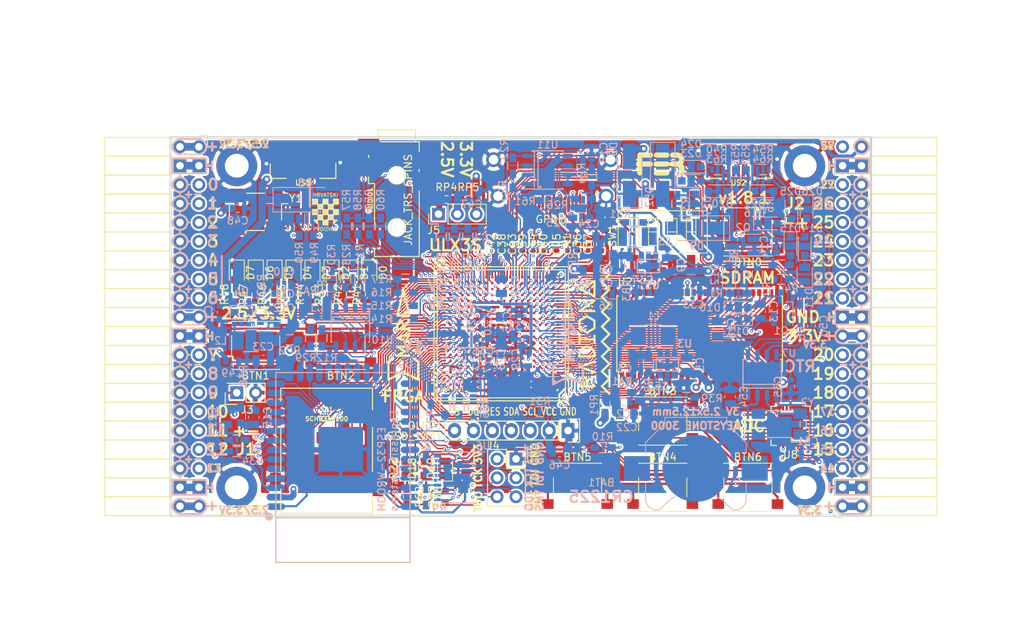
<source format=kicad_pcb>
(kicad_pcb (version 20171130) (host pcbnew 5.0.0-rc2-dev-unknown+dfsg1+20180318-2)

  (general
    (thickness 1.6)
    (drawings 483)
    (tracks 4811)
    (zones 0)
    (modules 206)
    (nets 316)
  )

  (page A4)
  (layers
    (0 F.Cu signal)
    (1 In1.Cu signal)
    (2 In2.Cu signal)
    (31 B.Cu signal)
    (32 B.Adhes user)
    (33 F.Adhes user)
    (34 B.Paste user)
    (35 F.Paste user)
    (36 B.SilkS user)
    (37 F.SilkS user)
    (38 B.Mask user)
    (39 F.Mask user)
    (40 Dwgs.User user)
    (41 Cmts.User user)
    (42 Eco1.User user)
    (43 Eco2.User user)
    (44 Edge.Cuts user)
    (45 Margin user)
    (46 B.CrtYd user)
    (47 F.CrtYd user)
    (48 B.Fab user)
    (49 F.Fab user)
  )

  (setup
    (last_trace_width 0.3)
    (trace_clearance 0.127)
    (zone_clearance 0.127)
    (zone_45_only no)
    (trace_min 0.127)
    (segment_width 0.2)
    (edge_width 0.2)
    (via_size 0.4)
    (via_drill 0.2)
    (via_min_size 0.4)
    (via_min_drill 0.2)
    (uvia_size 0.3)
    (uvia_drill 0.1)
    (uvias_allowed no)
    (uvia_min_size 0.2)
    (uvia_min_drill 0.1)
    (pcb_text_width 0.3)
    (pcb_text_size 1.5 1.5)
    (mod_edge_width 0.15)
    (mod_text_size 1 1)
    (mod_text_width 0.15)
    (pad_size 3.5 3.3)
    (pad_drill 0)
    (pad_to_mask_clearance 0.05)
    (aux_axis_origin 94.1 112.22)
    (grid_origin 93.48 113)
    (visible_elements 7FFFFFFF)
    (pcbplotparams
      (layerselection 0x310fc_ffffffff)
      (usegerberextensions true)
      (usegerberattributes false)
      (usegerberadvancedattributes false)
      (creategerberjobfile false)
      (excludeedgelayer true)
      (linewidth 0.100000)
      (plotframeref false)
      (viasonmask false)
      (mode 1)
      (useauxorigin false)
      (hpglpennumber 1)
      (hpglpenspeed 20)
      (hpglpendiameter 15)
      (psnegative false)
      (psa4output false)
      (plotreference true)
      (plotvalue true)
      (plotinvisibletext false)
      (padsonsilk false)
      (subtractmaskfromsilk false)
      (outputformat 1)
      (mirror false)
      (drillshape 0)
      (scaleselection 1)
      (outputdirectory plot))
  )

  (net 0 "")
  (net 1 GND)
  (net 2 +5V)
  (net 3 /gpio/IN5V)
  (net 4 /gpio/OUT5V)
  (net 5 +3V3)
  (net 6 BTN_D)
  (net 7 BTN_F1)
  (net 8 BTN_F2)
  (net 9 BTN_L)
  (net 10 BTN_R)
  (net 11 BTN_U)
  (net 12 /power/FB1)
  (net 13 +2V5)
  (net 14 /power/PWREN)
  (net 15 /power/FB3)
  (net 16 /power/FB2)
  (net 17 "Net-(D9-Pad1)")
  (net 18 /power/VBAT)
  (net 19 JTAG_TDI)
  (net 20 JTAG_TCK)
  (net 21 JTAG_TMS)
  (net 22 JTAG_TDO)
  (net 23 /power/WAKEUPn)
  (net 24 /power/WKUP)
  (net 25 /power/SHUT)
  (net 26 /power/WAKE)
  (net 27 /power/HOLD)
  (net 28 /power/WKn)
  (net 29 /power/OSCI_32k)
  (net 30 /power/OSCO_32k)
  (net 31 "Net-(Q2-Pad3)")
  (net 32 SHUTDOWN)
  (net 33 /analog/AUDIO_L)
  (net 34 /analog/AUDIO_R)
  (net 35 GPDI_SDA)
  (net 36 GPDI_SCL)
  (net 37 /gpdi/VREF2)
  (net 38 SD_CMD)
  (net 39 SD_CLK)
  (net 40 SD_D0)
  (net 41 SD_D1)
  (net 42 USB5V)
  (net 43 GPDI_CEC)
  (net 44 nRESET)
  (net 45 FTDI_nDTR)
  (net 46 SDRAM_CKE)
  (net 47 SDRAM_A7)
  (net 48 SDRAM_D15)
  (net 49 SDRAM_BA1)
  (net 50 SDRAM_D7)
  (net 51 SDRAM_A6)
  (net 52 SDRAM_CLK)
  (net 53 SDRAM_D13)
  (net 54 SDRAM_BA0)
  (net 55 SDRAM_D6)
  (net 56 SDRAM_A5)
  (net 57 SDRAM_D14)
  (net 58 SDRAM_A11)
  (net 59 SDRAM_D12)
  (net 60 SDRAM_D5)
  (net 61 SDRAM_A4)
  (net 62 SDRAM_A10)
  (net 63 SDRAM_D11)
  (net 64 SDRAM_A3)
  (net 65 SDRAM_D4)
  (net 66 SDRAM_D10)
  (net 67 SDRAM_D9)
  (net 68 SDRAM_A9)
  (net 69 SDRAM_D3)
  (net 70 SDRAM_D8)
  (net 71 SDRAM_A8)
  (net 72 SDRAM_A2)
  (net 73 SDRAM_A1)
  (net 74 SDRAM_A0)
  (net 75 SDRAM_D2)
  (net 76 SDRAM_D1)
  (net 77 SDRAM_D0)
  (net 78 SDRAM_DQM0)
  (net 79 SDRAM_nCS)
  (net 80 SDRAM_nRAS)
  (net 81 SDRAM_DQM1)
  (net 82 SDRAM_nCAS)
  (net 83 SDRAM_nWE)
  (net 84 /flash/FLASH_nWP)
  (net 85 /flash/FLASH_nHOLD)
  (net 86 /flash/FLASH_MOSI)
  (net 87 /flash/FLASH_MISO)
  (net 88 /flash/FLASH_SCK)
  (net 89 /flash/FLASH_nCS)
  (net 90 /flash/FPGA_PROGRAMN)
  (net 91 /flash/FPGA_DONE)
  (net 92 /flash/FPGA_INITN)
  (net 93 OLED_RES)
  (net 94 OLED_DC)
  (net 95 OLED_CS)
  (net 96 WIFI_EN)
  (net 97 FTDI_nRTS)
  (net 98 FTDI_TXD)
  (net 99 FTDI_RXD)
  (net 100 WIFI_RXD)
  (net 101 WIFI_GPIO0)
  (net 102 WIFI_TXD)
  (net 103 USB_FTDI_D+)
  (net 104 USB_FTDI_D-)
  (net 105 SD_D3)
  (net 106 AUDIO_L3)
  (net 107 AUDIO_L2)
  (net 108 AUDIO_L1)
  (net 109 AUDIO_L0)
  (net 110 AUDIO_R3)
  (net 111 AUDIO_R2)
  (net 112 AUDIO_R1)
  (net 113 AUDIO_R0)
  (net 114 OLED_CLK)
  (net 115 OLED_MOSI)
  (net 116 LED0)
  (net 117 LED1)
  (net 118 LED2)
  (net 119 LED3)
  (net 120 LED4)
  (net 121 LED5)
  (net 122 LED6)
  (net 123 LED7)
  (net 124 BTN_PWRn)
  (net 125 FTDI_nTXLED)
  (net 126 FTDI_nSLEEP)
  (net 127 /blinkey/LED_PWREN)
  (net 128 /blinkey/LED_TXLED)
  (net 129 /sdcard/SD3V3)
  (net 130 SD_D2)
  (net 131 CLK_25MHz)
  (net 132 /blinkey/BTNPUL)
  (net 133 /blinkey/BTNPUR)
  (net 134 USB_FPGA_D+)
  (net 135 /power/FTDI_nSUSPEND)
  (net 136 /blinkey/ALED0)
  (net 137 /blinkey/ALED1)
  (net 138 /blinkey/ALED2)
  (net 139 /blinkey/ALED3)
  (net 140 /blinkey/ALED4)
  (net 141 /blinkey/ALED5)
  (net 142 /blinkey/ALED6)
  (net 143 /blinkey/ALED7)
  (net 144 /usb/FTD-)
  (net 145 /usb/FTD+)
  (net 146 ADC_MISO)
  (net 147 ADC_MOSI)
  (net 148 ADC_CSn)
  (net 149 ADC_SCLK)
  (net 150 SW3)
  (net 151 SW2)
  (net 152 SW1)
  (net 153 USB_FPGA_D-)
  (net 154 /usb/FPD+)
  (net 155 /usb/FPD-)
  (net 156 WIFI_GPIO16)
  (net 157 /usb/ANT_433MHz)
  (net 158 /power/PWRBTn)
  (net 159 PROG_DONE)
  (net 160 /power/P3V3)
  (net 161 /power/P2V5)
  (net 162 /power/L1)
  (net 163 /power/L3)
  (net 164 /power/L2)
  (net 165 FTDI_TXDEN)
  (net 166 SDRAM_A12)
  (net 167 /analog/AUDIO_V)
  (net 168 AUDIO_V3)
  (net 169 AUDIO_V2)
  (net 170 AUDIO_V1)
  (net 171 AUDIO_V0)
  (net 172 /blinkey/LED_WIFI)
  (net 173 /power/P1V1)
  (net 174 +1V1)
  (net 175 SW4)
  (net 176 /blinkey/SWPU)
  (net 177 /wifi/WIFIEN)
  (net 178 FT2V5)
  (net 179 GN0)
  (net 180 GP0)
  (net 181 GN1)
  (net 182 GP1)
  (net 183 GN2)
  (net 184 GP2)
  (net 185 GN3)
  (net 186 GP3)
  (net 187 GN4)
  (net 188 GP4)
  (net 189 GN5)
  (net 190 GP5)
  (net 191 GN6)
  (net 192 GP6)
  (net 193 GN14)
  (net 194 GP14)
  (net 195 GN15)
  (net 196 GP15)
  (net 197 GN16)
  (net 198 GP16)
  (net 199 GN17)
  (net 200 GP17)
  (net 201 GN18)
  (net 202 GP18)
  (net 203 GN19)
  (net 204 GP19)
  (net 205 GN20)
  (net 206 GP20)
  (net 207 GN21)
  (net 208 GP21)
  (net 209 GN22)
  (net 210 GP22)
  (net 211 GN23)
  (net 212 GP23)
  (net 213 GN24)
  (net 214 GP24)
  (net 215 GN25)
  (net 216 GP25)
  (net 217 GN26)
  (net 218 GP26)
  (net 219 GN27)
  (net 220 GP27)
  (net 221 GN7)
  (net 222 GP7)
  (net 223 GN8)
  (net 224 GP8)
  (net 225 GN9)
  (net 226 GP9)
  (net 227 GN10)
  (net 228 GP10)
  (net 229 GN11)
  (net 230 GP11)
  (net 231 GN12)
  (net 232 GP12)
  (net 233 GN13)
  (net 234 GP13)
  (net 235 WIFI_GPIO5)
  (net 236 WIFI_GPIO17)
  (net 237 USB_FPGA_PULL_D+)
  (net 238 USB_FPGA_PULL_D-)
  (net 239 "Net-(D23-Pad2)")
  (net 240 "Net-(D24-Pad1)")
  (net 241 "Net-(D25-Pad2)")
  (net 242 "Net-(D26-Pad1)")
  (net 243 /gpdi/GPDI_ETH+)
  (net 244 FPDI_ETH+)
  (net 245 /gpdi/GPDI_ETH-)
  (net 246 FPDI_ETH-)
  (net 247 /gpdi/GPDI_D2-)
  (net 248 FPDI_D2-)
  (net 249 /gpdi/GPDI_D1-)
  (net 250 FPDI_D1-)
  (net 251 /gpdi/GPDI_D0-)
  (net 252 FPDI_D0-)
  (net 253 /gpdi/GPDI_CLK-)
  (net 254 FPDI_CLK-)
  (net 255 /gpdi/GPDI_D2+)
  (net 256 FPDI_D2+)
  (net 257 /gpdi/GPDI_D1+)
  (net 258 FPDI_D1+)
  (net 259 /gpdi/GPDI_D0+)
  (net 260 FPDI_D0+)
  (net 261 /gpdi/GPDI_CLK+)
  (net 262 FPDI_CLK+)
  (net 263 FPDI_SDA)
  (net 264 FPDI_SCL)
  (net 265 /gpdi/FPDI_CEC)
  (net 266 2V5_3V3)
  (net 267 "Net-(AUDIO1-Pad5)")
  (net 268 "Net-(AUDIO1-Pad6)")
  (net 269 "Net-(U1-PadA15)")
  (net 270 "Net-(U1-PadC9)")
  (net 271 "Net-(U1-PadD9)")
  (net 272 "Net-(U1-PadD10)")
  (net 273 "Net-(U1-PadD11)")
  (net 274 "Net-(U1-PadD12)")
  (net 275 "Net-(U1-PadE6)")
  (net 276 "Net-(U1-PadE9)")
  (net 277 "Net-(U1-PadE10)")
  (net 278 "Net-(U1-PadE11)")
  (net 279 "Net-(U1-PadJ4)")
  (net 280 "Net-(U1-PadJ5)")
  (net 281 "Net-(U1-PadK5)")
  (net 282 "Net-(U1-PadL5)")
  (net 283 "Net-(U1-PadM4)")
  (net 284 "Net-(U1-PadM5)")
  (net 285 SD_CD)
  (net 286 SD_WP)
  (net 287 "Net-(U1-PadR3)")
  (net 288 "Net-(U1-PadT16)")
  (net 289 "Net-(U1-PadW4)")
  (net 290 "Net-(U1-PadW5)")
  (net 291 "Net-(U1-PadW8)")
  (net 292 "Net-(U1-PadW9)")
  (net 293 "Net-(U1-PadW13)")
  (net 294 "Net-(U1-PadW14)")
  (net 295 "Net-(U1-PadW17)")
  (net 296 "Net-(U1-PadW18)")
  (net 297 FTDI_nRXLED)
  (net 298 "Net-(U8-Pad12)")
  (net 299 "Net-(U8-Pad25)")
  (net 300 "Net-(U9-Pad32)")
  (net 301 "Net-(U9-Pad22)")
  (net 302 "Net-(U9-Pad21)")
  (net 303 "Net-(U9-Pad20)")
  (net 304 "Net-(U9-Pad19)")
  (net 305 "Net-(U9-Pad18)")
  (net 306 "Net-(U9-Pad17)")
  (net 307 "Net-(U9-Pad12)")
  (net 308 "Net-(U9-Pad5)")
  (net 309 "Net-(U9-Pad4)")
  (net 310 "Net-(US1-Pad4)")
  (net 311 "Net-(US2-Pad4)")
  (net 312 "Net-(Y2-Pad3)")
  (net 313 "Net-(Y2-Pad2)")
  (net 314 "Net-(U1-PadK16)")
  (net 315 "Net-(U1-PadK17)")

  (net_class Default "This is the default net class."
    (clearance 0.127)
    (trace_width 0.3)
    (via_dia 0.4)
    (via_drill 0.2)
    (uvia_dia 0.3)
    (uvia_drill 0.1)
    (add_net +1V1)
    (add_net +2V5)
    (add_net +3V3)
    (add_net +5V)
    (add_net /analog/AUDIO_L)
    (add_net /analog/AUDIO_R)
    (add_net /analog/AUDIO_V)
    (add_net /blinkey/ALED0)
    (add_net /blinkey/ALED1)
    (add_net /blinkey/ALED2)
    (add_net /blinkey/ALED3)
    (add_net /blinkey/ALED4)
    (add_net /blinkey/ALED5)
    (add_net /blinkey/ALED6)
    (add_net /blinkey/ALED7)
    (add_net /blinkey/BTNPUL)
    (add_net /blinkey/BTNPUR)
    (add_net /blinkey/LED_PWREN)
    (add_net /blinkey/LED_TXLED)
    (add_net /blinkey/LED_WIFI)
    (add_net /blinkey/SWPU)
    (add_net /gpdi/FPDI_CEC)
    (add_net /gpdi/GPDI_CLK+)
    (add_net /gpdi/GPDI_CLK-)
    (add_net /gpdi/GPDI_D0+)
    (add_net /gpdi/GPDI_D0-)
    (add_net /gpdi/GPDI_D1+)
    (add_net /gpdi/GPDI_D1-)
    (add_net /gpdi/GPDI_D2+)
    (add_net /gpdi/GPDI_D2-)
    (add_net /gpdi/GPDI_ETH+)
    (add_net /gpdi/GPDI_ETH-)
    (add_net /gpdi/VREF2)
    (add_net /gpio/IN5V)
    (add_net /gpio/OUT5V)
    (add_net /power/FB1)
    (add_net /power/FB2)
    (add_net /power/FB3)
    (add_net /power/FTDI_nSUSPEND)
    (add_net /power/HOLD)
    (add_net /power/L1)
    (add_net /power/L2)
    (add_net /power/L3)
    (add_net /power/OSCI_32k)
    (add_net /power/OSCO_32k)
    (add_net /power/P1V1)
    (add_net /power/P2V5)
    (add_net /power/P3V3)
    (add_net /power/PWRBTn)
    (add_net /power/PWREN)
    (add_net /power/SHUT)
    (add_net /power/VBAT)
    (add_net /power/WAKE)
    (add_net /power/WAKEUPn)
    (add_net /power/WKUP)
    (add_net /power/WKn)
    (add_net /sdcard/SD3V3)
    (add_net /usb/ANT_433MHz)
    (add_net /usb/FPD+)
    (add_net /usb/FPD-)
    (add_net /usb/FTD+)
    (add_net /usb/FTD-)
    (add_net /wifi/WIFIEN)
    (add_net 2V5_3V3)
    (add_net FT2V5)
    (add_net FTDI_nRXLED)
    (add_net GND)
    (add_net "Net-(AUDIO1-Pad5)")
    (add_net "Net-(AUDIO1-Pad6)")
    (add_net "Net-(D23-Pad2)")
    (add_net "Net-(D24-Pad1)")
    (add_net "Net-(D25-Pad2)")
    (add_net "Net-(D26-Pad1)")
    (add_net "Net-(D9-Pad1)")
    (add_net "Net-(Q2-Pad3)")
    (add_net "Net-(U1-PadA15)")
    (add_net "Net-(U1-PadC9)")
    (add_net "Net-(U1-PadD10)")
    (add_net "Net-(U1-PadD11)")
    (add_net "Net-(U1-PadD12)")
    (add_net "Net-(U1-PadD9)")
    (add_net "Net-(U1-PadE10)")
    (add_net "Net-(U1-PadE11)")
    (add_net "Net-(U1-PadE6)")
    (add_net "Net-(U1-PadE9)")
    (add_net "Net-(U1-PadJ4)")
    (add_net "Net-(U1-PadJ5)")
    (add_net "Net-(U1-PadK16)")
    (add_net "Net-(U1-PadK17)")
    (add_net "Net-(U1-PadK5)")
    (add_net "Net-(U1-PadL5)")
    (add_net "Net-(U1-PadM4)")
    (add_net "Net-(U1-PadM5)")
    (add_net "Net-(U1-PadR3)")
    (add_net "Net-(U1-PadT16)")
    (add_net "Net-(U1-PadW13)")
    (add_net "Net-(U1-PadW14)")
    (add_net "Net-(U1-PadW17)")
    (add_net "Net-(U1-PadW18)")
    (add_net "Net-(U1-PadW4)")
    (add_net "Net-(U1-PadW5)")
    (add_net "Net-(U1-PadW8)")
    (add_net "Net-(U1-PadW9)")
    (add_net "Net-(U8-Pad12)")
    (add_net "Net-(U8-Pad25)")
    (add_net "Net-(U9-Pad12)")
    (add_net "Net-(U9-Pad17)")
    (add_net "Net-(U9-Pad18)")
    (add_net "Net-(U9-Pad19)")
    (add_net "Net-(U9-Pad20)")
    (add_net "Net-(U9-Pad21)")
    (add_net "Net-(U9-Pad22)")
    (add_net "Net-(U9-Pad32)")
    (add_net "Net-(U9-Pad4)")
    (add_net "Net-(U9-Pad5)")
    (add_net "Net-(US1-Pad4)")
    (add_net "Net-(US2-Pad4)")
    (add_net "Net-(Y2-Pad2)")
    (add_net "Net-(Y2-Pad3)")
    (add_net SD_CD)
    (add_net SD_WP)
    (add_net USB5V)
  )

  (net_class BGA ""
    (clearance 0.127)
    (trace_width 0.19)
    (via_dia 0.4)
    (via_drill 0.2)
    (uvia_dia 0.3)
    (uvia_drill 0.1)
    (add_net /flash/FLASH_MISO)
    (add_net /flash/FLASH_MOSI)
    (add_net /flash/FLASH_SCK)
    (add_net /flash/FLASH_nCS)
    (add_net /flash/FLASH_nHOLD)
    (add_net /flash/FLASH_nWP)
    (add_net /flash/FPGA_DONE)
    (add_net /flash/FPGA_INITN)
    (add_net /flash/FPGA_PROGRAMN)
    (add_net ADC_CSn)
    (add_net ADC_MISO)
    (add_net ADC_MOSI)
    (add_net ADC_SCLK)
    (add_net AUDIO_L0)
    (add_net AUDIO_L1)
    (add_net AUDIO_L2)
    (add_net AUDIO_L3)
    (add_net AUDIO_R0)
    (add_net AUDIO_R1)
    (add_net AUDIO_R2)
    (add_net AUDIO_R3)
    (add_net AUDIO_V0)
    (add_net AUDIO_V1)
    (add_net AUDIO_V2)
    (add_net AUDIO_V3)
    (add_net BTN_D)
    (add_net BTN_F1)
    (add_net BTN_F2)
    (add_net BTN_L)
    (add_net BTN_PWRn)
    (add_net BTN_R)
    (add_net BTN_U)
    (add_net CLK_25MHz)
    (add_net FPDI_CLK+)
    (add_net FPDI_CLK-)
    (add_net FPDI_D0+)
    (add_net FPDI_D0-)
    (add_net FPDI_D1+)
    (add_net FPDI_D1-)
    (add_net FPDI_D2+)
    (add_net FPDI_D2-)
    (add_net FPDI_ETH+)
    (add_net FPDI_ETH-)
    (add_net FPDI_SCL)
    (add_net FPDI_SDA)
    (add_net FTDI_RXD)
    (add_net FTDI_TXD)
    (add_net FTDI_TXDEN)
    (add_net FTDI_nDTR)
    (add_net FTDI_nRTS)
    (add_net FTDI_nSLEEP)
    (add_net FTDI_nTXLED)
    (add_net GN0)
    (add_net GN1)
    (add_net GN10)
    (add_net GN11)
    (add_net GN12)
    (add_net GN13)
    (add_net GN14)
    (add_net GN15)
    (add_net GN16)
    (add_net GN17)
    (add_net GN18)
    (add_net GN19)
    (add_net GN2)
    (add_net GN20)
    (add_net GN21)
    (add_net GN22)
    (add_net GN23)
    (add_net GN24)
    (add_net GN25)
    (add_net GN26)
    (add_net GN27)
    (add_net GN3)
    (add_net GN4)
    (add_net GN5)
    (add_net GN6)
    (add_net GN7)
    (add_net GN8)
    (add_net GN9)
    (add_net GP0)
    (add_net GP1)
    (add_net GP10)
    (add_net GP11)
    (add_net GP12)
    (add_net GP13)
    (add_net GP14)
    (add_net GP15)
    (add_net GP16)
    (add_net GP17)
    (add_net GP18)
    (add_net GP19)
    (add_net GP2)
    (add_net GP20)
    (add_net GP21)
    (add_net GP22)
    (add_net GP23)
    (add_net GP24)
    (add_net GP25)
    (add_net GP26)
    (add_net GP27)
    (add_net GP3)
    (add_net GP4)
    (add_net GP5)
    (add_net GP6)
    (add_net GP7)
    (add_net GP8)
    (add_net GP9)
    (add_net GPDI_CEC)
    (add_net GPDI_SCL)
    (add_net GPDI_SDA)
    (add_net JTAG_TCK)
    (add_net JTAG_TDI)
    (add_net JTAG_TDO)
    (add_net JTAG_TMS)
    (add_net LED0)
    (add_net LED1)
    (add_net LED2)
    (add_net LED3)
    (add_net LED4)
    (add_net LED5)
    (add_net LED6)
    (add_net LED7)
    (add_net OLED_CLK)
    (add_net OLED_CS)
    (add_net OLED_DC)
    (add_net OLED_MOSI)
    (add_net OLED_RES)
    (add_net PROG_DONE)
    (add_net SDRAM_A0)
    (add_net SDRAM_A1)
    (add_net SDRAM_A10)
    (add_net SDRAM_A11)
    (add_net SDRAM_A12)
    (add_net SDRAM_A2)
    (add_net SDRAM_A3)
    (add_net SDRAM_A4)
    (add_net SDRAM_A5)
    (add_net SDRAM_A6)
    (add_net SDRAM_A7)
    (add_net SDRAM_A8)
    (add_net SDRAM_A9)
    (add_net SDRAM_BA0)
    (add_net SDRAM_BA1)
    (add_net SDRAM_CKE)
    (add_net SDRAM_CLK)
    (add_net SDRAM_D0)
    (add_net SDRAM_D1)
    (add_net SDRAM_D10)
    (add_net SDRAM_D11)
    (add_net SDRAM_D12)
    (add_net SDRAM_D13)
    (add_net SDRAM_D14)
    (add_net SDRAM_D15)
    (add_net SDRAM_D2)
    (add_net SDRAM_D3)
    (add_net SDRAM_D4)
    (add_net SDRAM_D5)
    (add_net SDRAM_D6)
    (add_net SDRAM_D7)
    (add_net SDRAM_D8)
    (add_net SDRAM_D9)
    (add_net SDRAM_DQM0)
    (add_net SDRAM_DQM1)
    (add_net SDRAM_nCAS)
    (add_net SDRAM_nCS)
    (add_net SDRAM_nRAS)
    (add_net SDRAM_nWE)
    (add_net SD_CLK)
    (add_net SD_CMD)
    (add_net SD_D0)
    (add_net SD_D1)
    (add_net SD_D2)
    (add_net SD_D3)
    (add_net SHUTDOWN)
    (add_net SW1)
    (add_net SW2)
    (add_net SW3)
    (add_net SW4)
    (add_net USB_FPGA_D+)
    (add_net USB_FPGA_D-)
    (add_net USB_FPGA_PULL_D+)
    (add_net USB_FPGA_PULL_D-)
    (add_net USB_FTDI_D+)
    (add_net USB_FTDI_D-)
    (add_net WIFI_EN)
    (add_net WIFI_GPIO0)
    (add_net WIFI_GPIO16)
    (add_net WIFI_GPIO17)
    (add_net WIFI_GPIO5)
    (add_net WIFI_RXD)
    (add_net WIFI_TXD)
    (add_net nRESET)
  )

  (net_class Minimal ""
    (clearance 0.127)
    (trace_width 0.127)
    (via_dia 0.4)
    (via_drill 0.2)
    (uvia_dia 0.3)
    (uvia_drill 0.1)
  )

  (module Pin_Headers:Pin_Header_Straight_1x03_Pitch2.54mm (layer F.Cu) (tedit 59650532) (tstamp 5AA27FD5)
    (at 130.056 71.725 90)
    (descr "Through hole straight pin header, 1x03, 2.54mm pitch, single row")
    (tags "Through hole pin header THT 1x03 2.54mm single row")
    (path /58D51CAD/5AA2A24D)
    (fp_text reference J5 (at -2.159 -0.635 180) (layer F.SilkS)
      (effects (font (size 1 1) (thickness 0.15)))
    )
    (fp_text value VJ1 (at 0 7.41 90) (layer F.Fab)
      (effects (font (size 1 1) (thickness 0.15)))
    )
    (fp_line (start -0.635 -1.27) (end 1.27 -1.27) (layer F.Fab) (width 0.1))
    (fp_line (start 1.27 -1.27) (end 1.27 6.35) (layer F.Fab) (width 0.1))
    (fp_line (start 1.27 6.35) (end -1.27 6.35) (layer F.Fab) (width 0.1))
    (fp_line (start -1.27 6.35) (end -1.27 -0.635) (layer F.Fab) (width 0.1))
    (fp_line (start -1.27 -0.635) (end -0.635 -1.27) (layer F.Fab) (width 0.1))
    (fp_line (start -1.33 6.41) (end 1.33 6.41) (layer F.SilkS) (width 0.12))
    (fp_line (start -1.33 1.27) (end -1.33 6.41) (layer F.SilkS) (width 0.12))
    (fp_line (start 1.33 1.27) (end 1.33 6.41) (layer F.SilkS) (width 0.12))
    (fp_line (start -1.33 1.27) (end 1.33 1.27) (layer F.SilkS) (width 0.12))
    (fp_line (start -1.33 0) (end -1.33 -1.33) (layer F.SilkS) (width 0.12))
    (fp_line (start -1.33 -1.33) (end 0 -1.33) (layer F.SilkS) (width 0.12))
    (fp_line (start -1.8 -1.8) (end -1.8 6.85) (layer F.CrtYd) (width 0.05))
    (fp_line (start -1.8 6.85) (end 1.8 6.85) (layer F.CrtYd) (width 0.05))
    (fp_line (start 1.8 6.85) (end 1.8 -1.8) (layer F.CrtYd) (width 0.05))
    (fp_line (start 1.8 -1.8) (end -1.8 -1.8) (layer F.CrtYd) (width 0.05))
    (fp_text user %R (at 0 2.54 180) (layer F.Fab)
      (effects (font (size 1 1) (thickness 0.15)))
    )
    (pad 1 thru_hole rect (at 0 0 90) (size 1.7 1.7) (drill 1) (layers *.Cu *.Mask)
      (net 13 +2V5))
    (pad 2 thru_hole oval (at 0 2.54 90) (size 1.7 1.7) (drill 1) (layers *.Cu *.Mask)
      (net 266 2V5_3V3))
    (pad 3 thru_hole oval (at 0 5.08 90) (size 1.7 1.7) (drill 1) (layers *.Cu *.Mask)
      (net 5 +3V3))
    (model Pin_Headers.3dshapes/Pin_Header_Angled_1x03_Pitch2.54mm.wrl
      (at (xyz 0 0 0))
      (scale (xyz 1 1 1))
      (rotate (xyz 0 0 0))
    )
  )

  (module Resistors_SMD:R_0603_HandSoldering (layer B.Cu) (tedit 59D565A6) (tstamp 59C0F273)
    (at 169.919 66.965 90)
    (descr "Resistor SMD 0603, hand soldering")
    (tags "resistor 0603")
    (path /58D6BF46/59C0F7B6)
    (attr smd)
    (fp_text reference R53 (at 3.259 0 270) (layer B.SilkS)
      (effects (font (size 1 1) (thickness 0.15)) (justify mirror))
    )
    (fp_text value 27 (at 2.667 0 270) (layer B.Fab)
      (effects (font (size 1 1) (thickness 0.15)) (justify mirror))
    )
    (fp_text user %R (at 2.413 -2.54 180) (layer B.Fab) hide
      (effects (font (size 1 1) (thickness 0.15)) (justify mirror))
    )
    (fp_line (start -0.8 -0.4) (end -0.8 0.4) (layer B.Fab) (width 0.1))
    (fp_line (start 0.8 -0.4) (end -0.8 -0.4) (layer B.Fab) (width 0.1))
    (fp_line (start 0.8 0.4) (end 0.8 -0.4) (layer B.Fab) (width 0.1))
    (fp_line (start -0.8 0.4) (end 0.8 0.4) (layer B.Fab) (width 0.1))
    (fp_line (start 0.5 -0.68) (end -0.5 -0.68) (layer B.SilkS) (width 0.12))
    (fp_line (start -0.5 0.68) (end 0.5 0.68) (layer B.SilkS) (width 0.12))
    (fp_line (start -1.96 0.7) (end 1.95 0.7) (layer B.CrtYd) (width 0.05))
    (fp_line (start -1.96 0.7) (end -1.96 -0.7) (layer B.CrtYd) (width 0.05))
    (fp_line (start 1.95 -0.7) (end 1.95 0.7) (layer B.CrtYd) (width 0.05))
    (fp_line (start 1.95 -0.7) (end -1.96 -0.7) (layer B.CrtYd) (width 0.05))
    (pad 1 smd rect (at -1.1 0 90) (size 1.2 0.9) (layers B.Cu B.Paste B.Mask)
      (net 134 USB_FPGA_D+))
    (pad 2 smd rect (at 1.1 0 90) (size 1.2 0.9) (layers B.Cu B.Paste B.Mask)
      (net 154 /usb/FPD+))
    (model Resistors_SMD.3dshapes/R_0603.wrl
      (at (xyz 0 0 0))
      (scale (xyz 1 1 1))
      (rotate (xyz 0 0 0))
    )
  )

  (module Socket_Strips:Socket_Strip_Angled_2x20 (layer F.Cu) (tedit 5A2B354F) (tstamp 58E6BE3D)
    (at 97.91 62.69 270)
    (descr "Through hole socket strip")
    (tags "socket strip")
    (path /56AC389C/58E6B835)
    (fp_text reference J1 (at 40.64 -6.35) (layer F.SilkS)
      (effects (font (size 1.5 1.5) (thickness 0.3)))
    )
    (fp_text value CONN_02X20 (at 0 -2.6 270) (layer F.Fab) hide
      (effects (font (size 1 1) (thickness 0.15)))
    )
    (fp_line (start -1.75 -1.35) (end -1.75 13.15) (layer F.CrtYd) (width 0.05))
    (fp_line (start 50.05 -1.35) (end 50.05 13.15) (layer F.CrtYd) (width 0.05))
    (fp_line (start -1.75 -1.35) (end 50.05 -1.35) (layer F.CrtYd) (width 0.05))
    (fp_line (start -1.75 13.15) (end 50.05 13.15) (layer F.CrtYd) (width 0.05))
    (fp_line (start 49.53 12.64) (end 49.53 3.81) (layer F.SilkS) (width 0.15))
    (fp_line (start 46.99 12.64) (end 49.53 12.64) (layer F.SilkS) (width 0.15))
    (fp_line (start 46.99 3.81) (end 49.53 3.81) (layer F.SilkS) (width 0.15))
    (fp_line (start 49.53 3.81) (end 49.53 12.64) (layer F.SilkS) (width 0.15))
    (fp_line (start 46.99 3.81) (end 46.99 12.64) (layer F.SilkS) (width 0.15))
    (fp_line (start 44.45 3.81) (end 46.99 3.81) (layer F.SilkS) (width 0.15))
    (fp_line (start 44.45 12.64) (end 46.99 12.64) (layer F.SilkS) (width 0.15))
    (fp_line (start 46.99 12.64) (end 46.99 3.81) (layer F.SilkS) (width 0.15))
    (fp_line (start 29.21 12.64) (end 29.21 3.81) (layer F.SilkS) (width 0.15))
    (fp_line (start 26.67 12.64) (end 29.21 12.64) (layer F.SilkS) (width 0.15))
    (fp_line (start 26.67 3.81) (end 29.21 3.81) (layer F.SilkS) (width 0.15))
    (fp_line (start 29.21 3.81) (end 29.21 12.64) (layer F.SilkS) (width 0.15))
    (fp_line (start 31.75 3.81) (end 31.75 12.64) (layer F.SilkS) (width 0.15))
    (fp_line (start 29.21 3.81) (end 31.75 3.81) (layer F.SilkS) (width 0.15))
    (fp_line (start 29.21 12.64) (end 31.75 12.64) (layer F.SilkS) (width 0.15))
    (fp_line (start 31.75 12.64) (end 31.75 3.81) (layer F.SilkS) (width 0.15))
    (fp_line (start 44.45 12.64) (end 44.45 3.81) (layer F.SilkS) (width 0.15))
    (fp_line (start 41.91 12.64) (end 44.45 12.64) (layer F.SilkS) (width 0.15))
    (fp_line (start 41.91 3.81) (end 44.45 3.81) (layer F.SilkS) (width 0.15))
    (fp_line (start 44.45 3.81) (end 44.45 12.64) (layer F.SilkS) (width 0.15))
    (fp_line (start 41.91 3.81) (end 41.91 12.64) (layer F.SilkS) (width 0.15))
    (fp_line (start 39.37 3.81) (end 41.91 3.81) (layer F.SilkS) (width 0.15))
    (fp_line (start 39.37 12.64) (end 41.91 12.64) (layer F.SilkS) (width 0.15))
    (fp_line (start 41.91 12.64) (end 41.91 3.81) (layer F.SilkS) (width 0.15))
    (fp_line (start 39.37 12.64) (end 39.37 3.81) (layer F.SilkS) (width 0.15))
    (fp_line (start 36.83 12.64) (end 39.37 12.64) (layer F.SilkS) (width 0.15))
    (fp_line (start 36.83 3.81) (end 39.37 3.81) (layer F.SilkS) (width 0.15))
    (fp_line (start 39.37 3.81) (end 39.37 12.64) (layer F.SilkS) (width 0.15))
    (fp_line (start 36.83 3.81) (end 36.83 12.64) (layer F.SilkS) (width 0.15))
    (fp_line (start 34.29 3.81) (end 36.83 3.81) (layer F.SilkS) (width 0.15))
    (fp_line (start 34.29 12.64) (end 36.83 12.64) (layer F.SilkS) (width 0.15))
    (fp_line (start 36.83 12.64) (end 36.83 3.81) (layer F.SilkS) (width 0.15))
    (fp_line (start 34.29 12.64) (end 34.29 3.81) (layer F.SilkS) (width 0.15))
    (fp_line (start 31.75 12.64) (end 34.29 12.64) (layer F.SilkS) (width 0.15))
    (fp_line (start 31.75 3.81) (end 34.29 3.81) (layer F.SilkS) (width 0.15))
    (fp_line (start 34.29 3.81) (end 34.29 12.64) (layer F.SilkS) (width 0.15))
    (fp_line (start 16.51 3.81) (end 16.51 12.64) (layer F.SilkS) (width 0.15))
    (fp_line (start 13.97 3.81) (end 16.51 3.81) (layer F.SilkS) (width 0.15))
    (fp_line (start 13.97 12.64) (end 16.51 12.64) (layer F.SilkS) (width 0.15))
    (fp_line (start 16.51 12.64) (end 16.51 3.81) (layer F.SilkS) (width 0.15))
    (fp_line (start 19.05 12.64) (end 19.05 3.81) (layer F.SilkS) (width 0.15))
    (fp_line (start 16.51 12.64) (end 19.05 12.64) (layer F.SilkS) (width 0.15))
    (fp_line (start 16.51 3.81) (end 19.05 3.81) (layer F.SilkS) (width 0.15))
    (fp_line (start 19.05 3.81) (end 19.05 12.64) (layer F.SilkS) (width 0.15))
    (fp_line (start 21.59 3.81) (end 21.59 12.64) (layer F.SilkS) (width 0.15))
    (fp_line (start 19.05 3.81) (end 21.59 3.81) (layer F.SilkS) (width 0.15))
    (fp_line (start 19.05 12.64) (end 21.59 12.64) (layer F.SilkS) (width 0.15))
    (fp_line (start 21.59 12.64) (end 21.59 3.81) (layer F.SilkS) (width 0.15))
    (fp_line (start 24.13 12.64) (end 24.13 3.81) (layer F.SilkS) (width 0.15))
    (fp_line (start 21.59 12.64) (end 24.13 12.64) (layer F.SilkS) (width 0.15))
    (fp_line (start 21.59 3.81) (end 24.13 3.81) (layer F.SilkS) (width 0.15))
    (fp_line (start 24.13 3.81) (end 24.13 12.64) (layer F.SilkS) (width 0.15))
    (fp_line (start 26.67 3.81) (end 26.67 12.64) (layer F.SilkS) (width 0.15))
    (fp_line (start 24.13 3.81) (end 26.67 3.81) (layer F.SilkS) (width 0.15))
    (fp_line (start 24.13 12.64) (end 26.67 12.64) (layer F.SilkS) (width 0.15))
    (fp_line (start 26.67 12.64) (end 26.67 3.81) (layer F.SilkS) (width 0.15))
    (fp_line (start 13.97 12.64) (end 13.97 3.81) (layer F.SilkS) (width 0.15))
    (fp_line (start 11.43 12.64) (end 13.97 12.64) (layer F.SilkS) (width 0.15))
    (fp_line (start 11.43 3.81) (end 13.97 3.81) (layer F.SilkS) (width 0.15))
    (fp_line (start 13.97 3.81) (end 13.97 12.64) (layer F.SilkS) (width 0.15))
    (fp_line (start 11.43 3.81) (end 11.43 12.64) (layer F.SilkS) (width 0.15))
    (fp_line (start 8.89 3.81) (end 11.43 3.81) (layer F.SilkS) (width 0.15))
    (fp_line (start 8.89 12.64) (end 11.43 12.64) (layer F.SilkS) (width 0.15))
    (fp_line (start 11.43 12.64) (end 11.43 3.81) (layer F.SilkS) (width 0.15))
    (fp_line (start 8.89 12.64) (end 8.89 3.81) (layer F.SilkS) (width 0.15))
    (fp_line (start 6.35 12.64) (end 8.89 12.64) (layer F.SilkS) (width 0.15))
    (fp_line (start 6.35 3.81) (end 8.89 3.81) (layer F.SilkS) (width 0.15))
    (fp_line (start 8.89 3.81) (end 8.89 12.64) (layer F.SilkS) (width 0.15))
    (fp_line (start 6.35 3.81) (end 6.35 12.64) (layer F.SilkS) (width 0.15))
    (fp_line (start 3.81 3.81) (end 6.35 3.81) (layer F.SilkS) (width 0.15))
    (fp_line (start 3.81 12.64) (end 6.35 12.64) (layer F.SilkS) (width 0.15))
    (fp_line (start 6.35 12.64) (end 6.35 3.81) (layer F.SilkS) (width 0.15))
    (fp_line (start 3.81 12.64) (end 3.81 3.81) (layer F.SilkS) (width 0.15))
    (fp_line (start 1.27 12.64) (end 3.81 12.64) (layer F.SilkS) (width 0.15))
    (fp_line (start 1.27 3.81) (end 3.81 3.81) (layer F.SilkS) (width 0.15))
    (fp_line (start 3.81 3.81) (end 3.81 12.64) (layer F.SilkS) (width 0.15))
    (fp_line (start 1.27 3.81) (end 1.27 12.64) (layer F.SilkS) (width 0.15))
    (fp_line (start -1.27 3.81) (end 1.27 3.81) (layer F.SilkS) (width 0.15))
    (fp_line (start 0 -1.15) (end -1.55 -1.15) (layer F.SilkS) (width 0.15))
    (fp_line (start -1.55 -1.15) (end -1.55 0) (layer F.SilkS) (width 0.15))
    (fp_line (start -1.27 3.81) (end -1.27 12.64) (layer F.SilkS) (width 0.15))
    (fp_line (start -1.27 12.64) (end 1.27 12.64) (layer F.SilkS) (width 0.15))
    (fp_line (start 1.27 12.64) (end 1.27 3.81) (layer F.SilkS) (width 0.15))
    (pad 1 thru_hole oval (at 0 0 270) (size 1.7272 1.7272) (drill 1.016) (layers *.Cu *.Mask)
      (net 266 2V5_3V3))
    (pad 2 thru_hole oval (at 0 2.54 270) (size 1.7272 1.7272) (drill 1.016) (layers *.Cu *.Mask)
      (net 266 2V5_3V3))
    (pad 3 thru_hole rect (at 2.54 0 270) (size 1.7272 1.7272) (drill 1.016) (layers *.Cu *.Mask)
      (net 1 GND))
    (pad 4 thru_hole rect (at 2.54 2.54 270) (size 1.7272 1.7272) (drill 1.016) (layers *.Cu *.Mask)
      (net 1 GND))
    (pad 5 thru_hole oval (at 5.08 0 270) (size 1.7272 1.7272) (drill 1.016) (layers *.Cu *.Mask)
      (net 179 GN0))
    (pad 6 thru_hole oval (at 5.08 2.54 270) (size 1.7272 1.7272) (drill 1.016) (layers *.Cu *.Mask)
      (net 180 GP0))
    (pad 7 thru_hole oval (at 7.62 0 270) (size 1.7272 1.7272) (drill 1.016) (layers *.Cu *.Mask)
      (net 181 GN1))
    (pad 8 thru_hole oval (at 7.62 2.54 270) (size 1.7272 1.7272) (drill 1.016) (layers *.Cu *.Mask)
      (net 182 GP1))
    (pad 9 thru_hole oval (at 10.16 0 270) (size 1.7272 1.7272) (drill 1.016) (layers *.Cu *.Mask)
      (net 183 GN2))
    (pad 10 thru_hole oval (at 10.16 2.54 270) (size 1.7272 1.7272) (drill 1.016) (layers *.Cu *.Mask)
      (net 184 GP2))
    (pad 11 thru_hole oval (at 12.7 0 270) (size 1.7272 1.7272) (drill 1.016) (layers *.Cu *.Mask)
      (net 185 GN3))
    (pad 12 thru_hole oval (at 12.7 2.54 270) (size 1.7272 1.7272) (drill 1.016) (layers *.Cu *.Mask)
      (net 186 GP3))
    (pad 13 thru_hole oval (at 15.24 0 270) (size 1.7272 1.7272) (drill 1.016) (layers *.Cu *.Mask)
      (net 187 GN4))
    (pad 14 thru_hole oval (at 15.24 2.54 270) (size 1.7272 1.7272) (drill 1.016) (layers *.Cu *.Mask)
      (net 188 GP4))
    (pad 15 thru_hole oval (at 17.78 0 270) (size 1.7272 1.7272) (drill 1.016) (layers *.Cu *.Mask)
      (net 189 GN5))
    (pad 16 thru_hole oval (at 17.78 2.54 270) (size 1.7272 1.7272) (drill 1.016) (layers *.Cu *.Mask)
      (net 190 GP5))
    (pad 17 thru_hole oval (at 20.32 0 270) (size 1.7272 1.7272) (drill 1.016) (layers *.Cu *.Mask)
      (net 191 GN6))
    (pad 18 thru_hole oval (at 20.32 2.54 270) (size 1.7272 1.7272) (drill 1.016) (layers *.Cu *.Mask)
      (net 192 GP6))
    (pad 19 thru_hole oval (at 22.86 0 270) (size 1.7272 1.7272) (drill 1.016) (layers *.Cu *.Mask)
      (net 266 2V5_3V3))
    (pad 20 thru_hole oval (at 22.86 2.54 270) (size 1.7272 1.7272) (drill 1.016) (layers *.Cu *.Mask)
      (net 266 2V5_3V3))
    (pad 21 thru_hole rect (at 25.4 0 270) (size 1.7272 1.7272) (drill 1.016) (layers *.Cu *.Mask)
      (net 1 GND))
    (pad 22 thru_hole rect (at 25.4 2.54 270) (size 1.7272 1.7272) (drill 1.016) (layers *.Cu *.Mask)
      (net 1 GND))
    (pad 23 thru_hole oval (at 27.94 0 270) (size 1.7272 1.7272) (drill 1.016) (layers *.Cu *.Mask)
      (net 221 GN7))
    (pad 24 thru_hole oval (at 27.94 2.54 270) (size 1.7272 1.7272) (drill 1.016) (layers *.Cu *.Mask)
      (net 222 GP7))
    (pad 25 thru_hole oval (at 30.48 0 270) (size 1.7272 1.7272) (drill 1.016) (layers *.Cu *.Mask)
      (net 223 GN8))
    (pad 26 thru_hole oval (at 30.48 2.54 270) (size 1.7272 1.7272) (drill 1.016) (layers *.Cu *.Mask)
      (net 224 GP8))
    (pad 27 thru_hole oval (at 33.02 0 270) (size 1.7272 1.7272) (drill 1.016) (layers *.Cu *.Mask)
      (net 225 GN9))
    (pad 28 thru_hole oval (at 33.02 2.54 270) (size 1.7272 1.7272) (drill 1.016) (layers *.Cu *.Mask)
      (net 226 GP9))
    (pad 29 thru_hole oval (at 35.56 0 270) (size 1.7272 1.7272) (drill 1.016) (layers *.Cu *.Mask)
      (net 227 GN10))
    (pad 30 thru_hole oval (at 35.56 2.54 270) (size 1.7272 1.7272) (drill 1.016) (layers *.Cu *.Mask)
      (net 228 GP10))
    (pad 31 thru_hole oval (at 38.1 0 270) (size 1.7272 1.7272) (drill 1.016) (layers *.Cu *.Mask)
      (net 229 GN11))
    (pad 32 thru_hole oval (at 38.1 2.54 270) (size 1.7272 1.7272) (drill 1.016) (layers *.Cu *.Mask)
      (net 230 GP11))
    (pad 33 thru_hole oval (at 40.64 0 270) (size 1.7272 1.7272) (drill 1.016) (layers *.Cu *.Mask)
      (net 231 GN12))
    (pad 34 thru_hole oval (at 40.64 2.54 270) (size 1.7272 1.7272) (drill 1.016) (layers *.Cu *.Mask)
      (net 232 GP12))
    (pad 35 thru_hole oval (at 43.18 0 270) (size 1.7272 1.7272) (drill 1.016) (layers *.Cu *.Mask)
      (net 233 GN13))
    (pad 36 thru_hole oval (at 43.18 2.54 270) (size 1.7272 1.7272) (drill 1.016) (layers *.Cu *.Mask)
      (net 234 GP13))
    (pad 37 thru_hole rect (at 45.72 0 270) (size 1.7272 1.7272) (drill 1.016) (layers *.Cu *.Mask)
      (net 1 GND))
    (pad 38 thru_hole rect (at 45.72 2.54 270) (size 1.7272 1.7272) (drill 1.016) (layers *.Cu *.Mask)
      (net 1 GND))
    (pad 39 thru_hole oval (at 48.26 0 270) (size 1.7272 1.7272) (drill 1.016) (layers *.Cu *.Mask)
      (net 266 2V5_3V3))
    (pad 40 thru_hole oval (at 48.26 2.54 270) (size 1.7272 1.7272) (drill 1.016) (layers *.Cu *.Mask)
      (net 266 2V5_3V3))
    (model Socket_Strips.3dshapes/Socket_Strip_Angled_2x20.wrl
      (offset (xyz 24.12999963760376 -1.269999980926514 0))
      (scale (xyz 1 1 1))
      (rotate (xyz 0 0 180))
    )
  )

  (module SMD_Packages:1Pin (layer F.Cu) (tedit 59F891E7) (tstamp 59C3DCCD)
    (at 182.67515 111.637626)
    (descr "module 1 pin (ou trou mecanique de percage)")
    (tags DEV)
    (path /58D6BF46/59C3AE47)
    (fp_text reference AE1 (at -3.236 3.798) (layer F.SilkS) hide
      (effects (font (size 1 1) (thickness 0.15)))
    )
    (fp_text value 433MHz (at 2.606 3.798) (layer F.Fab) hide
      (effects (font (size 1 1) (thickness 0.15)))
    )
    (pad 1 smd rect (at 0 0) (size 0.5 0.5) (layers B.Cu F.Paste F.Mask)
      (net 157 /usb/ANT_433MHz))
  )

  (module Resistors_SMD:R_0603_HandSoldering (layer B.Cu) (tedit 58307AEF) (tstamp 590C5C33)
    (at 103.498 98.758 90)
    (descr "Resistor SMD 0603, hand soldering")
    (tags "resistor 0603")
    (path /58DA7327/590C5D62)
    (attr smd)
    (fp_text reference R38 (at 5.334 0.396 90) (layer B.SilkS)
      (effects (font (size 1 1) (thickness 0.15)) (justify mirror))
    )
    (fp_text value 0.47 (at 3.386 0 90) (layer B.Fab)
      (effects (font (size 1 1) (thickness 0.15)) (justify mirror))
    )
    (fp_line (start -0.8 -0.4) (end -0.8 0.4) (layer B.Fab) (width 0.1))
    (fp_line (start 0.8 -0.4) (end -0.8 -0.4) (layer B.Fab) (width 0.1))
    (fp_line (start 0.8 0.4) (end 0.8 -0.4) (layer B.Fab) (width 0.1))
    (fp_line (start -0.8 0.4) (end 0.8 0.4) (layer B.Fab) (width 0.1))
    (fp_line (start -2 0.8) (end 2 0.8) (layer B.CrtYd) (width 0.05))
    (fp_line (start -2 -0.8) (end 2 -0.8) (layer B.CrtYd) (width 0.05))
    (fp_line (start -2 0.8) (end -2 -0.8) (layer B.CrtYd) (width 0.05))
    (fp_line (start 2 0.8) (end 2 -0.8) (layer B.CrtYd) (width 0.05))
    (fp_line (start 0.5 -0.675) (end -0.5 -0.675) (layer B.SilkS) (width 0.15))
    (fp_line (start -0.5 0.675) (end 0.5 0.675) (layer B.SilkS) (width 0.15))
    (pad 1 smd rect (at -1.1 0 90) (size 1.2 0.9) (layers B.Cu B.Paste B.Mask)
      (net 129 /sdcard/SD3V3))
    (pad 2 smd rect (at 1.1 0 90) (size 1.2 0.9) (layers B.Cu B.Paste B.Mask)
      (net 5 +3V3))
    (model Resistors_SMD.3dshapes/R_0603_HandSoldering.wrl
      (at (xyz 0 0 0))
      (scale (xyz 1 1 1))
      (rotate (xyz 0 0 0))
    )
    (model Resistors_SMD.3dshapes/R_0603.wrl
      (at (xyz 0 0 0))
      (scale (xyz 1 1 1))
      (rotate (xyz 0 0 0))
    )
  )

  (module Diodes_SMD:D_SMA_Handsoldering (layer B.Cu) (tedit 59D564F6) (tstamp 59D3C50D)
    (at 155.695 66.5 90)
    (descr "Diode SMA (DO-214AC) Handsoldering")
    (tags "Diode SMA (DO-214AC) Handsoldering")
    (path /56AC389C/56AC483B)
    (attr smd)
    (fp_text reference D51 (at 3.048 -2.159 90) (layer B.SilkS)
      (effects (font (size 1 1) (thickness 0.15)) (justify mirror))
    )
    (fp_text value STPS2L30AF (at 0 -2.6 90) (layer B.Fab) hide
      (effects (font (size 1 1) (thickness 0.15)) (justify mirror))
    )
    (fp_text user %R (at 3.048 -2.159 90) (layer B.Fab) hide
      (effects (font (size 1 1) (thickness 0.15)) (justify mirror))
    )
    (fp_line (start -4.4 1.65) (end -4.4 -1.65) (layer B.SilkS) (width 0.12))
    (fp_line (start 2.3 -1.5) (end -2.3 -1.5) (layer B.Fab) (width 0.1))
    (fp_line (start -2.3 -1.5) (end -2.3 1.5) (layer B.Fab) (width 0.1))
    (fp_line (start 2.3 1.5) (end 2.3 -1.5) (layer B.Fab) (width 0.1))
    (fp_line (start 2.3 1.5) (end -2.3 1.5) (layer B.Fab) (width 0.1))
    (fp_line (start -4.5 1.75) (end 4.5 1.75) (layer B.CrtYd) (width 0.05))
    (fp_line (start 4.5 1.75) (end 4.5 -1.75) (layer B.CrtYd) (width 0.05))
    (fp_line (start 4.5 -1.75) (end -4.5 -1.75) (layer B.CrtYd) (width 0.05))
    (fp_line (start -4.5 -1.75) (end -4.5 1.75) (layer B.CrtYd) (width 0.05))
    (fp_line (start -0.64944 -0.00102) (end -1.55114 -0.00102) (layer B.Fab) (width 0.1))
    (fp_line (start 0.50118 -0.00102) (end 1.4994 -0.00102) (layer B.Fab) (width 0.1))
    (fp_line (start -0.64944 0.79908) (end -0.64944 -0.80112) (layer B.Fab) (width 0.1))
    (fp_line (start 0.50118 -0.75032) (end 0.50118 0.79908) (layer B.Fab) (width 0.1))
    (fp_line (start -0.64944 -0.00102) (end 0.50118 -0.75032) (layer B.Fab) (width 0.1))
    (fp_line (start -0.64944 -0.00102) (end 0.50118 0.79908) (layer B.Fab) (width 0.1))
    (fp_line (start -4.4 -1.65) (end 2.5 -1.65) (layer B.SilkS) (width 0.12))
    (fp_line (start -4.4 1.65) (end 2.5 1.65) (layer B.SilkS) (width 0.12))
    (pad 1 smd rect (at -2.5 0 90) (size 3.5 1.8) (layers B.Cu B.Paste B.Mask)
      (net 2 +5V))
    (pad 2 smd rect (at 2.5 0 90) (size 3.5 1.8) (layers B.Cu B.Paste B.Mask)
      (net 3 /gpio/IN5V))
    (model ${KISYS3DMOD}/Diodes_SMD.3dshapes/D_SMA.wrl
      (at (xyz 0 0 0))
      (scale (xyz 1 1 1))
      (rotate (xyz 0 0 0))
    )
  )

  (module Resistors_SMD:R_0603_HandSoldering (layer B.Cu) (tedit 58307AEF) (tstamp 595B8F7A)
    (at 156.33 72.85 180)
    (descr "Resistor SMD 0603, hand soldering")
    (tags "resistor 0603")
    (path /58D6547C/595B9C2F)
    (attr smd)
    (fp_text reference R51 (at 1.905 1.143 180) (layer B.SilkS)
      (effects (font (size 1 1) (thickness 0.15)) (justify mirror))
    )
    (fp_text value 150 (at 3.556 -0.508 180) (layer B.Fab)
      (effects (font (size 1 1) (thickness 0.15)) (justify mirror))
    )
    (fp_line (start -0.8 -0.4) (end -0.8 0.4) (layer B.Fab) (width 0.1))
    (fp_line (start 0.8 -0.4) (end -0.8 -0.4) (layer B.Fab) (width 0.1))
    (fp_line (start 0.8 0.4) (end 0.8 -0.4) (layer B.Fab) (width 0.1))
    (fp_line (start -0.8 0.4) (end 0.8 0.4) (layer B.Fab) (width 0.1))
    (fp_line (start -2 0.8) (end 2 0.8) (layer B.CrtYd) (width 0.05))
    (fp_line (start -2 -0.8) (end 2 -0.8) (layer B.CrtYd) (width 0.05))
    (fp_line (start -2 0.8) (end -2 -0.8) (layer B.CrtYd) (width 0.05))
    (fp_line (start 2 0.8) (end 2 -0.8) (layer B.CrtYd) (width 0.05))
    (fp_line (start 0.5 -0.675) (end -0.5 -0.675) (layer B.SilkS) (width 0.15))
    (fp_line (start -0.5 0.675) (end 0.5 0.675) (layer B.SilkS) (width 0.15))
    (pad 1 smd rect (at -1.1 0 180) (size 1.2 0.9) (layers B.Cu B.Paste B.Mask)
      (net 5 +3V3))
    (pad 2 smd rect (at 1.1 0 180) (size 1.2 0.9) (layers B.Cu B.Paste B.Mask)
      (net 176 /blinkey/SWPU))
    (model Resistors_SMD.3dshapes/R_0603.wrl
      (at (xyz 0 0 0))
      (scale (xyz 1 1 1))
      (rotate (xyz 0 0 0))
    )
  )

  (module Resistors_SMD:R_1210_HandSoldering (layer B.Cu) (tedit 58307C8D) (tstamp 58D58A37)
    (at 158.87 88.09 180)
    (descr "Resistor SMD 1210, hand soldering")
    (tags "resistor 1210")
    (path /58D51CAD/5A73C9EB)
    (attr smd)
    (fp_text reference L1 (at 0 2.7 180) (layer B.SilkS)
      (effects (font (size 1 1) (thickness 0.15)) (justify mirror))
    )
    (fp_text value 2.2uH (at 0 2.032 180) (layer B.Fab)
      (effects (font (size 1 1) (thickness 0.15)) (justify mirror))
    )
    (fp_line (start -1.6 -1.25) (end -1.6 1.25) (layer B.Fab) (width 0.1))
    (fp_line (start 1.6 -1.25) (end -1.6 -1.25) (layer B.Fab) (width 0.1))
    (fp_line (start 1.6 1.25) (end 1.6 -1.25) (layer B.Fab) (width 0.1))
    (fp_line (start -1.6 1.25) (end 1.6 1.25) (layer B.Fab) (width 0.1))
    (fp_line (start -3.3 1.6) (end 3.3 1.6) (layer B.CrtYd) (width 0.05))
    (fp_line (start -3.3 -1.6) (end 3.3 -1.6) (layer B.CrtYd) (width 0.05))
    (fp_line (start -3.3 1.6) (end -3.3 -1.6) (layer B.CrtYd) (width 0.05))
    (fp_line (start 3.3 1.6) (end 3.3 -1.6) (layer B.CrtYd) (width 0.05))
    (fp_line (start 1 -1.475) (end -1 -1.475) (layer B.SilkS) (width 0.15))
    (fp_line (start -1 1.475) (end 1 1.475) (layer B.SilkS) (width 0.15))
    (pad 1 smd rect (at -2 0 180) (size 2 2.5) (layers B.Cu B.Paste B.Mask)
      (net 162 /power/L1))
    (pad 2 smd rect (at 2 0 180) (size 2 2.5) (layers B.Cu B.Paste B.Mask)
      (net 173 /power/P1V1))
    (model Inductors_SMD.3dshapes/L_1210.wrl
      (at (xyz 0 0 0))
      (scale (xyz 1 1 1))
      (rotate (xyz 0 0 0))
    )
  )

  (module TSOT-25:TSOT-25 (layer B.Cu) (tedit 59CD7E8F) (tstamp 58D5976E)
    (at 160.775 91.9)
    (path /58D51CAD/5AF563F3)
    (attr smd)
    (fp_text reference U3 (at 2.301 -2.776) (layer B.SilkS)
      (effects (font (size 1 1) (thickness 0.2)) (justify mirror))
    )
    (fp_text value TLV62569DBV (at 0 2.286) (layer B.Fab)
      (effects (font (size 0.4 0.4) (thickness 0.1)) (justify mirror))
    )
    (fp_circle (center -1 -0.4) (end -0.95 -0.5) (layer B.SilkS) (width 0.15))
    (fp_line (start -1.5 0.9) (end 1.5 0.9) (layer B.SilkS) (width 0.15))
    (fp_line (start 1.5 0.9) (end 1.5 -0.9) (layer B.SilkS) (width 0.15))
    (fp_line (start 1.5 -0.9) (end -1.5 -0.9) (layer B.SilkS) (width 0.15))
    (fp_line (start -1.5 -0.9) (end -1.5 0.9) (layer B.SilkS) (width 0.15))
    (pad 1 smd rect (at -0.95 -1.3) (size 0.7 1.2) (layers B.Cu B.Paste B.Mask)
      (net 14 /power/PWREN))
    (pad 2 smd rect (at 0 -1.3) (size 0.7 1.2) (layers B.Cu B.Paste B.Mask)
      (net 1 GND))
    (pad 3 smd rect (at 0.95 -1.3) (size 0.7 1.2) (layers B.Cu B.Paste B.Mask)
      (net 162 /power/L1))
    (pad 4 smd rect (at 0.95 1.3) (size 0.7 1.2) (layers B.Cu B.Paste B.Mask)
      (net 2 +5V))
    (pad 5 smd rect (at -0.95 1.3) (size 0.7 1.2) (layers B.Cu B.Paste B.Mask)
      (net 12 /power/FB1))
    (model ${KISYS3DMOD}/Package_TO_SOT_SMD.3dshapes/SOT-23-5.wrl
      (at (xyz 0 0 0))
      (scale (xyz 1 1 1))
      (rotate (xyz 0 0 -90))
    )
  )

  (module Resistors_SMD:R_1210_HandSoldering (layer B.Cu) (tedit 58307C8D) (tstamp 58D599B2)
    (at 104.895 88.725)
    (descr "Resistor SMD 1210, hand soldering")
    (tags "resistor 1210")
    (path /58D51CAD/58D67BD8)
    (attr smd)
    (fp_text reference L2 (at -4.064 0) (layer B.SilkS)
      (effects (font (size 1 1) (thickness 0.15)) (justify mirror))
    )
    (fp_text value 2.2uH (at -1.016 2.159) (layer B.Fab)
      (effects (font (size 1 1) (thickness 0.15)) (justify mirror))
    )
    (fp_line (start -1.6 -1.25) (end -1.6 1.25) (layer B.Fab) (width 0.1))
    (fp_line (start 1.6 -1.25) (end -1.6 -1.25) (layer B.Fab) (width 0.1))
    (fp_line (start 1.6 1.25) (end 1.6 -1.25) (layer B.Fab) (width 0.1))
    (fp_line (start -1.6 1.25) (end 1.6 1.25) (layer B.Fab) (width 0.1))
    (fp_line (start -3.3 1.6) (end 3.3 1.6) (layer B.CrtYd) (width 0.05))
    (fp_line (start -3.3 -1.6) (end 3.3 -1.6) (layer B.CrtYd) (width 0.05))
    (fp_line (start -3.3 1.6) (end -3.3 -1.6) (layer B.CrtYd) (width 0.05))
    (fp_line (start 3.3 1.6) (end 3.3 -1.6) (layer B.CrtYd) (width 0.05))
    (fp_line (start 1 -1.475) (end -1 -1.475) (layer B.SilkS) (width 0.15))
    (fp_line (start -1 1.475) (end 1 1.475) (layer B.SilkS) (width 0.15))
    (pad 1 smd rect (at -2 0) (size 2 2.5) (layers B.Cu B.Paste B.Mask)
      (net 164 /power/L2))
    (pad 2 smd rect (at 2 0) (size 2 2.5) (layers B.Cu B.Paste B.Mask)
      (net 161 /power/P2V5))
    (model Inductors_SMD.3dshapes/L_1210.wrl
      (at (xyz 0 0 0))
      (scale (xyz 1 1 1))
      (rotate (xyz 0 0 0))
    )
  )

  (module TSOT-25:TSOT-25 (layer B.Cu) (tedit 59CD7E82) (tstamp 58D599CD)
    (at 103.625 84.915 180)
    (path /58D51CAD/5AFCB5C1)
    (attr smd)
    (fp_text reference U4 (at 0 2.697 180) (layer B.SilkS)
      (effects (font (size 1 1) (thickness 0.2)) (justify mirror))
    )
    (fp_text value TLV62569DBV (at 0 2.443 180) (layer B.Fab)
      (effects (font (size 0.4 0.4) (thickness 0.1)) (justify mirror))
    )
    (fp_circle (center -1 -0.4) (end -0.95 -0.5) (layer B.SilkS) (width 0.15))
    (fp_line (start -1.5 0.9) (end 1.5 0.9) (layer B.SilkS) (width 0.15))
    (fp_line (start 1.5 0.9) (end 1.5 -0.9) (layer B.SilkS) (width 0.15))
    (fp_line (start 1.5 -0.9) (end -1.5 -0.9) (layer B.SilkS) (width 0.15))
    (fp_line (start -1.5 -0.9) (end -1.5 0.9) (layer B.SilkS) (width 0.15))
    (pad 1 smd rect (at -0.95 -1.3 180) (size 0.7 1.2) (layers B.Cu B.Paste B.Mask)
      (net 14 /power/PWREN))
    (pad 2 smd rect (at 0 -1.3 180) (size 0.7 1.2) (layers B.Cu B.Paste B.Mask)
      (net 1 GND))
    (pad 3 smd rect (at 0.95 -1.3 180) (size 0.7 1.2) (layers B.Cu B.Paste B.Mask)
      (net 164 /power/L2))
    (pad 4 smd rect (at 0.95 1.3 180) (size 0.7 1.2) (layers B.Cu B.Paste B.Mask)
      (net 2 +5V))
    (pad 5 smd rect (at -0.95 1.3 180) (size 0.7 1.2) (layers B.Cu B.Paste B.Mask)
      (net 16 /power/FB2))
    (model ${KISYS3DMOD}/Package_TO_SOT_SMD.3dshapes/SOT-23-5.wrl
      (at (xyz 0 0 0))
      (scale (xyz 1 1 1))
      (rotate (xyz 0 0 -90))
    )
  )

  (module Resistors_SMD:R_1210_HandSoldering (layer B.Cu) (tedit 58307C8D) (tstamp 58D66E7E)
    (at 156.33 74.755 180)
    (descr "Resistor SMD 1210, hand soldering")
    (tags "resistor 1210")
    (path /58D51CAD/5A73CDB3)
    (attr smd)
    (fp_text reference L3 (at -4.064 -0.635 180) (layer B.SilkS)
      (effects (font (size 1 1) (thickness 0.15)) (justify mirror))
    )
    (fp_text value 2.2uH (at 5.842 0.381 180) (layer B.Fab)
      (effects (font (size 1 1) (thickness 0.15)) (justify mirror))
    )
    (fp_line (start -1.6 -1.25) (end -1.6 1.25) (layer B.Fab) (width 0.1))
    (fp_line (start 1.6 -1.25) (end -1.6 -1.25) (layer B.Fab) (width 0.1))
    (fp_line (start 1.6 1.25) (end 1.6 -1.25) (layer B.Fab) (width 0.1))
    (fp_line (start -1.6 1.25) (end 1.6 1.25) (layer B.Fab) (width 0.1))
    (fp_line (start -3.3 1.6) (end 3.3 1.6) (layer B.CrtYd) (width 0.05))
    (fp_line (start -3.3 -1.6) (end 3.3 -1.6) (layer B.CrtYd) (width 0.05))
    (fp_line (start -3.3 1.6) (end -3.3 -1.6) (layer B.CrtYd) (width 0.05))
    (fp_line (start 3.3 1.6) (end 3.3 -1.6) (layer B.CrtYd) (width 0.05))
    (fp_line (start 1 -1.475) (end -1 -1.475) (layer B.SilkS) (width 0.15))
    (fp_line (start -1 1.475) (end 1 1.475) (layer B.SilkS) (width 0.15))
    (pad 1 smd rect (at -2 0 180) (size 2 2.5) (layers B.Cu B.Paste B.Mask)
      (net 163 /power/L3))
    (pad 2 smd rect (at 2 0 180) (size 2 2.5) (layers B.Cu B.Paste B.Mask)
      (net 160 /power/P3V3))
    (model Inductors_SMD.3dshapes/L_1210.wrl
      (at (xyz 0 0 0))
      (scale (xyz 1 1 1))
      (rotate (xyz 0 0 0))
    )
  )

  (module TSOT-25:TSOT-25 (layer B.Cu) (tedit 59CD7D98) (tstamp 58D66E99)
    (at 158.235 78.692)
    (path /58D51CAD/5AFCC283)
    (attr smd)
    (fp_text reference U5 (at 0.523 2.558) (layer B.SilkS)
      (effects (font (size 1 1) (thickness 0.2)) (justify mirror))
    )
    (fp_text value TLV62569DBV (at 0 2.413) (layer B.Fab)
      (effects (font (size 0.4 0.4) (thickness 0.1)) (justify mirror))
    )
    (fp_circle (center -1 -0.4) (end -0.95 -0.5) (layer B.SilkS) (width 0.15))
    (fp_line (start -1.5 0.9) (end 1.5 0.9) (layer B.SilkS) (width 0.15))
    (fp_line (start 1.5 0.9) (end 1.5 -0.9) (layer B.SilkS) (width 0.15))
    (fp_line (start 1.5 -0.9) (end -1.5 -0.9) (layer B.SilkS) (width 0.15))
    (fp_line (start -1.5 -0.9) (end -1.5 0.9) (layer B.SilkS) (width 0.15))
    (pad 1 smd rect (at -0.95 -1.3) (size 0.7 1.2) (layers B.Cu B.Paste B.Mask)
      (net 14 /power/PWREN))
    (pad 2 smd rect (at 0 -1.3) (size 0.7 1.2) (layers B.Cu B.Paste B.Mask)
      (net 1 GND))
    (pad 3 smd rect (at 0.95 -1.3) (size 0.7 1.2) (layers B.Cu B.Paste B.Mask)
      (net 163 /power/L3))
    (pad 4 smd rect (at 0.95 1.3) (size 0.7 1.2) (layers B.Cu B.Paste B.Mask)
      (net 2 +5V))
    (pad 5 smd rect (at -0.95 1.3) (size 0.7 1.2) (layers B.Cu B.Paste B.Mask)
      (net 15 /power/FB3))
    (model ${KISYS3DMOD}/Package_TO_SOT_SMD.3dshapes/SOT-23-5.wrl
      (at (xyz 0 0 0))
      (scale (xyz 1 1 1))
      (rotate (xyz 0 0 -90))
    )
  )

  (module TO_SOT_Packages_SMD:SOT-23_Handsoldering (layer B.Cu) (tedit 583F3954) (tstamp 58D86548)
    (at 176.015 84.28 90)
    (descr "SOT-23, Handsoldering")
    (tags SOT-23)
    (path /58D51CAD/58D89315)
    (attr smd)
    (fp_text reference Q1 (at -3.1115 0 180) (layer B.SilkS)
      (effects (font (size 1 1) (thickness 0.15)) (justify mirror))
    )
    (fp_text value BC857 (at -3.302 4.699 180) (layer B.Fab)
      (effects (font (size 1 1) (thickness 0.15)) (justify mirror))
    )
    (fp_line (start 0.76 -1.58) (end 0.76 -0.65) (layer B.SilkS) (width 0.12))
    (fp_line (start 0.76 1.58) (end 0.76 0.65) (layer B.SilkS) (width 0.12))
    (fp_line (start 0.7 1.52) (end 0.7 -1.52) (layer B.Fab) (width 0.15))
    (fp_line (start -0.7 -1.52) (end 0.7 -1.52) (layer B.Fab) (width 0.15))
    (fp_line (start -2.7 1.75) (end 2.7 1.75) (layer B.CrtYd) (width 0.05))
    (fp_line (start 2.7 1.75) (end 2.7 -1.75) (layer B.CrtYd) (width 0.05))
    (fp_line (start 2.7 -1.75) (end -2.7 -1.75) (layer B.CrtYd) (width 0.05))
    (fp_line (start -2.7 -1.75) (end -2.7 1.75) (layer B.CrtYd) (width 0.05))
    (fp_line (start 0.76 1.58) (end -2.4 1.58) (layer B.SilkS) (width 0.12))
    (fp_line (start -0.7 1.52) (end 0.7 1.52) (layer B.Fab) (width 0.15))
    (fp_line (start -0.7 1.52) (end -0.7 -1.52) (layer B.Fab) (width 0.15))
    (fp_line (start 0.76 -1.58) (end -0.7 -1.58) (layer B.SilkS) (width 0.12))
    (pad 1 smd rect (at -1.5 0.95 90) (size 1.9 0.8) (layers B.Cu B.Paste B.Mask)
      (net 28 /power/WKn))
    (pad 2 smd rect (at -1.5 -0.95 90) (size 1.9 0.8) (layers B.Cu B.Paste B.Mask)
      (net 2 +5V))
    (pad 3 smd rect (at 1.5 0 90) (size 1.9 0.8) (layers B.Cu B.Paste B.Mask)
      (net 24 /power/WKUP))
    (model TO_SOT_Packages_SMD.3dshapes/SOT-23.wrl
      (at (xyz 0 0 0))
      (scale (xyz 1 1 1))
      (rotate (xyz 0 0 0))
    )
  )

  (module TO_SOT_Packages_SMD:SOT-23_Handsoldering (layer B.Cu) (tedit 583F3954) (tstamp 58D8654F)
    (at 170.935 76.025 180)
    (descr "SOT-23, Handsoldering")
    (tags SOT-23)
    (path /58D51CAD/58D883BD)
    (attr smd)
    (fp_text reference Q2 (at 0 2.5 180) (layer B.SilkS)
      (effects (font (size 1 1) (thickness 0.15)) (justify mirror))
    )
    (fp_text value 2N7002 (at 3.683 -1.397 180) (layer B.Fab)
      (effects (font (size 1 1) (thickness 0.15)) (justify mirror))
    )
    (fp_line (start 0.76 -1.58) (end 0.76 -0.65) (layer B.SilkS) (width 0.12))
    (fp_line (start 0.76 1.58) (end 0.76 0.65) (layer B.SilkS) (width 0.12))
    (fp_line (start 0.7 1.52) (end 0.7 -1.52) (layer B.Fab) (width 0.15))
    (fp_line (start -0.7 -1.52) (end 0.7 -1.52) (layer B.Fab) (width 0.15))
    (fp_line (start -2.7 1.75) (end 2.7 1.75) (layer B.CrtYd) (width 0.05))
    (fp_line (start 2.7 1.75) (end 2.7 -1.75) (layer B.CrtYd) (width 0.05))
    (fp_line (start 2.7 -1.75) (end -2.7 -1.75) (layer B.CrtYd) (width 0.05))
    (fp_line (start -2.7 -1.75) (end -2.7 1.75) (layer B.CrtYd) (width 0.05))
    (fp_line (start 0.76 1.58) (end -2.4 1.58) (layer B.SilkS) (width 0.12))
    (fp_line (start -0.7 1.52) (end 0.7 1.52) (layer B.Fab) (width 0.15))
    (fp_line (start -0.7 1.52) (end -0.7 -1.52) (layer B.Fab) (width 0.15))
    (fp_line (start 0.76 -1.58) (end -0.7 -1.58) (layer B.SilkS) (width 0.12))
    (pad 1 smd rect (at -1.5 0.95 180) (size 1.9 0.8) (layers B.Cu B.Paste B.Mask)
      (net 25 /power/SHUT))
    (pad 2 smd rect (at -1.5 -0.95 180) (size 1.9 0.8) (layers B.Cu B.Paste B.Mask)
      (net 1 GND))
    (pad 3 smd rect (at 1.5 0 180) (size 1.9 0.8) (layers B.Cu B.Paste B.Mask)
      (net 31 "Net-(Q2-Pad3)"))
    (model TO_SOT_Packages_SMD.3dshapes/SOT-23.wrl
      (at (xyz 0 0 0))
      (scale (xyz 1 1 1))
      (rotate (xyz 0 0 0))
    )
  )

  (module Resistors_SMD:R_0603_HandSoldering (layer B.Cu) (tedit 58307AEF) (tstamp 58D8ED64)
    (at 170.3 82.375)
    (descr "Resistor SMD 0603, hand soldering")
    (tags "resistor 0603")
    (path /58D51CAD/58D67C1D)
    (attr smd)
    (fp_text reference R1 (at -3.048 0) (layer B.SilkS)
      (effects (font (size 1 1) (thickness 0.15)) (justify mirror))
    )
    (fp_text value 15k (at -3.302 0.127) (layer B.Fab)
      (effects (font (size 1 1) (thickness 0.15)) (justify mirror))
    )
    (fp_line (start -0.8 -0.4) (end -0.8 0.4) (layer B.Fab) (width 0.1))
    (fp_line (start 0.8 -0.4) (end -0.8 -0.4) (layer B.Fab) (width 0.1))
    (fp_line (start 0.8 0.4) (end 0.8 -0.4) (layer B.Fab) (width 0.1))
    (fp_line (start -0.8 0.4) (end 0.8 0.4) (layer B.Fab) (width 0.1))
    (fp_line (start -2 0.8) (end 2 0.8) (layer B.CrtYd) (width 0.05))
    (fp_line (start -2 -0.8) (end 2 -0.8) (layer B.CrtYd) (width 0.05))
    (fp_line (start -2 0.8) (end -2 -0.8) (layer B.CrtYd) (width 0.05))
    (fp_line (start 2 0.8) (end 2 -0.8) (layer B.CrtYd) (width 0.05))
    (fp_line (start 0.5 -0.675) (end -0.5 -0.675) (layer B.SilkS) (width 0.15))
    (fp_line (start -0.5 0.675) (end 0.5 0.675) (layer B.SilkS) (width 0.15))
    (pad 1 smd rect (at -1.1 0) (size 1.2 0.9) (layers B.Cu B.Paste B.Mask)
      (net 26 /power/WAKE))
    (pad 2 smd rect (at 1.1 0) (size 1.2 0.9) (layers B.Cu B.Paste B.Mask)
      (net 14 /power/PWREN))
    (model Resistors_SMD.3dshapes/R_0603.wrl
      (at (xyz 0 0 0))
      (scale (xyz 1 1 1))
      (rotate (xyz 0 0 0))
    )
  )

  (module Resistors_SMD:R_0603_HandSoldering (layer B.Cu) (tedit 58307AEF) (tstamp 58D8ED69)
    (at 172.84 79.835 90)
    (descr "Resistor SMD 0603, hand soldering")
    (tags "resistor 0603")
    (path /58D51CAD/58D7BDD9)
    (attr smd)
    (fp_text reference R2 (at -1.905 1.27 90) (layer B.SilkS)
      (effects (font (size 1 1) (thickness 0.15)) (justify mirror))
    )
    (fp_text value 47k (at -2.413 1.27 180) (layer B.Fab)
      (effects (font (size 1 1) (thickness 0.15)) (justify mirror))
    )
    (fp_line (start -0.8 -0.4) (end -0.8 0.4) (layer B.Fab) (width 0.1))
    (fp_line (start 0.8 -0.4) (end -0.8 -0.4) (layer B.Fab) (width 0.1))
    (fp_line (start 0.8 0.4) (end 0.8 -0.4) (layer B.Fab) (width 0.1))
    (fp_line (start -0.8 0.4) (end 0.8 0.4) (layer B.Fab) (width 0.1))
    (fp_line (start -2 0.8) (end 2 0.8) (layer B.CrtYd) (width 0.05))
    (fp_line (start -2 -0.8) (end 2 -0.8) (layer B.CrtYd) (width 0.05))
    (fp_line (start -2 0.8) (end -2 -0.8) (layer B.CrtYd) (width 0.05))
    (fp_line (start 2 0.8) (end 2 -0.8) (layer B.CrtYd) (width 0.05))
    (fp_line (start 0.5 -0.675) (end -0.5 -0.675) (layer B.SilkS) (width 0.15))
    (fp_line (start -0.5 0.675) (end 0.5 0.675) (layer B.SilkS) (width 0.15))
    (pad 1 smd rect (at -1.1 0 90) (size 1.2 0.9) (layers B.Cu B.Paste B.Mask)
      (net 14 /power/PWREN))
    (pad 2 smd rect (at 1.1 0 90) (size 1.2 0.9) (layers B.Cu B.Paste B.Mask)
      (net 1 GND))
    (model Resistors_SMD.3dshapes/R_0603.wrl
      (at (xyz 0 0 0))
      (scale (xyz 1 1 1))
      (rotate (xyz 0 0 0))
    )
  )

  (module Resistors_SMD:R_0603_HandSoldering (layer B.Cu) (tedit 58307AEF) (tstamp 58D8ED73)
    (at 176.015 80.47 180)
    (descr "Resistor SMD 0603, hand soldering")
    (tags "resistor 0603")
    (path /58D51CAD/58D7CBD5)
    (attr smd)
    (fp_text reference R4 (at -1.397 -1.27) (layer B.SilkS)
      (effects (font (size 1 1) (thickness 0.15)) (justify mirror))
    )
    (fp_text value 4.7k (at -5.461 0 180) (layer B.Fab)
      (effects (font (size 1 1) (thickness 0.15)) (justify mirror))
    )
    (fp_line (start -0.8 -0.4) (end -0.8 0.4) (layer B.Fab) (width 0.1))
    (fp_line (start 0.8 -0.4) (end -0.8 -0.4) (layer B.Fab) (width 0.1))
    (fp_line (start 0.8 0.4) (end 0.8 -0.4) (layer B.Fab) (width 0.1))
    (fp_line (start -0.8 0.4) (end 0.8 0.4) (layer B.Fab) (width 0.1))
    (fp_line (start -2 0.8) (end 2 0.8) (layer B.CrtYd) (width 0.05))
    (fp_line (start -2 -0.8) (end 2 -0.8) (layer B.CrtYd) (width 0.05))
    (fp_line (start -2 0.8) (end -2 -0.8) (layer B.CrtYd) (width 0.05))
    (fp_line (start 2 0.8) (end 2 -0.8) (layer B.CrtYd) (width 0.05))
    (fp_line (start 0.5 -0.675) (end -0.5 -0.675) (layer B.SilkS) (width 0.15))
    (fp_line (start -0.5 0.675) (end 0.5 0.675) (layer B.SilkS) (width 0.15))
    (pad 1 smd rect (at -1.1 0 180) (size 1.2 0.9) (layers B.Cu B.Paste B.Mask)
      (net 27 /power/HOLD))
    (pad 2 smd rect (at 1.1 0 180) (size 1.2 0.9) (layers B.Cu B.Paste B.Mask)
      (net 14 /power/PWREN))
    (model Resistors_SMD.3dshapes/R_0603.wrl
      (at (xyz 0 0 0))
      (scale (xyz 1 1 1))
      (rotate (xyz 0 0 0))
    )
  )

  (module Resistors_SMD:R_0603_HandSoldering (layer B.Cu) (tedit 58307AEF) (tstamp 58D8ED78)
    (at 174.11 76.025 270)
    (descr "Resistor SMD 0603, hand soldering")
    (tags "resistor 0603")
    (path /58D51CAD/58D85B68)
    (attr smd)
    (fp_text reference R5 (at -5.461 -0.381 270) (layer B.SilkS)
      (effects (font (size 1 1) (thickness 0.15)) (justify mirror))
    )
    (fp_text value 4.7M (at -3.683 0 90) (layer B.Fab)
      (effects (font (size 1 1) (thickness 0.15)) (justify mirror))
    )
    (fp_line (start -0.8 -0.4) (end -0.8 0.4) (layer B.Fab) (width 0.1))
    (fp_line (start 0.8 -0.4) (end -0.8 -0.4) (layer B.Fab) (width 0.1))
    (fp_line (start 0.8 0.4) (end 0.8 -0.4) (layer B.Fab) (width 0.1))
    (fp_line (start -0.8 0.4) (end 0.8 0.4) (layer B.Fab) (width 0.1))
    (fp_line (start -2 0.8) (end 2 0.8) (layer B.CrtYd) (width 0.05))
    (fp_line (start -2 -0.8) (end 2 -0.8) (layer B.CrtYd) (width 0.05))
    (fp_line (start -2 0.8) (end -2 -0.8) (layer B.CrtYd) (width 0.05))
    (fp_line (start 2 0.8) (end 2 -0.8) (layer B.CrtYd) (width 0.05))
    (fp_line (start 0.5 -0.675) (end -0.5 -0.675) (layer B.SilkS) (width 0.15))
    (fp_line (start -0.5 0.675) (end 0.5 0.675) (layer B.SilkS) (width 0.15))
    (pad 1 smd rect (at -1.1 0 270) (size 1.2 0.9) (layers B.Cu B.Paste B.Mask)
      (net 25 /power/SHUT))
    (pad 2 smd rect (at 1.1 0 270) (size 1.2 0.9) (layers B.Cu B.Paste B.Mask)
      (net 1 GND))
    (model Resistors_SMD.3dshapes/R_0603.wrl
      (at (xyz 0 0 0))
      (scale (xyz 1 1 1))
      (rotate (xyz 0 0 0))
    )
  )

  (module Resistors_SMD:R_0603_HandSoldering (layer B.Cu) (tedit 58307AEF) (tstamp 58D8ED7D)
    (at 178.555 84.915 270)
    (descr "Resistor SMD 0603, hand soldering")
    (tags "resistor 0603")
    (path /58D51CAD/58D7B291)
    (attr smd)
    (fp_text reference R6 (at 2.812 -0.142 270) (layer B.SilkS)
      (effects (font (size 1 1) (thickness 0.15)) (justify mirror))
    )
    (fp_text value 1k (at 0 -1.397 270) (layer B.Fab)
      (effects (font (size 1 1) (thickness 0.15)) (justify mirror))
    )
    (fp_line (start -0.8 -0.4) (end -0.8 0.4) (layer B.Fab) (width 0.1))
    (fp_line (start 0.8 -0.4) (end -0.8 -0.4) (layer B.Fab) (width 0.1))
    (fp_line (start 0.8 0.4) (end 0.8 -0.4) (layer B.Fab) (width 0.1))
    (fp_line (start -0.8 0.4) (end 0.8 0.4) (layer B.Fab) (width 0.1))
    (fp_line (start -2 0.8) (end 2 0.8) (layer B.CrtYd) (width 0.05))
    (fp_line (start -2 -0.8) (end 2 -0.8) (layer B.CrtYd) (width 0.05))
    (fp_line (start -2 0.8) (end -2 -0.8) (layer B.CrtYd) (width 0.05))
    (fp_line (start 2 0.8) (end 2 -0.8) (layer B.CrtYd) (width 0.05))
    (fp_line (start 0.5 -0.675) (end -0.5 -0.675) (layer B.SilkS) (width 0.15))
    (fp_line (start -0.5 0.675) (end 0.5 0.675) (layer B.SilkS) (width 0.15))
    (pad 1 smd rect (at -1.1 0 270) (size 1.2 0.9) (layers B.Cu B.Paste B.Mask)
      (net 28 /power/WKn))
    (pad 2 smd rect (at 1.1 0 270) (size 1.2 0.9) (layers B.Cu B.Paste B.Mask)
      (net 23 /power/WAKEUPn))
    (model Resistors_SMD.3dshapes/R_0603.wrl
      (at (xyz 0 0 0))
      (scale (xyz 1 1 1))
      (rotate (xyz 0 0 0))
    )
  )

  (module Resistors_SMD:R_0603_HandSoldering (layer B.Cu) (tedit 58307AEF) (tstamp 58D8ED82)
    (at 113.785 84.28 270)
    (descr "Resistor SMD 0603, hand soldering")
    (tags "resistor 0603")
    (path /58D6547C/58D6605D)
    (attr smd)
    (fp_text reference R7 (at -2.794 -0.635 270) (layer B.SilkS)
      (effects (font (size 1 1) (thickness 0.15)) (justify mirror))
    )
    (fp_text value 150 (at 0 -1.397 270) (layer B.Fab)
      (effects (font (size 1 1) (thickness 0.15)) (justify mirror))
    )
    (fp_line (start -0.8 -0.4) (end -0.8 0.4) (layer B.Fab) (width 0.1))
    (fp_line (start 0.8 -0.4) (end -0.8 -0.4) (layer B.Fab) (width 0.1))
    (fp_line (start 0.8 0.4) (end 0.8 -0.4) (layer B.Fab) (width 0.1))
    (fp_line (start -0.8 0.4) (end 0.8 0.4) (layer B.Fab) (width 0.1))
    (fp_line (start -2 0.8) (end 2 0.8) (layer B.CrtYd) (width 0.05))
    (fp_line (start -2 -0.8) (end 2 -0.8) (layer B.CrtYd) (width 0.05))
    (fp_line (start -2 0.8) (end -2 -0.8) (layer B.CrtYd) (width 0.05))
    (fp_line (start 2 0.8) (end 2 -0.8) (layer B.CrtYd) (width 0.05))
    (fp_line (start 0.5 -0.675) (end -0.5 -0.675) (layer B.SilkS) (width 0.15))
    (fp_line (start -0.5 0.675) (end 0.5 0.675) (layer B.SilkS) (width 0.15))
    (pad 1 smd rect (at -1.1 0 270) (size 1.2 0.9) (layers B.Cu B.Paste B.Mask)
      (net 5 +3V3))
    (pad 2 smd rect (at 1.1 0 270) (size 1.2 0.9) (layers B.Cu B.Paste B.Mask)
      (net 132 /blinkey/BTNPUL))
    (model Resistors_SMD.3dshapes/R_0603.wrl
      (at (xyz 0 0 0))
      (scale (xyz 1 1 1))
      (rotate (xyz 0 0 0))
    )
  )

  (module Resistors_SMD:R_0603_HandSoldering (layer B.Cu) (tedit 58307AEF) (tstamp 58D8ED87)
    (at 170.935 79.835 90)
    (descr "Resistor SMD 0603, hand soldering")
    (tags "resistor 0603")
    (path /58D51CAD/58D8111E)
    (attr smd)
    (fp_text reference R8 (at 2.54 -1.27 90) (layer B.SilkS)
      (effects (font (size 1 1) (thickness 0.15)) (justify mirror))
    )
    (fp_text value 1k (at 0.127 -3.429 90) (layer B.Fab)
      (effects (font (size 1 1) (thickness 0.15)) (justify mirror))
    )
    (fp_line (start -0.8 -0.4) (end -0.8 0.4) (layer B.Fab) (width 0.1))
    (fp_line (start 0.8 -0.4) (end -0.8 -0.4) (layer B.Fab) (width 0.1))
    (fp_line (start 0.8 0.4) (end 0.8 -0.4) (layer B.Fab) (width 0.1))
    (fp_line (start -0.8 0.4) (end 0.8 0.4) (layer B.Fab) (width 0.1))
    (fp_line (start -2 0.8) (end 2 0.8) (layer B.CrtYd) (width 0.05))
    (fp_line (start -2 -0.8) (end 2 -0.8) (layer B.CrtYd) (width 0.05))
    (fp_line (start -2 0.8) (end -2 -0.8) (layer B.CrtYd) (width 0.05))
    (fp_line (start 2 0.8) (end 2 -0.8) (layer B.CrtYd) (width 0.05))
    (fp_line (start 0.5 -0.675) (end -0.5 -0.675) (layer B.SilkS) (width 0.15))
    (fp_line (start -0.5 0.675) (end 0.5 0.675) (layer B.SilkS) (width 0.15))
    (pad 1 smd rect (at -1.1 0 90) (size 1.2 0.9) (layers B.Cu B.Paste B.Mask)
      (net 14 /power/PWREN))
    (pad 2 smd rect (at 1.1 0 90) (size 1.2 0.9) (layers B.Cu B.Paste B.Mask)
      (net 31 "Net-(Q2-Pad3)"))
    (model Resistors_SMD.3dshapes/R_0603.wrl
      (at (xyz 0 0 0))
      (scale (xyz 1 1 1))
      (rotate (xyz 0 0 0))
    )
  )

  (module Resistors_SMD:R_0603_HandSoldering (layer B.Cu) (tedit 58307AEF) (tstamp 58D8ED8C)
    (at 128.39 109.68 270)
    (descr "Resistor SMD 0603, hand soldering")
    (tags "resistor 0603")
    (path /58D6BF46/58EB9CB5)
    (attr smd)
    (fp_text reference R9 (at 1.524 -1.778) (layer B.SilkS)
      (effects (font (size 1 1) (thickness 0.15)) (justify mirror))
    )
    (fp_text value 15k (at -3.384 0.128 270) (layer B.Fab)
      (effects (font (size 1 1) (thickness 0.15)) (justify mirror))
    )
    (fp_line (start -0.8 -0.4) (end -0.8 0.4) (layer B.Fab) (width 0.1))
    (fp_line (start 0.8 -0.4) (end -0.8 -0.4) (layer B.Fab) (width 0.1))
    (fp_line (start 0.8 0.4) (end 0.8 -0.4) (layer B.Fab) (width 0.1))
    (fp_line (start -0.8 0.4) (end 0.8 0.4) (layer B.Fab) (width 0.1))
    (fp_line (start -2 0.8) (end 2 0.8) (layer B.CrtYd) (width 0.05))
    (fp_line (start -2 -0.8) (end 2 -0.8) (layer B.CrtYd) (width 0.05))
    (fp_line (start -2 0.8) (end -2 -0.8) (layer B.CrtYd) (width 0.05))
    (fp_line (start 2 0.8) (end 2 -0.8) (layer B.CrtYd) (width 0.05))
    (fp_line (start 0.5 -0.675) (end -0.5 -0.675) (layer B.SilkS) (width 0.15))
    (fp_line (start -0.5 0.675) (end 0.5 0.675) (layer B.SilkS) (width 0.15))
    (pad 1 smd rect (at -1.1 0 270) (size 1.2 0.9) (layers B.Cu B.Paste B.Mask)
      (net 44 nRESET))
    (pad 2 smd rect (at 1.1 0 270) (size 1.2 0.9) (layers B.Cu B.Paste B.Mask)
      (net 178 FT2V5))
    (model Resistors_SMD.3dshapes/R_0603.wrl
      (at (xyz 0 0 0))
      (scale (xyz 1 1 1))
      (rotate (xyz 0 0 0))
    )
  )

  (module Resistors_SMD:R_0603_HandSoldering (layer B.Cu) (tedit 58307AEF) (tstamp 58D8ED91)
    (at 152.139 103.076 180)
    (descr "Resistor SMD 0603, hand soldering")
    (tags "resistor 0603")
    (path /58D51CAD/591E4865)
    (attr smd)
    (fp_text reference R10 (at 0.059 1.476 180) (layer B.SilkS)
      (effects (font (size 1 1) (thickness 0.15)) (justify mirror))
    )
    (fp_text value 150 (at 0 -1.9 180) (layer B.Fab)
      (effects (font (size 1 1) (thickness 0.15)) (justify mirror))
    )
    (fp_line (start -0.8 -0.4) (end -0.8 0.4) (layer B.Fab) (width 0.1))
    (fp_line (start 0.8 -0.4) (end -0.8 -0.4) (layer B.Fab) (width 0.1))
    (fp_line (start 0.8 0.4) (end 0.8 -0.4) (layer B.Fab) (width 0.1))
    (fp_line (start -0.8 0.4) (end 0.8 0.4) (layer B.Fab) (width 0.1))
    (fp_line (start -2 0.8) (end 2 0.8) (layer B.CrtYd) (width 0.05))
    (fp_line (start -2 -0.8) (end 2 -0.8) (layer B.CrtYd) (width 0.05))
    (fp_line (start -2 0.8) (end -2 -0.8) (layer B.CrtYd) (width 0.05))
    (fp_line (start 2 0.8) (end 2 -0.8) (layer B.CrtYd) (width 0.05))
    (fp_line (start 0.5 -0.675) (end -0.5 -0.675) (layer B.SilkS) (width 0.15))
    (fp_line (start -0.5 0.675) (end 0.5 0.675) (layer B.SilkS) (width 0.15))
    (pad 1 smd rect (at -1.1 0 180) (size 1.2 0.9) (layers B.Cu B.Paste B.Mask)
      (net 135 /power/FTDI_nSUSPEND))
    (pad 2 smd rect (at 1.1 0 180) (size 1.2 0.9) (layers B.Cu B.Paste B.Mask)
      (net 126 FTDI_nSLEEP))
    (model Resistors_SMD.3dshapes/R_0603.wrl
      (at (xyz 0 0 0))
      (scale (xyz 1 1 1))
      (rotate (xyz 0 0 0))
    )
  )

  (module Resistors_SMD:R_0603_HandSoldering (layer B.Cu) (tedit 58307AEF) (tstamp 58D8EDA0)
    (at 176.015 78.565 180)
    (descr "Resistor SMD 0603, hand soldering")
    (tags "resistor 0603")
    (path /58D51CAD/58DA1F4D)
    (attr smd)
    (fp_text reference R13 (at -5.588 0.762 180) (layer B.SilkS)
      (effects (font (size 1 1) (thickness 0.15)) (justify mirror))
    )
    (fp_text value 15k (at -5.461 0.127) (layer B.Fab)
      (effects (font (size 1 1) (thickness 0.15)) (justify mirror))
    )
    (fp_line (start -0.8 -0.4) (end -0.8 0.4) (layer B.Fab) (width 0.1))
    (fp_line (start 0.8 -0.4) (end -0.8 -0.4) (layer B.Fab) (width 0.1))
    (fp_line (start 0.8 0.4) (end 0.8 -0.4) (layer B.Fab) (width 0.1))
    (fp_line (start -0.8 0.4) (end 0.8 0.4) (layer B.Fab) (width 0.1))
    (fp_line (start -2 0.8) (end 2 0.8) (layer B.CrtYd) (width 0.05))
    (fp_line (start -2 -0.8) (end 2 -0.8) (layer B.CrtYd) (width 0.05))
    (fp_line (start -2 0.8) (end -2 -0.8) (layer B.CrtYd) (width 0.05))
    (fp_line (start 2 0.8) (end 2 -0.8) (layer B.CrtYd) (width 0.05))
    (fp_line (start 0.5 -0.675) (end -0.5 -0.675) (layer B.SilkS) (width 0.15))
    (fp_line (start -0.5 0.675) (end 0.5 0.675) (layer B.SilkS) (width 0.15))
    (pad 1 smd rect (at -1.1 0 180) (size 1.2 0.9) (layers B.Cu B.Paste B.Mask)
      (net 32 SHUTDOWN))
    (pad 2 smd rect (at 1.1 0 180) (size 1.2 0.9) (layers B.Cu B.Paste B.Mask)
      (net 1 GND))
    (model Resistors_SMD.3dshapes/R_0603.wrl
      (at (xyz 0 0 0))
      (scale (xyz 1 1 1))
      (rotate (xyz 0 0 0))
    )
  )

  (module Resistors_SMD:R_0603_HandSoldering (layer B.Cu) (tedit 58307AEF) (tstamp 58D8EDA5)
    (at 154.86 95.64)
    (descr "Resistor SMD 0603, hand soldering")
    (tags "resistor 0603")
    (path /58D51CAD/58D5A193)
    (attr smd)
    (fp_text reference RA1 (at -0.181 -1.454) (layer B.SilkS)
      (effects (font (size 1 1) (thickness 0.15)) (justify mirror))
    )
    (fp_text value 15k (at -3.356 0.07) (layer B.Fab)
      (effects (font (size 1 1) (thickness 0.15)) (justify mirror))
    )
    (fp_line (start -0.8 -0.4) (end -0.8 0.4) (layer B.Fab) (width 0.1))
    (fp_line (start 0.8 -0.4) (end -0.8 -0.4) (layer B.Fab) (width 0.1))
    (fp_line (start 0.8 0.4) (end 0.8 -0.4) (layer B.Fab) (width 0.1))
    (fp_line (start -0.8 0.4) (end 0.8 0.4) (layer B.Fab) (width 0.1))
    (fp_line (start -2 0.8) (end 2 0.8) (layer B.CrtYd) (width 0.05))
    (fp_line (start -2 -0.8) (end 2 -0.8) (layer B.CrtYd) (width 0.05))
    (fp_line (start -2 0.8) (end -2 -0.8) (layer B.CrtYd) (width 0.05))
    (fp_line (start 2 0.8) (end 2 -0.8) (layer B.CrtYd) (width 0.05))
    (fp_line (start 0.5 -0.675) (end -0.5 -0.675) (layer B.SilkS) (width 0.15))
    (fp_line (start -0.5 0.675) (end 0.5 0.675) (layer B.SilkS) (width 0.15))
    (pad 1 smd rect (at -1.1 0) (size 1.2 0.9) (layers B.Cu B.Paste B.Mask)
      (net 173 /power/P1V1))
    (pad 2 smd rect (at 1.1 0) (size 1.2 0.9) (layers B.Cu B.Paste B.Mask)
      (net 12 /power/FB1))
    (model Resistors_SMD.3dshapes/R_0603.wrl
      (at (xyz 0 0 0))
      (scale (xyz 1 1 1))
      (rotate (xyz 0 0 0))
    )
  )

  (module Resistors_SMD:R_0603_HandSoldering (layer B.Cu) (tedit 58307AEF) (tstamp 58D8EDAA)
    (at 109.34 82.375 180)
    (descr "Resistor SMD 0603, hand soldering")
    (tags "resistor 0603")
    (path /58D51CAD/58D67BE4)
    (attr smd)
    (fp_text reference RA2 (at -3.048 0.381) (layer B.SilkS)
      (effects (font (size 1 1) (thickness 0.15)) (justify mirror))
    )
    (fp_text value 15k (at -3.302 0.635 180) (layer B.Fab)
      (effects (font (size 1 1) (thickness 0.15)) (justify mirror))
    )
    (fp_line (start -0.8 -0.4) (end -0.8 0.4) (layer B.Fab) (width 0.1))
    (fp_line (start 0.8 -0.4) (end -0.8 -0.4) (layer B.Fab) (width 0.1))
    (fp_line (start 0.8 0.4) (end 0.8 -0.4) (layer B.Fab) (width 0.1))
    (fp_line (start -0.8 0.4) (end 0.8 0.4) (layer B.Fab) (width 0.1))
    (fp_line (start -2 0.8) (end 2 0.8) (layer B.CrtYd) (width 0.05))
    (fp_line (start -2 -0.8) (end 2 -0.8) (layer B.CrtYd) (width 0.05))
    (fp_line (start -2 0.8) (end -2 -0.8) (layer B.CrtYd) (width 0.05))
    (fp_line (start 2 0.8) (end 2 -0.8) (layer B.CrtYd) (width 0.05))
    (fp_line (start 0.5 -0.675) (end -0.5 -0.675) (layer B.SilkS) (width 0.15))
    (fp_line (start -0.5 0.675) (end 0.5 0.675) (layer B.SilkS) (width 0.15))
    (pad 1 smd rect (at -1.1 0 180) (size 1.2 0.9) (layers B.Cu B.Paste B.Mask)
      (net 161 /power/P2V5))
    (pad 2 smd rect (at 1.1 0 180) (size 1.2 0.9) (layers B.Cu B.Paste B.Mask)
      (net 16 /power/FB2))
    (model Resistors_SMD.3dshapes/R_0603.wrl
      (at (xyz 0 0 0))
      (scale (xyz 1 1 1))
      (rotate (xyz 0 0 0))
    )
  )

  (module Resistors_SMD:R_0603_HandSoldering (layer B.Cu) (tedit 58307AEF) (tstamp 58D8EDAF)
    (at 152.52 81.105)
    (descr "Resistor SMD 0603, hand soldering")
    (tags "resistor 0603")
    (path /58D51CAD/58D62970)
    (attr smd)
    (fp_text reference RA3 (at -3.302 -0.127) (layer B.SilkS)
      (effects (font (size 1 1) (thickness 0.15)) (justify mirror))
    )
    (fp_text value 15k (at -3.302 -0.127) (layer B.Fab)
      (effects (font (size 1 1) (thickness 0.15)) (justify mirror))
    )
    (fp_line (start -0.8 -0.4) (end -0.8 0.4) (layer B.Fab) (width 0.1))
    (fp_line (start 0.8 -0.4) (end -0.8 -0.4) (layer B.Fab) (width 0.1))
    (fp_line (start 0.8 0.4) (end 0.8 -0.4) (layer B.Fab) (width 0.1))
    (fp_line (start -0.8 0.4) (end 0.8 0.4) (layer B.Fab) (width 0.1))
    (fp_line (start -2 0.8) (end 2 0.8) (layer B.CrtYd) (width 0.05))
    (fp_line (start -2 -0.8) (end 2 -0.8) (layer B.CrtYd) (width 0.05))
    (fp_line (start -2 0.8) (end -2 -0.8) (layer B.CrtYd) (width 0.05))
    (fp_line (start 2 0.8) (end 2 -0.8) (layer B.CrtYd) (width 0.05))
    (fp_line (start 0.5 -0.675) (end -0.5 -0.675) (layer B.SilkS) (width 0.15))
    (fp_line (start -0.5 0.675) (end 0.5 0.675) (layer B.SilkS) (width 0.15))
    (pad 1 smd rect (at -1.1 0) (size 1.2 0.9) (layers B.Cu B.Paste B.Mask)
      (net 160 /power/P3V3))
    (pad 2 smd rect (at 1.1 0) (size 1.2 0.9) (layers B.Cu B.Paste B.Mask)
      (net 15 /power/FB3))
    (model Resistors_SMD.3dshapes/R_0603.wrl
      (at (xyz 0 0 0))
      (scale (xyz 1 1 1))
      (rotate (xyz 0 0 0))
    )
  )

  (module Resistors_SMD:R_0603_HandSoldering (layer B.Cu) (tedit 58307AEF) (tstamp 58D8EDB4)
    (at 158.235 91.9 270)
    (descr "Resistor SMD 0603, hand soldering")
    (tags "resistor 0603")
    (path /58D51CAD/58D5A1E5)
    (attr smd)
    (fp_text reference RB1 (at 3.302 0 270) (layer B.SilkS)
      (effects (font (size 1 1) (thickness 0.15)) (justify mirror))
    )
    (fp_text value 18k (at 3.302 -0.127 270) (layer B.Fab)
      (effects (font (size 1 1) (thickness 0.15)) (justify mirror))
    )
    (fp_line (start -0.8 -0.4) (end -0.8 0.4) (layer B.Fab) (width 0.1))
    (fp_line (start 0.8 -0.4) (end -0.8 -0.4) (layer B.Fab) (width 0.1))
    (fp_line (start 0.8 0.4) (end 0.8 -0.4) (layer B.Fab) (width 0.1))
    (fp_line (start -0.8 0.4) (end 0.8 0.4) (layer B.Fab) (width 0.1))
    (fp_line (start -2 0.8) (end 2 0.8) (layer B.CrtYd) (width 0.05))
    (fp_line (start -2 -0.8) (end 2 -0.8) (layer B.CrtYd) (width 0.05))
    (fp_line (start -2 0.8) (end -2 -0.8) (layer B.CrtYd) (width 0.05))
    (fp_line (start 2 0.8) (end 2 -0.8) (layer B.CrtYd) (width 0.05))
    (fp_line (start 0.5 -0.675) (end -0.5 -0.675) (layer B.SilkS) (width 0.15))
    (fp_line (start -0.5 0.675) (end 0.5 0.675) (layer B.SilkS) (width 0.15))
    (pad 1 smd rect (at -1.1 0 270) (size 1.2 0.9) (layers B.Cu B.Paste B.Mask)
      (net 1 GND))
    (pad 2 smd rect (at 1.1 0 270) (size 1.2 0.9) (layers B.Cu B.Paste B.Mask)
      (net 12 /power/FB1))
    (model Resistors_SMD.3dshapes/R_0603.wrl
      (at (xyz 0 0 0))
      (scale (xyz 1 1 1))
      (rotate (xyz 0 0 0))
    )
  )

  (module Resistors_SMD:R_0603_HandSoldering (layer B.Cu) (tedit 58307AEF) (tstamp 58D8EDB9)
    (at 106.165 84.915 90)
    (descr "Resistor SMD 0603, hand soldering")
    (tags "resistor 0603")
    (path /58D51CAD/58D67BEA)
    (attr smd)
    (fp_text reference RB2 (at 3.683 0.127 90) (layer B.SilkS)
      (effects (font (size 1 1) (thickness 0.15)) (justify mirror))
    )
    (fp_text value 4.7k (at 3.429 -0.127 90) (layer B.Fab)
      (effects (font (size 1 1) (thickness 0.15)) (justify mirror))
    )
    (fp_line (start -0.8 -0.4) (end -0.8 0.4) (layer B.Fab) (width 0.1))
    (fp_line (start 0.8 -0.4) (end -0.8 -0.4) (layer B.Fab) (width 0.1))
    (fp_line (start 0.8 0.4) (end 0.8 -0.4) (layer B.Fab) (width 0.1))
    (fp_line (start -0.8 0.4) (end 0.8 0.4) (layer B.Fab) (width 0.1))
    (fp_line (start -2 0.8) (end 2 0.8) (layer B.CrtYd) (width 0.05))
    (fp_line (start -2 -0.8) (end 2 -0.8) (layer B.CrtYd) (width 0.05))
    (fp_line (start -2 0.8) (end -2 -0.8) (layer B.CrtYd) (width 0.05))
    (fp_line (start 2 0.8) (end 2 -0.8) (layer B.CrtYd) (width 0.05))
    (fp_line (start 0.5 -0.675) (end -0.5 -0.675) (layer B.SilkS) (width 0.15))
    (fp_line (start -0.5 0.675) (end 0.5 0.675) (layer B.SilkS) (width 0.15))
    (pad 1 smd rect (at -1.1 0 90) (size 1.2 0.9) (layers B.Cu B.Paste B.Mask)
      (net 1 GND))
    (pad 2 smd rect (at 1.1 0 90) (size 1.2 0.9) (layers B.Cu B.Paste B.Mask)
      (net 16 /power/FB2))
    (model Resistors_SMD.3dshapes/R_0603_HandSoldering.wrl
      (at (xyz 0 0 0))
      (scale (xyz 1 1 1))
      (rotate (xyz 0 0 0))
    )
    (model Resistors_SMD.3dshapes/R_0603.wrl
      (at (xyz 0 0 0))
      (scale (xyz 1 1 1))
      (rotate (xyz 0 0 0))
    )
  )

  (module Resistors_SMD:R_0603_HandSoldering (layer B.Cu) (tedit 58307AEF) (tstamp 58D8EDBE)
    (at 155.695 78.565 270)
    (descr "Resistor SMD 0603, hand soldering")
    (tags "resistor 0603")
    (path /58D51CAD/58D62976)
    (attr smd)
    (fp_text reference RB3 (at 3.429 0.395 270) (layer B.SilkS)
      (effects (font (size 1 1) (thickness 0.15)) (justify mirror))
    )
    (fp_text value 3.3k (at 3.683 -0.127 270) (layer B.Fab)
      (effects (font (size 1 1) (thickness 0.15)) (justify mirror))
    )
    (fp_line (start -0.8 -0.4) (end -0.8 0.4) (layer B.Fab) (width 0.1))
    (fp_line (start 0.8 -0.4) (end -0.8 -0.4) (layer B.Fab) (width 0.1))
    (fp_line (start 0.8 0.4) (end 0.8 -0.4) (layer B.Fab) (width 0.1))
    (fp_line (start -0.8 0.4) (end 0.8 0.4) (layer B.Fab) (width 0.1))
    (fp_line (start -2 0.8) (end 2 0.8) (layer B.CrtYd) (width 0.05))
    (fp_line (start -2 -0.8) (end 2 -0.8) (layer B.CrtYd) (width 0.05))
    (fp_line (start -2 0.8) (end -2 -0.8) (layer B.CrtYd) (width 0.05))
    (fp_line (start 2 0.8) (end 2 -0.8) (layer B.CrtYd) (width 0.05))
    (fp_line (start 0.5 -0.675) (end -0.5 -0.675) (layer B.SilkS) (width 0.15))
    (fp_line (start -0.5 0.675) (end 0.5 0.675) (layer B.SilkS) (width 0.15))
    (pad 1 smd rect (at -1.1 0 270) (size 1.2 0.9) (layers B.Cu B.Paste B.Mask)
      (net 1 GND))
    (pad 2 smd rect (at 1.1 0 270) (size 1.2 0.9) (layers B.Cu B.Paste B.Mask)
      (net 15 /power/FB3))
    (model Resistors_SMD.3dshapes/R_0603.wrl
      (at (xyz 0 0 0))
      (scale (xyz 1 1 1))
      (rotate (xyz 0 0 0))
    )
  )

  (module Resistors_SMD:R_0603_HandSoldering (layer B.Cu) (tedit 58307AEF) (tstamp 58D8FA8A)
    (at 125.596 85.804 180)
    (descr "Resistor SMD 0603, hand soldering")
    (tags "resistor 0603")
    (path /58D82BD0/58D90500)
    (attr smd)
    (fp_text reference R14 (at 3.175 0 180) (layer B.SilkS)
      (effects (font (size 1 1) (thickness 0.15)) (justify mirror))
    )
    (fp_text value 1.2k (at -3.724 0 180) (layer B.Fab)
      (effects (font (size 1 1) (thickness 0.15)) (justify mirror))
    )
    (fp_line (start -0.8 -0.4) (end -0.8 0.4) (layer B.Fab) (width 0.1))
    (fp_line (start 0.8 -0.4) (end -0.8 -0.4) (layer B.Fab) (width 0.1))
    (fp_line (start 0.8 0.4) (end 0.8 -0.4) (layer B.Fab) (width 0.1))
    (fp_line (start -0.8 0.4) (end 0.8 0.4) (layer B.Fab) (width 0.1))
    (fp_line (start -2 0.8) (end 2 0.8) (layer B.CrtYd) (width 0.05))
    (fp_line (start -2 -0.8) (end 2 -0.8) (layer B.CrtYd) (width 0.05))
    (fp_line (start -2 0.8) (end -2 -0.8) (layer B.CrtYd) (width 0.05))
    (fp_line (start 2 0.8) (end 2 -0.8) (layer B.CrtYd) (width 0.05))
    (fp_line (start 0.5 -0.675) (end -0.5 -0.675) (layer B.SilkS) (width 0.15))
    (fp_line (start -0.5 0.675) (end 0.5 0.675) (layer B.SilkS) (width 0.15))
    (pad 1 smd rect (at -1.1 0 180) (size 1.2 0.9) (layers B.Cu B.Paste B.Mask)
      (net 109 AUDIO_L0))
    (pad 2 smd rect (at 1.1 0 180) (size 1.2 0.9) (layers B.Cu B.Paste B.Mask)
      (net 33 /analog/AUDIO_L))
    (model Resistors_SMD.3dshapes/R_0603.wrl
      (at (xyz 0 0 0))
      (scale (xyz 1 1 1))
      (rotate (xyz 0 0 0))
    )
  )

  (module Resistors_SMD:R_0603_HandSoldering (layer B.Cu) (tedit 58307AEF) (tstamp 58D8FA90)
    (at 125.596 84.026 180)
    (descr "Resistor SMD 0603, hand soldering")
    (tags "resistor 0603")
    (path /58D82BD0/58D904D5)
    (attr smd)
    (fp_text reference R15 (at 3.175 -0.001 180) (layer B.SilkS)
      (effects (font (size 1 1) (thickness 0.15)) (justify mirror))
    )
    (fp_text value 680 (at -3.724 0 180) (layer B.Fab)
      (effects (font (size 1 1) (thickness 0.15)) (justify mirror))
    )
    (fp_line (start -0.8 -0.4) (end -0.8 0.4) (layer B.Fab) (width 0.1))
    (fp_line (start 0.8 -0.4) (end -0.8 -0.4) (layer B.Fab) (width 0.1))
    (fp_line (start 0.8 0.4) (end 0.8 -0.4) (layer B.Fab) (width 0.1))
    (fp_line (start -0.8 0.4) (end 0.8 0.4) (layer B.Fab) (width 0.1))
    (fp_line (start -2 0.8) (end 2 0.8) (layer B.CrtYd) (width 0.05))
    (fp_line (start -2 -0.8) (end 2 -0.8) (layer B.CrtYd) (width 0.05))
    (fp_line (start -2 0.8) (end -2 -0.8) (layer B.CrtYd) (width 0.05))
    (fp_line (start 2 0.8) (end 2 -0.8) (layer B.CrtYd) (width 0.05))
    (fp_line (start 0.5 -0.675) (end -0.5 -0.675) (layer B.SilkS) (width 0.15))
    (fp_line (start -0.5 0.675) (end 0.5 0.675) (layer B.SilkS) (width 0.15))
    (pad 1 smd rect (at -1.1 0 180) (size 1.2 0.9) (layers B.Cu B.Paste B.Mask)
      (net 108 AUDIO_L1))
    (pad 2 smd rect (at 1.1 0 180) (size 1.2 0.9) (layers B.Cu B.Paste B.Mask)
      (net 33 /analog/AUDIO_L))
    (model Resistors_SMD.3dshapes/R_0603.wrl
      (at (xyz 0 0 0))
      (scale (xyz 1 1 1))
      (rotate (xyz 0 0 0))
    )
  )

  (module Resistors_SMD:R_0603_HandSoldering (layer B.Cu) (tedit 58307AEF) (tstamp 58D8FA96)
    (at 125.596 82.248 180)
    (descr "Resistor SMD 0603, hand soldering")
    (tags "resistor 0603")
    (path /58D82BD0/58D904AE)
    (attr smd)
    (fp_text reference R16 (at 3.175 0 180) (layer B.SilkS)
      (effects (font (size 1 1) (thickness 0.15)) (justify mirror))
    )
    (fp_text value 330 (at -3.724 0 180) (layer B.Fab)
      (effects (font (size 1 1) (thickness 0.15)) (justify mirror))
    )
    (fp_line (start -0.8 -0.4) (end -0.8 0.4) (layer B.Fab) (width 0.1))
    (fp_line (start 0.8 -0.4) (end -0.8 -0.4) (layer B.Fab) (width 0.1))
    (fp_line (start 0.8 0.4) (end 0.8 -0.4) (layer B.Fab) (width 0.1))
    (fp_line (start -0.8 0.4) (end 0.8 0.4) (layer B.Fab) (width 0.1))
    (fp_line (start -2 0.8) (end 2 0.8) (layer B.CrtYd) (width 0.05))
    (fp_line (start -2 -0.8) (end 2 -0.8) (layer B.CrtYd) (width 0.05))
    (fp_line (start -2 0.8) (end -2 -0.8) (layer B.CrtYd) (width 0.05))
    (fp_line (start 2 0.8) (end 2 -0.8) (layer B.CrtYd) (width 0.05))
    (fp_line (start 0.5 -0.675) (end -0.5 -0.675) (layer B.SilkS) (width 0.15))
    (fp_line (start -0.5 0.675) (end 0.5 0.675) (layer B.SilkS) (width 0.15))
    (pad 1 smd rect (at -1.1 0 180) (size 1.2 0.9) (layers B.Cu B.Paste B.Mask)
      (net 107 AUDIO_L2))
    (pad 2 smd rect (at 1.1 0 180) (size 1.2 0.9) (layers B.Cu B.Paste B.Mask)
      (net 33 /analog/AUDIO_L))
    (model Resistors_SMD.3dshapes/R_0603.wrl
      (at (xyz 0 0 0))
      (scale (xyz 1 1 1))
      (rotate (xyz 0 0 0))
    )
  )

  (module Resistors_SMD:R_0603_HandSoldering (layer B.Cu) (tedit 58307AEF) (tstamp 58D8FA9C)
    (at 125.596 80.47 180)
    (descr "Resistor SMD 0603, hand soldering")
    (tags "resistor 0603")
    (path /58D82BD0/58D90455)
    (attr smd)
    (fp_text reference R17 (at 3.175 0 180) (layer B.SilkS)
      (effects (font (size 1 1) (thickness 0.15)) (justify mirror))
    )
    (fp_text value 150 (at -3.724 0 180) (layer B.Fab)
      (effects (font (size 1 1) (thickness 0.15)) (justify mirror))
    )
    (fp_line (start -0.8 -0.4) (end -0.8 0.4) (layer B.Fab) (width 0.1))
    (fp_line (start 0.8 -0.4) (end -0.8 -0.4) (layer B.Fab) (width 0.1))
    (fp_line (start 0.8 0.4) (end 0.8 -0.4) (layer B.Fab) (width 0.1))
    (fp_line (start -0.8 0.4) (end 0.8 0.4) (layer B.Fab) (width 0.1))
    (fp_line (start -2 0.8) (end 2 0.8) (layer B.CrtYd) (width 0.05))
    (fp_line (start -2 -0.8) (end 2 -0.8) (layer B.CrtYd) (width 0.05))
    (fp_line (start -2 0.8) (end -2 -0.8) (layer B.CrtYd) (width 0.05))
    (fp_line (start 2 0.8) (end 2 -0.8) (layer B.CrtYd) (width 0.05))
    (fp_line (start 0.5 -0.675) (end -0.5 -0.675) (layer B.SilkS) (width 0.15))
    (fp_line (start -0.5 0.675) (end 0.5 0.675) (layer B.SilkS) (width 0.15))
    (pad 1 smd rect (at -1.1 0 180) (size 1.2 0.9) (layers B.Cu B.Paste B.Mask)
      (net 106 AUDIO_L3))
    (pad 2 smd rect (at 1.1 0 180) (size 1.2 0.9) (layers B.Cu B.Paste B.Mask)
      (net 33 /analog/AUDIO_L))
    (model Resistors_SMD.3dshapes/R_0603.wrl
      (at (xyz 0 0 0))
      (scale (xyz 1 1 1))
      (rotate (xyz 0 0 0))
    )
  )

  (module Resistors_SMD:R_0603_HandSoldering (layer B.Cu) (tedit 58307AEF) (tstamp 58D8FAA2)
    (at 130.422 74.773 90)
    (descr "Resistor SMD 0603, hand soldering")
    (tags "resistor 0603")
    (path /58D82BD0/58D907DC)
    (attr smd)
    (fp_text reference R18 (at -3.556 0 90) (layer B.SilkS)
      (effects (font (size 1 1) (thickness 0.15)) (justify mirror))
    )
    (fp_text value 1.2k (at -3.556 0 90) (layer B.Fab)
      (effects (font (size 1 1) (thickness 0.15)) (justify mirror))
    )
    (fp_line (start -0.8 -0.4) (end -0.8 0.4) (layer B.Fab) (width 0.1))
    (fp_line (start 0.8 -0.4) (end -0.8 -0.4) (layer B.Fab) (width 0.1))
    (fp_line (start 0.8 0.4) (end 0.8 -0.4) (layer B.Fab) (width 0.1))
    (fp_line (start -0.8 0.4) (end 0.8 0.4) (layer B.Fab) (width 0.1))
    (fp_line (start -2 0.8) (end 2 0.8) (layer B.CrtYd) (width 0.05))
    (fp_line (start -2 -0.8) (end 2 -0.8) (layer B.CrtYd) (width 0.05))
    (fp_line (start -2 0.8) (end -2 -0.8) (layer B.CrtYd) (width 0.05))
    (fp_line (start 2 0.8) (end 2 -0.8) (layer B.CrtYd) (width 0.05))
    (fp_line (start 0.5 -0.675) (end -0.5 -0.675) (layer B.SilkS) (width 0.15))
    (fp_line (start -0.5 0.675) (end 0.5 0.675) (layer B.SilkS) (width 0.15))
    (pad 1 smd rect (at -1.1 0 90) (size 1.2 0.9) (layers B.Cu B.Paste B.Mask)
      (net 113 AUDIO_R0))
    (pad 2 smd rect (at 1.1 0 90) (size 1.2 0.9) (layers B.Cu B.Paste B.Mask)
      (net 34 /analog/AUDIO_R))
    (model Resistors_SMD.3dshapes/R_0603.wrl
      (at (xyz 0 0 0))
      (scale (xyz 1 1 1))
      (rotate (xyz 0 0 0))
    )
  )

  (module Resistors_SMD:R_0603_HandSoldering (layer B.Cu) (tedit 58307AEF) (tstamp 58D8FAA8)
    (at 132.2 74.773 90)
    (descr "Resistor SMD 0603, hand soldering")
    (tags "resistor 0603")
    (path /58D82BD0/58D907D6)
    (attr smd)
    (fp_text reference R19 (at -3.556 0 90) (layer B.SilkS)
      (effects (font (size 1 1) (thickness 0.15)) (justify mirror))
    )
    (fp_text value 680 (at -3.556 0 90) (layer B.Fab)
      (effects (font (size 1 1) (thickness 0.15)) (justify mirror))
    )
    (fp_line (start -0.8 -0.4) (end -0.8 0.4) (layer B.Fab) (width 0.1))
    (fp_line (start 0.8 -0.4) (end -0.8 -0.4) (layer B.Fab) (width 0.1))
    (fp_line (start 0.8 0.4) (end 0.8 -0.4) (layer B.Fab) (width 0.1))
    (fp_line (start -0.8 0.4) (end 0.8 0.4) (layer B.Fab) (width 0.1))
    (fp_line (start -2 0.8) (end 2 0.8) (layer B.CrtYd) (width 0.05))
    (fp_line (start -2 -0.8) (end 2 -0.8) (layer B.CrtYd) (width 0.05))
    (fp_line (start -2 0.8) (end -2 -0.8) (layer B.CrtYd) (width 0.05))
    (fp_line (start 2 0.8) (end 2 -0.8) (layer B.CrtYd) (width 0.05))
    (fp_line (start 0.5 -0.675) (end -0.5 -0.675) (layer B.SilkS) (width 0.15))
    (fp_line (start -0.5 0.675) (end 0.5 0.675) (layer B.SilkS) (width 0.15))
    (pad 1 smd rect (at -1.1 0 90) (size 1.2 0.9) (layers B.Cu B.Paste B.Mask)
      (net 112 AUDIO_R1))
    (pad 2 smd rect (at 1.1 0 90) (size 1.2 0.9) (layers B.Cu B.Paste B.Mask)
      (net 34 /analog/AUDIO_R))
    (model Resistors_SMD.3dshapes/R_0603.wrl
      (at (xyz 0 0 0))
      (scale (xyz 1 1 1))
      (rotate (xyz 0 0 0))
    )
  )

  (module Resistors_SMD:R_0603_HandSoldering (layer B.Cu) (tedit 58307AEF) (tstamp 58D8FAAE)
    (at 133.993 74.773 90)
    (descr "Resistor SMD 0603, hand soldering")
    (tags "resistor 0603")
    (path /58D82BD0/58D907D0)
    (attr smd)
    (fp_text reference R20 (at -3.556 0 90) (layer B.SilkS)
      (effects (font (size 1 1) (thickness 0.15)) (justify mirror))
    )
    (fp_text value 330 (at -3.556 0 90) (layer B.Fab)
      (effects (font (size 1 1) (thickness 0.15)) (justify mirror))
    )
    (fp_line (start -0.8 -0.4) (end -0.8 0.4) (layer B.Fab) (width 0.1))
    (fp_line (start 0.8 -0.4) (end -0.8 -0.4) (layer B.Fab) (width 0.1))
    (fp_line (start 0.8 0.4) (end 0.8 -0.4) (layer B.Fab) (width 0.1))
    (fp_line (start -0.8 0.4) (end 0.8 0.4) (layer B.Fab) (width 0.1))
    (fp_line (start -2 0.8) (end 2 0.8) (layer B.CrtYd) (width 0.05))
    (fp_line (start -2 -0.8) (end 2 -0.8) (layer B.CrtYd) (width 0.05))
    (fp_line (start -2 0.8) (end -2 -0.8) (layer B.CrtYd) (width 0.05))
    (fp_line (start 2 0.8) (end 2 -0.8) (layer B.CrtYd) (width 0.05))
    (fp_line (start 0.5 -0.675) (end -0.5 -0.675) (layer B.SilkS) (width 0.15))
    (fp_line (start -0.5 0.675) (end 0.5 0.675) (layer B.SilkS) (width 0.15))
    (pad 1 smd rect (at -1.1 0 90) (size 1.2 0.9) (layers B.Cu B.Paste B.Mask)
      (net 111 AUDIO_R2))
    (pad 2 smd rect (at 1.1 0 90) (size 1.2 0.9) (layers B.Cu B.Paste B.Mask)
      (net 34 /analog/AUDIO_R))
    (model Resistors_SMD.3dshapes/R_0603.wrl
      (at (xyz 0 0 0))
      (scale (xyz 1 1 1))
      (rotate (xyz 0 0 0))
    )
  )

  (module Resistors_SMD:R_0603_HandSoldering (layer B.Cu) (tedit 58307AEF) (tstamp 58D8FAB4)
    (at 135.771 74.773 90)
    (descr "Resistor SMD 0603, hand soldering")
    (tags "resistor 0603")
    (path /58D82BD0/58D907CA)
    (attr smd)
    (fp_text reference R21 (at -3.556 0 90) (layer B.SilkS)
      (effects (font (size 1 1) (thickness 0.15)) (justify mirror))
    )
    (fp_text value 150 (at -3.556 0.009999 90) (layer B.Fab)
      (effects (font (size 1 1) (thickness 0.15)) (justify mirror))
    )
    (fp_line (start -0.8 -0.4) (end -0.8 0.4) (layer B.Fab) (width 0.1))
    (fp_line (start 0.8 -0.4) (end -0.8 -0.4) (layer B.Fab) (width 0.1))
    (fp_line (start 0.8 0.4) (end 0.8 -0.4) (layer B.Fab) (width 0.1))
    (fp_line (start -0.8 0.4) (end 0.8 0.4) (layer B.Fab) (width 0.1))
    (fp_line (start -2 0.8) (end 2 0.8) (layer B.CrtYd) (width 0.05))
    (fp_line (start -2 -0.8) (end 2 -0.8) (layer B.CrtYd) (width 0.05))
    (fp_line (start -2 0.8) (end -2 -0.8) (layer B.CrtYd) (width 0.05))
    (fp_line (start 2 0.8) (end 2 -0.8) (layer B.CrtYd) (width 0.05))
    (fp_line (start 0.5 -0.675) (end -0.5 -0.675) (layer B.SilkS) (width 0.15))
    (fp_line (start -0.5 0.675) (end 0.5 0.675) (layer B.SilkS) (width 0.15))
    (pad 1 smd rect (at -1.1 0 90) (size 1.2 0.9) (layers B.Cu B.Paste B.Mask)
      (net 110 AUDIO_R3))
    (pad 2 smd rect (at 1.1 0 90) (size 1.2 0.9) (layers B.Cu B.Paste B.Mask)
      (net 34 /analog/AUDIO_R))
    (model Resistors_SMD.3dshapes/R_0603.wrl
      (at (xyz 0 0 0))
      (scale (xyz 1 1 1))
      (rotate (xyz 0 0 0))
    )
  )

  (module Socket_Strips:Socket_Strip_Angled_2x20 (layer F.Cu) (tedit 5A2B35BD) (tstamp 58E6BE69)
    (at 184.27 110.95 90)
    (descr "Through hole socket strip")
    (tags "socket strip")
    (path /56AC389C/58E6B7F6)
    (fp_text reference J2 (at 40.64 -6.35 180) (layer F.SilkS)
      (effects (font (size 1.5 1.5) (thickness 0.3)))
    )
    (fp_text value CONN_02X20 (at 0 -2.6 90) (layer F.Fab) hide
      (effects (font (size 1 1) (thickness 0.15)))
    )
    (fp_line (start -1.75 -1.35) (end -1.75 13.15) (layer F.CrtYd) (width 0.05))
    (fp_line (start 50.05 -1.35) (end 50.05 13.15) (layer F.CrtYd) (width 0.05))
    (fp_line (start -1.75 -1.35) (end 50.05 -1.35) (layer F.CrtYd) (width 0.05))
    (fp_line (start -1.75 13.15) (end 50.05 13.15) (layer F.CrtYd) (width 0.05))
    (fp_line (start 49.53 12.64) (end 49.53 3.81) (layer F.SilkS) (width 0.15))
    (fp_line (start 46.99 12.64) (end 49.53 12.64) (layer F.SilkS) (width 0.15))
    (fp_line (start 46.99 3.81) (end 49.53 3.81) (layer F.SilkS) (width 0.15))
    (fp_line (start 49.53 3.81) (end 49.53 12.64) (layer F.SilkS) (width 0.15))
    (fp_line (start 46.99 3.81) (end 46.99 12.64) (layer F.SilkS) (width 0.15))
    (fp_line (start 44.45 3.81) (end 46.99 3.81) (layer F.SilkS) (width 0.15))
    (fp_line (start 44.45 12.64) (end 46.99 12.64) (layer F.SilkS) (width 0.15))
    (fp_line (start 46.99 12.64) (end 46.99 3.81) (layer F.SilkS) (width 0.15))
    (fp_line (start 29.21 12.64) (end 29.21 3.81) (layer F.SilkS) (width 0.15))
    (fp_line (start 26.67 12.64) (end 29.21 12.64) (layer F.SilkS) (width 0.15))
    (fp_line (start 26.67 3.81) (end 29.21 3.81) (layer F.SilkS) (width 0.15))
    (fp_line (start 29.21 3.81) (end 29.21 12.64) (layer F.SilkS) (width 0.15))
    (fp_line (start 31.75 3.81) (end 31.75 12.64) (layer F.SilkS) (width 0.15))
    (fp_line (start 29.21 3.81) (end 31.75 3.81) (layer F.SilkS) (width 0.15))
    (fp_line (start 29.21 12.64) (end 31.75 12.64) (layer F.SilkS) (width 0.15))
    (fp_line (start 31.75 12.64) (end 31.75 3.81) (layer F.SilkS) (width 0.15))
    (fp_line (start 44.45 12.64) (end 44.45 3.81) (layer F.SilkS) (width 0.15))
    (fp_line (start 41.91 12.64) (end 44.45 12.64) (layer F.SilkS) (width 0.15))
    (fp_line (start 41.91 3.81) (end 44.45 3.81) (layer F.SilkS) (width 0.15))
    (fp_line (start 44.45 3.81) (end 44.45 12.64) (layer F.SilkS) (width 0.15))
    (fp_line (start 41.91 3.81) (end 41.91 12.64) (layer F.SilkS) (width 0.15))
    (fp_line (start 39.37 3.81) (end 41.91 3.81) (layer F.SilkS) (width 0.15))
    (fp_line (start 39.37 12.64) (end 41.91 12.64) (layer F.SilkS) (width 0.15))
    (fp_line (start 41.91 12.64) (end 41.91 3.81) (layer F.SilkS) (width 0.15))
    (fp_line (start 39.37 12.64) (end 39.37 3.81) (layer F.SilkS) (width 0.15))
    (fp_line (start 36.83 12.64) (end 39.37 12.64) (layer F.SilkS) (width 0.15))
    (fp_line (start 36.83 3.81) (end 39.37 3.81) (layer F.SilkS) (width 0.15))
    (fp_line (start 39.37 3.81) (end 39.37 12.64) (layer F.SilkS) (width 0.15))
    (fp_line (start 36.83 3.81) (end 36.83 12.64) (layer F.SilkS) (width 0.15))
    (fp_line (start 34.29 3.81) (end 36.83 3.81) (layer F.SilkS) (width 0.15))
    (fp_line (start 34.29 12.64) (end 36.83 12.64) (layer F.SilkS) (width 0.15))
    (fp_line (start 36.83 12.64) (end 36.83 3.81) (layer F.SilkS) (width 0.15))
    (fp_line (start 34.29 12.64) (end 34.29 3.81) (layer F.SilkS) (width 0.15))
    (fp_line (start 31.75 12.64) (end 34.29 12.64) (layer F.SilkS) (width 0.15))
    (fp_line (start 31.75 3.81) (end 34.29 3.81) (layer F.SilkS) (width 0.15))
    (fp_line (start 34.29 3.81) (end 34.29 12.64) (layer F.SilkS) (width 0.15))
    (fp_line (start 16.51 3.81) (end 16.51 12.64) (layer F.SilkS) (width 0.15))
    (fp_line (start 13.97 3.81) (end 16.51 3.81) (layer F.SilkS) (width 0.15))
    (fp_line (start 13.97 12.64) (end 16.51 12.64) (layer F.SilkS) (width 0.15))
    (fp_line (start 16.51 12.64) (end 16.51 3.81) (layer F.SilkS) (width 0.15))
    (fp_line (start 19.05 12.64) (end 19.05 3.81) (layer F.SilkS) (width 0.15))
    (fp_line (start 16.51 12.64) (end 19.05 12.64) (layer F.SilkS) (width 0.15))
    (fp_line (start 16.51 3.81) (end 19.05 3.81) (layer F.SilkS) (width 0.15))
    (fp_line (start 19.05 3.81) (end 19.05 12.64) (layer F.SilkS) (width 0.15))
    (fp_line (start 21.59 3.81) (end 21.59 12.64) (layer F.SilkS) (width 0.15))
    (fp_line (start 19.05 3.81) (end 21.59 3.81) (layer F.SilkS) (width 0.15))
    (fp_line (start 19.05 12.64) (end 21.59 12.64) (layer F.SilkS) (width 0.15))
    (fp_line (start 21.59 12.64) (end 21.59 3.81) (layer F.SilkS) (width 0.15))
    (fp_line (start 24.13 12.64) (end 24.13 3.81) (layer F.SilkS) (width 0.15))
    (fp_line (start 21.59 12.64) (end 24.13 12.64) (layer F.SilkS) (width 0.15))
    (fp_line (start 21.59 3.81) (end 24.13 3.81) (layer F.SilkS) (width 0.15))
    (fp_line (start 24.13 3.81) (end 24.13 12.64) (layer F.SilkS) (width 0.15))
    (fp_line (start 26.67 3.81) (end 26.67 12.64) (layer F.SilkS) (width 0.15))
    (fp_line (start 24.13 3.81) (end 26.67 3.81) (layer F.SilkS) (width 0.15))
    (fp_line (start 24.13 12.64) (end 26.67 12.64) (layer F.SilkS) (width 0.15))
    (fp_line (start 26.67 12.64) (end 26.67 3.81) (layer F.SilkS) (width 0.15))
    (fp_line (start 13.97 12.64) (end 13.97 3.81) (layer F.SilkS) (width 0.15))
    (fp_line (start 11.43 12.64) (end 13.97 12.64) (layer F.SilkS) (width 0.15))
    (fp_line (start 11.43 3.81) (end 13.97 3.81) (layer F.SilkS) (width 0.15))
    (fp_line (start 13.97 3.81) (end 13.97 12.64) (layer F.SilkS) (width 0.15))
    (fp_line (start 11.43 3.81) (end 11.43 12.64) (layer F.SilkS) (width 0.15))
    (fp_line (start 8.89 3.81) (end 11.43 3.81) (layer F.SilkS) (width 0.15))
    (fp_line (start 8.89 12.64) (end 11.43 12.64) (layer F.SilkS) (width 0.15))
    (fp_line (start 11.43 12.64) (end 11.43 3.81) (layer F.SilkS) (width 0.15))
    (fp_line (start 8.89 12.64) (end 8.89 3.81) (layer F.SilkS) (width 0.15))
    (fp_line (start 6.35 12.64) (end 8.89 12.64) (layer F.SilkS) (width 0.15))
    (fp_line (start 6.35 3.81) (end 8.89 3.81) (layer F.SilkS) (width 0.15))
    (fp_line (start 8.89 3.81) (end 8.89 12.64) (layer F.SilkS) (width 0.15))
    (fp_line (start 6.35 3.81) (end 6.35 12.64) (layer F.SilkS) (width 0.15))
    (fp_line (start 3.81 3.81) (end 6.35 3.81) (layer F.SilkS) (width 0.15))
    (fp_line (start 3.81 12.64) (end 6.35 12.64) (layer F.SilkS) (width 0.15))
    (fp_line (start 6.35 12.64) (end 6.35 3.81) (layer F.SilkS) (width 0.15))
    (fp_line (start 3.81 12.64) (end 3.81 3.81) (layer F.SilkS) (width 0.15))
    (fp_line (start 1.27 12.64) (end 3.81 12.64) (layer F.SilkS) (width 0.15))
    (fp_line (start 1.27 3.81) (end 3.81 3.81) (layer F.SilkS) (width 0.15))
    (fp_line (start 3.81 3.81) (end 3.81 12.64) (layer F.SilkS) (width 0.15))
    (fp_line (start 1.27 3.81) (end 1.27 12.64) (layer F.SilkS) (width 0.15))
    (fp_line (start -1.27 3.81) (end 1.27 3.81) (layer F.SilkS) (width 0.15))
    (fp_line (start 0 -1.15) (end -1.55 -1.15) (layer F.SilkS) (width 0.15))
    (fp_line (start -1.55 -1.15) (end -1.55 0) (layer F.SilkS) (width 0.15))
    (fp_line (start -1.27 3.81) (end -1.27 12.64) (layer F.SilkS) (width 0.15))
    (fp_line (start -1.27 12.64) (end 1.27 12.64) (layer F.SilkS) (width 0.15))
    (fp_line (start 1.27 12.64) (end 1.27 3.81) (layer F.SilkS) (width 0.15))
    (pad 1 thru_hole oval (at 0 0 90) (size 1.7272 1.7272) (drill 1.016) (layers *.Cu *.Mask)
      (net 5 +3V3))
    (pad 2 thru_hole oval (at 0 2.54 90) (size 1.7272 1.7272) (drill 1.016) (layers *.Cu *.Mask)
      (net 5 +3V3))
    (pad 3 thru_hole rect (at 2.54 0 90) (size 1.7272 1.7272) (drill 1.016) (layers *.Cu *.Mask)
      (net 1 GND))
    (pad 4 thru_hole rect (at 2.54 2.54 90) (size 1.7272 1.7272) (drill 1.016) (layers *.Cu *.Mask)
      (net 1 GND))
    (pad 5 thru_hole oval (at 5.08 0 90) (size 1.7272 1.7272) (drill 1.016) (layers *.Cu *.Mask)
      (net 193 GN14))
    (pad 6 thru_hole oval (at 5.08 2.54 90) (size 1.7272 1.7272) (drill 1.016) (layers *.Cu *.Mask)
      (net 194 GP14))
    (pad 7 thru_hole oval (at 7.62 0 90) (size 1.7272 1.7272) (drill 1.016) (layers *.Cu *.Mask)
      (net 195 GN15))
    (pad 8 thru_hole oval (at 7.62 2.54 90) (size 1.7272 1.7272) (drill 1.016) (layers *.Cu *.Mask)
      (net 196 GP15))
    (pad 9 thru_hole oval (at 10.16 0 90) (size 1.7272 1.7272) (drill 1.016) (layers *.Cu *.Mask)
      (net 197 GN16))
    (pad 10 thru_hole oval (at 10.16 2.54 90) (size 1.7272 1.7272) (drill 1.016) (layers *.Cu *.Mask)
      (net 198 GP16))
    (pad 11 thru_hole oval (at 12.7 0 90) (size 1.7272 1.7272) (drill 1.016) (layers *.Cu *.Mask)
      (net 199 GN17))
    (pad 12 thru_hole oval (at 12.7 2.54 90) (size 1.7272 1.7272) (drill 1.016) (layers *.Cu *.Mask)
      (net 200 GP17))
    (pad 13 thru_hole oval (at 15.24 0 90) (size 1.7272 1.7272) (drill 1.016) (layers *.Cu *.Mask)
      (net 201 GN18))
    (pad 14 thru_hole oval (at 15.24 2.54 90) (size 1.7272 1.7272) (drill 1.016) (layers *.Cu *.Mask)
      (net 202 GP18))
    (pad 15 thru_hole oval (at 17.78 0 90) (size 1.7272 1.7272) (drill 1.016) (layers *.Cu *.Mask)
      (net 203 GN19))
    (pad 16 thru_hole oval (at 17.78 2.54 90) (size 1.7272 1.7272) (drill 1.016) (layers *.Cu *.Mask)
      (net 204 GP19))
    (pad 17 thru_hole oval (at 20.32 0 90) (size 1.7272 1.7272) (drill 1.016) (layers *.Cu *.Mask)
      (net 205 GN20))
    (pad 18 thru_hole oval (at 20.32 2.54 90) (size 1.7272 1.7272) (drill 1.016) (layers *.Cu *.Mask)
      (net 206 GP20))
    (pad 19 thru_hole oval (at 22.86 0 90) (size 1.7272 1.7272) (drill 1.016) (layers *.Cu *.Mask)
      (net 5 +3V3))
    (pad 20 thru_hole oval (at 22.86 2.54 90) (size 1.7272 1.7272) (drill 1.016) (layers *.Cu *.Mask)
      (net 5 +3V3))
    (pad 21 thru_hole rect (at 25.4 0 90) (size 1.7272 1.7272) (drill 1.016) (layers *.Cu *.Mask)
      (net 1 GND))
    (pad 22 thru_hole rect (at 25.4 2.54 90) (size 1.7272 1.7272) (drill 1.016) (layers *.Cu *.Mask)
      (net 1 GND))
    (pad 23 thru_hole oval (at 27.94 0 90) (size 1.7272 1.7272) (drill 1.016) (layers *.Cu *.Mask)
      (net 207 GN21))
    (pad 24 thru_hole oval (at 27.94 2.54 90) (size 1.7272 1.7272) (drill 1.016) (layers *.Cu *.Mask)
      (net 208 GP21))
    (pad 25 thru_hole oval (at 30.48 0 90) (size 1.7272 1.7272) (drill 1.016) (layers *.Cu *.Mask)
      (net 209 GN22))
    (pad 26 thru_hole oval (at 30.48 2.54 90) (size 1.7272 1.7272) (drill 1.016) (layers *.Cu *.Mask)
      (net 210 GP22))
    (pad 27 thru_hole oval (at 33.02 0 90) (size 1.7272 1.7272) (drill 1.016) (layers *.Cu *.Mask)
      (net 211 GN23))
    (pad 28 thru_hole oval (at 33.02 2.54 90) (size 1.7272 1.7272) (drill 1.016) (layers *.Cu *.Mask)
      (net 212 GP23))
    (pad 29 thru_hole oval (at 35.56 0 90) (size 1.7272 1.7272) (drill 1.016) (layers *.Cu *.Mask)
      (net 213 GN24))
    (pad 30 thru_hole oval (at 35.56 2.54 90) (size 1.7272 1.7272) (drill 1.016) (layers *.Cu *.Mask)
      (net 214 GP24))
    (pad 31 thru_hole oval (at 38.1 0 90) (size 1.7272 1.7272) (drill 1.016) (layers *.Cu *.Mask)
      (net 215 GN25))
    (pad 32 thru_hole oval (at 38.1 2.54 90) (size 1.7272 1.7272) (drill 1.016) (layers *.Cu *.Mask)
      (net 216 GP25))
    (pad 33 thru_hole oval (at 40.64 0 90) (size 1.7272 1.7272) (drill 1.016) (layers *.Cu *.Mask)
      (net 217 GN26))
    (pad 34 thru_hole oval (at 40.64 2.54 90) (size 1.7272 1.7272) (drill 1.016) (layers *.Cu *.Mask)
      (net 218 GP26))
    (pad 35 thru_hole oval (at 43.18 0 90) (size 1.7272 1.7272) (drill 1.016) (layers *.Cu *.Mask)
      (net 219 GN27))
    (pad 36 thru_hole oval (at 43.18 2.54 90) (size 1.7272 1.7272) (drill 1.016) (layers *.Cu *.Mask)
      (net 220 GP27))
    (pad 37 thru_hole rect (at 45.72 0 90) (size 1.7272 1.7272) (drill 1.016) (layers *.Cu *.Mask)
      (net 1 GND))
    (pad 38 thru_hole rect (at 45.72 2.54 90) (size 1.7272 1.7272) (drill 1.016) (layers *.Cu *.Mask)
      (net 1 GND))
    (pad 39 thru_hole oval (at 48.26 0 90) (size 1.7272 1.7272) (drill 1.016) (layers *.Cu *.Mask)
      (net 3 /gpio/IN5V))
    (pad 40 thru_hole oval (at 48.26 2.54 90) (size 1.7272 1.7272) (drill 1.016) (layers *.Cu *.Mask)
      (net 4 /gpio/OUT5V))
    (model Socket_Strips.3dshapes/Socket_Strip_Angled_2x20.wrl
      (offset (xyz 24.12999963760376 -1.269999980926514 0))
      (scale (xyz 1 1 1))
      (rotate (xyz 0 0 180))
    )
  )

  (module Mounting_Holes:MountingHole_3.2mm_M3_ISO14580_Pad (layer F.Cu) (tedit 59CCC8F3) (tstamp 58E6B6EC)
    (at 102.99 108.41)
    (descr "Mounting Hole 3.2mm, M3, ISO14580")
    (tags "mounting hole 3.2mm m3 iso14580")
    (path /58E6B981)
    (fp_text reference H1 (at 0 -3.75) (layer F.SilkS) hide
      (effects (font (size 1 1) (thickness 0.15)))
    )
    (fp_text value HOLE (at 0 3.75) (layer F.Fab) hide
      (effects (font (size 1 1) (thickness 0.15)))
    )
    (fp_circle (center 0 0) (end 2.75 0) (layer Cmts.User) (width 0.15))
    (fp_circle (center 0 0) (end 3 0) (layer F.CrtYd) (width 0.05))
    (pad 1 thru_hole circle (at 0 0) (size 5.5 5.5) (drill 3.2) (layers *.Cu *.Mask)
      (net 1 GND))
  )

  (module Mounting_Holes:MountingHole_3.2mm_M3_ISO14580_Pad (layer F.Cu) (tedit 59CCC804) (tstamp 58E6B6F1)
    (at 179.19 108.41)
    (descr "Mounting Hole 3.2mm, M3, ISO14580")
    (tags "mounting hole 3.2mm m3 iso14580")
    (path /58E6BACE)
    (fp_text reference H2 (at 0 -3.75) (layer F.SilkS) hide
      (effects (font (size 1 1) (thickness 0.15)))
    )
    (fp_text value HOLE (at 0 3.75) (layer F.Fab) hide
      (effects (font (size 1 1) (thickness 0.15)))
    )
    (fp_circle (center 0 0) (end 2.75 0) (layer Cmts.User) (width 0.15))
    (fp_circle (center 0 0) (end 3 0) (layer F.CrtYd) (width 0.05))
    (pad 1 thru_hole circle (at 0 0) (size 5.5 5.5) (drill 3.2) (layers *.Cu *.Mask)
      (net 1 GND))
  )

  (module Mounting_Holes:MountingHole_3.2mm_M3_ISO14580_Pad (layer F.Cu) (tedit 59CCC847) (tstamp 58E6B6F6)
    (at 179.19 65.23)
    (descr "Mounting Hole 3.2mm, M3, ISO14580")
    (tags "mounting hole 3.2mm m3 iso14580")
    (path /58E6BAEF)
    (fp_text reference H3 (at 0 -3.75) (layer F.SilkS) hide
      (effects (font (size 1 1) (thickness 0.15)))
    )
    (fp_text value HOLE (at 0 3.75) (layer F.Fab) hide
      (effects (font (size 1 1) (thickness 0.15)))
    )
    (fp_circle (center 0 0) (end 2.75 0) (layer Cmts.User) (width 0.15))
    (fp_circle (center 0 0) (end 3 0) (layer F.CrtYd) (width 0.05))
    (pad 1 thru_hole circle (at 0 0) (size 5.5 5.5) (drill 3.2) (layers *.Cu *.Mask)
      (net 1 GND))
  )

  (module Mounting_Holes:MountingHole_3.2mm_M3_ISO14580_Pad (layer F.Cu) (tedit 59CCC5C4) (tstamp 58E6B6FB)
    (at 102.99 65.23)
    (descr "Mounting Hole 3.2mm, M3, ISO14580")
    (tags "mounting hole 3.2mm m3 iso14580")
    (path /58E6BBE9)
    (fp_text reference H4 (at 0 -3.75) (layer F.SilkS) hide
      (effects (font (size 1 1) (thickness 0.15)))
    )
    (fp_text value HOLE (at 0 3.75) (layer F.Fab) hide
      (effects (font (size 1 1) (thickness 0.15)))
    )
    (fp_circle (center 0 0) (end 2.75 0) (layer Cmts.User) (width 0.15))
    (fp_circle (center 0 0) (end 3 0) (layer F.CrtYd) (width 0.05))
    (pad 1 thru_hole circle (at 0 0) (size 5.5 5.5) (drill 3.2) (layers *.Cu *.Mask)
      (net 1 GND))
  )

  (module Resistors_SMD:R_0603_HandSoldering (layer B.Cu) (tedit 58307AEF) (tstamp 58E794DF)
    (at 162.045 70.31 90)
    (descr "Resistor SMD 0603, hand soldering")
    (tags "resistor 0603")
    (path /58D51CAD/58E810CC)
    (attr smd)
    (fp_text reference R3 (at 0 1.143 90) (layer B.SilkS)
      (effects (font (size 1 1) (thickness 0.15)) (justify mirror))
    )
    (fp_text value 4.7k (at 3.556 0.635 90) (layer B.Fab)
      (effects (font (size 1 1) (thickness 0.15)) (justify mirror))
    )
    (fp_line (start -0.8 -0.4) (end -0.8 0.4) (layer B.Fab) (width 0.1))
    (fp_line (start 0.8 -0.4) (end -0.8 -0.4) (layer B.Fab) (width 0.1))
    (fp_line (start 0.8 0.4) (end 0.8 -0.4) (layer B.Fab) (width 0.1))
    (fp_line (start -0.8 0.4) (end 0.8 0.4) (layer B.Fab) (width 0.1))
    (fp_line (start -2 0.8) (end 2 0.8) (layer B.CrtYd) (width 0.05))
    (fp_line (start -2 -0.8) (end 2 -0.8) (layer B.CrtYd) (width 0.05))
    (fp_line (start -2 0.8) (end -2 -0.8) (layer B.CrtYd) (width 0.05))
    (fp_line (start 2 0.8) (end 2 -0.8) (layer B.CrtYd) (width 0.05))
    (fp_line (start 0.5 -0.675) (end -0.5 -0.675) (layer B.SilkS) (width 0.15))
    (fp_line (start -0.5 0.675) (end 0.5 0.675) (layer B.SilkS) (width 0.15))
    (pad 1 smd rect (at -1.1 0 90) (size 1.2 0.9) (layers B.Cu B.Paste B.Mask)
      (net 2 +5V))
    (pad 2 smd rect (at 1.1 0 90) (size 1.2 0.9) (layers B.Cu B.Paste B.Mask)
      (net 158 /power/PWRBTn))
    (model Resistors_SMD.3dshapes/R_0603.wrl
      (at (xyz 0 0 0))
      (scale (xyz 1 1 1))
      (rotate (xyz 0 0 0))
    )
  )

  (module Resistors_SMD:R_0603_HandSoldering (layer B.Cu) (tedit 58307AEF) (tstamp 58E7970D)
    (at 140.0255 65.23 90)
    (descr "Resistor SMD 0603, hand soldering")
    (tags "resistor 0603")
    (path /58D686D9/58D92D93)
    (attr smd)
    (fp_text reference R22 (at 2.23 -1.14 90) (layer B.SilkS)
      (effects (font (size 1 1) (thickness 0.15)) (justify mirror))
    )
    (fp_text value 2.2k (at -3.81 0 90) (layer B.Fab)
      (effects (font (size 1 1) (thickness 0.15)) (justify mirror))
    )
    (fp_line (start -0.8 -0.4) (end -0.8 0.4) (layer B.Fab) (width 0.1))
    (fp_line (start 0.8 -0.4) (end -0.8 -0.4) (layer B.Fab) (width 0.1))
    (fp_line (start 0.8 0.4) (end 0.8 -0.4) (layer B.Fab) (width 0.1))
    (fp_line (start -0.8 0.4) (end 0.8 0.4) (layer B.Fab) (width 0.1))
    (fp_line (start -2 0.8) (end 2 0.8) (layer B.CrtYd) (width 0.05))
    (fp_line (start -2 -0.8) (end 2 -0.8) (layer B.CrtYd) (width 0.05))
    (fp_line (start -2 0.8) (end -2 -0.8) (layer B.CrtYd) (width 0.05))
    (fp_line (start 2 0.8) (end 2 -0.8) (layer B.CrtYd) (width 0.05))
    (fp_line (start 0.5 -0.675) (end -0.5 -0.675) (layer B.SilkS) (width 0.15))
    (fp_line (start -0.5 0.675) (end 0.5 0.675) (layer B.SilkS) (width 0.15))
    (pad 1 smd rect (at -1.1 0 90) (size 1.2 0.9) (layers B.Cu B.Paste B.Mask)
      (net 5 +3V3))
    (pad 2 smd rect (at 1.1 0 90) (size 1.2 0.9) (layers B.Cu B.Paste B.Mask)
      (net 263 FPDI_SDA))
    (model Resistors_SMD.3dshapes/R_0603.wrl
      (at (xyz 0 0 0))
      (scale (xyz 1 1 1))
      (rotate (xyz 0 0 0))
    )
  )

  (module Resistors_SMD:R_0603_HandSoldering (layer B.Cu) (tedit 58307AEF) (tstamp 58E79712)
    (at 140.0255 69.312 270)
    (descr "Resistor SMD 0603, hand soldering")
    (tags "resistor 0603")
    (path /58D686D9/58D92CF9)
    (attr smd)
    (fp_text reference R23 (at -0.712 1.355 270) (layer B.SilkS)
      (effects (font (size 1 1) (thickness 0.15)) (justify mirror))
    )
    (fp_text value 2.2k (at 3.472 -0.127 270) (layer B.Fab)
      (effects (font (size 1 1) (thickness 0.15)) (justify mirror))
    )
    (fp_line (start -0.8 -0.4) (end -0.8 0.4) (layer B.Fab) (width 0.1))
    (fp_line (start 0.8 -0.4) (end -0.8 -0.4) (layer B.Fab) (width 0.1))
    (fp_line (start 0.8 0.4) (end 0.8 -0.4) (layer B.Fab) (width 0.1))
    (fp_line (start -0.8 0.4) (end 0.8 0.4) (layer B.Fab) (width 0.1))
    (fp_line (start -2 0.8) (end 2 0.8) (layer B.CrtYd) (width 0.05))
    (fp_line (start -2 -0.8) (end 2 -0.8) (layer B.CrtYd) (width 0.05))
    (fp_line (start -2 0.8) (end -2 -0.8) (layer B.CrtYd) (width 0.05))
    (fp_line (start 2 0.8) (end 2 -0.8) (layer B.CrtYd) (width 0.05))
    (fp_line (start 0.5 -0.675) (end -0.5 -0.675) (layer B.SilkS) (width 0.15))
    (fp_line (start -0.5 0.675) (end 0.5 0.675) (layer B.SilkS) (width 0.15))
    (pad 1 smd rect (at -1.1 0 270) (size 1.2 0.9) (layers B.Cu B.Paste B.Mask)
      (net 5 +3V3))
    (pad 2 smd rect (at 1.1 0 270) (size 1.2 0.9) (layers B.Cu B.Paste B.Mask)
      (net 264 FPDI_SCL))
    (model Resistors_SMD.3dshapes/R_0603.wrl
      (at (xyz 0 0 0))
      (scale (xyz 1 1 1))
      (rotate (xyz 0 0 0))
    )
  )

  (module Resistors_SMD:R_0603_HandSoldering (layer B.Cu) (tedit 58307AEF) (tstamp 58E79717)
    (at 150.615 66.772 90)
    (descr "Resistor SMD 0603, hand soldering")
    (tags "resistor 0603")
    (path /58D686D9/58D92136)
    (attr smd)
    (fp_text reference R24 (at 0.508 -1.397 90) (layer B.SilkS)
      (effects (font (size 1 1) (thickness 0.15)) (justify mirror))
    )
    (fp_text value 100k (at 0 -1.397 90) (layer B.Fab)
      (effects (font (size 1 1) (thickness 0.15)) (justify mirror))
    )
    (fp_line (start -0.8 -0.4) (end -0.8 0.4) (layer B.Fab) (width 0.1))
    (fp_line (start 0.8 -0.4) (end -0.8 -0.4) (layer B.Fab) (width 0.1))
    (fp_line (start 0.8 0.4) (end 0.8 -0.4) (layer B.Fab) (width 0.1))
    (fp_line (start -0.8 0.4) (end 0.8 0.4) (layer B.Fab) (width 0.1))
    (fp_line (start -2 0.8) (end 2 0.8) (layer B.CrtYd) (width 0.05))
    (fp_line (start -2 -0.8) (end 2 -0.8) (layer B.CrtYd) (width 0.05))
    (fp_line (start -2 0.8) (end -2 -0.8) (layer B.CrtYd) (width 0.05))
    (fp_line (start 2 0.8) (end 2 -0.8) (layer B.CrtYd) (width 0.05))
    (fp_line (start 0.5 -0.675) (end -0.5 -0.675) (layer B.SilkS) (width 0.15))
    (fp_line (start -0.5 0.675) (end 0.5 0.675) (layer B.SilkS) (width 0.15))
    (pad 1 smd rect (at -1.1 0 90) (size 1.2 0.9) (layers B.Cu B.Paste B.Mask)
      (net 2 +5V))
    (pad 2 smd rect (at 1.1 0 90) (size 1.2 0.9) (layers B.Cu B.Paste B.Mask)
      (net 37 /gpdi/VREF2))
    (model Resistors_SMD.3dshapes/R_0603.wrl
      (at (xyz 0 0 0))
      (scale (xyz 1 1 1))
      (rotate (xyz 0 0 0))
    )
  )

  (module Resistors_SMD:R_0603_HandSoldering (layer B.Cu) (tedit 58307AEF) (tstamp 58E7971C)
    (at 149.175 72.215 180)
    (descr "Resistor SMD 0603, hand soldering")
    (tags "resistor 0603")
    (path /58D686D9/58D921DD)
    (attr smd)
    (fp_text reference R25 (at 3.259 -0.685 180) (layer B.SilkS)
      (effects (font (size 1 1) (thickness 0.15)) (justify mirror))
    )
    (fp_text value 4.7k (at 3.259 -0.127 180) (layer B.Fab)
      (effects (font (size 1 1) (thickness 0.15)) (justify mirror))
    )
    (fp_line (start -0.8 -0.4) (end -0.8 0.4) (layer B.Fab) (width 0.1))
    (fp_line (start 0.8 -0.4) (end -0.8 -0.4) (layer B.Fab) (width 0.1))
    (fp_line (start 0.8 0.4) (end 0.8 -0.4) (layer B.Fab) (width 0.1))
    (fp_line (start -0.8 0.4) (end 0.8 0.4) (layer B.Fab) (width 0.1))
    (fp_line (start -2 0.8) (end 2 0.8) (layer B.CrtYd) (width 0.05))
    (fp_line (start -2 -0.8) (end 2 -0.8) (layer B.CrtYd) (width 0.05))
    (fp_line (start -2 0.8) (end -2 -0.8) (layer B.CrtYd) (width 0.05))
    (fp_line (start 2 0.8) (end 2 -0.8) (layer B.CrtYd) (width 0.05))
    (fp_line (start 0.5 -0.675) (end -0.5 -0.675) (layer B.SilkS) (width 0.15))
    (fp_line (start -0.5 0.675) (end 0.5 0.675) (layer B.SilkS) (width 0.15))
    (pad 1 smd rect (at -1.1 0 180) (size 1.2 0.9) (layers B.Cu B.Paste B.Mask)
      (net 2 +5V))
    (pad 2 smd rect (at 1.1 0 180) (size 1.2 0.9) (layers B.Cu B.Paste B.Mask)
      (net 36 GPDI_SCL))
    (model Resistors_SMD.3dshapes/R_0603.wrl
      (at (xyz 0 0 0))
      (scale (xyz 1 1 1))
      (rotate (xyz 0 0 0))
    )
  )

  (module Resistors_SMD:R_0603_HandSoldering (layer B.Cu) (tedit 58307AEF) (tstamp 58E79721)
    (at 149.487 69.693 180)
    (descr "Resistor SMD 0603, hand soldering")
    (tags "resistor 0603")
    (path /58D686D9/58D92237)
    (attr smd)
    (fp_text reference R26 (at 3.5 -0.8 180) (layer B.SilkS)
      (effects (font (size 1 1) (thickness 0.15)) (justify mirror))
    )
    (fp_text value 4.7k (at 3.364 0.036 180) (layer B.Fab)
      (effects (font (size 1 1) (thickness 0.15)) (justify mirror))
    )
    (fp_line (start -0.8 -0.4) (end -0.8 0.4) (layer B.Fab) (width 0.1))
    (fp_line (start 0.8 -0.4) (end -0.8 -0.4) (layer B.Fab) (width 0.1))
    (fp_line (start 0.8 0.4) (end 0.8 -0.4) (layer B.Fab) (width 0.1))
    (fp_line (start -0.8 0.4) (end 0.8 0.4) (layer B.Fab) (width 0.1))
    (fp_line (start -2 0.8) (end 2 0.8) (layer B.CrtYd) (width 0.05))
    (fp_line (start -2 -0.8) (end 2 -0.8) (layer B.CrtYd) (width 0.05))
    (fp_line (start -2 0.8) (end -2 -0.8) (layer B.CrtYd) (width 0.05))
    (fp_line (start 2 0.8) (end 2 -0.8) (layer B.CrtYd) (width 0.05))
    (fp_line (start 0.5 -0.675) (end -0.5 -0.675) (layer B.SilkS) (width 0.15))
    (fp_line (start -0.5 0.675) (end 0.5 0.675) (layer B.SilkS) (width 0.15))
    (pad 1 smd rect (at -1.1 0 180) (size 1.2 0.9) (layers B.Cu B.Paste B.Mask)
      (net 2 +5V))
    (pad 2 smd rect (at 1.1 0 180) (size 1.2 0.9) (layers B.Cu B.Paste B.Mask)
      (net 35 GPDI_SDA))
    (model Resistors_SMD.3dshapes/R_0603.wrl
      (at (xyz 0 0 0))
      (scale (xyz 1 1 1))
      (rotate (xyz 0 0 0))
    )
  )

  (module Housings_SSOP:SSOP-20_4.4x6.5mm_Pitch0.65mm (layer B.Cu) (tedit 57AFAF80) (tstamp 58EB6259)
    (at 132.835 107.14 180)
    (descr "SSOP20: plastic shrink small outline package; 20 leads; body width 4.4 mm; (see NXP SSOP-TSSOP-VSO-REFLOW.pdf and sot266-1_po.pdf)")
    (tags "SSOP 0.65")
    (path /58D6BF46/58EB61C6)
    (attr smd)
    (fp_text reference U6 (at -3.175 4.318 180) (layer B.SilkS)
      (effects (font (size 1 1) (thickness 0.15)) (justify mirror))
    )
    (fp_text value FT231XS (at 0 -4.3 180) (layer B.Fab)
      (effects (font (size 1 1) (thickness 0.15)) (justify mirror))
    )
    (fp_line (start -1.2 3.25) (end 2.2 3.25) (layer B.Fab) (width 0.15))
    (fp_line (start 2.2 3.25) (end 2.2 -3.25) (layer B.Fab) (width 0.15))
    (fp_line (start 2.2 -3.25) (end -2.2 -3.25) (layer B.Fab) (width 0.15))
    (fp_line (start -2.2 -3.25) (end -2.2 2.25) (layer B.Fab) (width 0.15))
    (fp_line (start -2.2 2.25) (end -1.2 3.25) (layer B.Fab) (width 0.15))
    (fp_line (start -3.65 3.55) (end -3.65 -3.55) (layer B.CrtYd) (width 0.05))
    (fp_line (start 3.65 3.55) (end 3.65 -3.55) (layer B.CrtYd) (width 0.05))
    (fp_line (start -3.65 3.55) (end 3.65 3.55) (layer B.CrtYd) (width 0.05))
    (fp_line (start -3.65 -3.55) (end 3.65 -3.55) (layer B.CrtYd) (width 0.05))
    (fp_line (start 2.325 3.45) (end 2.325 3.35) (layer B.SilkS) (width 0.15))
    (fp_line (start 2.325 -3.375) (end 2.325 -3.35) (layer B.SilkS) (width 0.15))
    (fp_line (start -2.325 -3.375) (end -2.325 -3.35) (layer B.SilkS) (width 0.15))
    (fp_line (start -3.4 3.45) (end 2.325 3.45) (layer B.SilkS) (width 0.15))
    (fp_line (start -2.325 -3.375) (end 2.325 -3.375) (layer B.SilkS) (width 0.15))
    (pad 1 smd rect (at -2.9 2.925 180) (size 1 0.4) (layers B.Cu B.Paste B.Mask)
      (net 45 FTDI_nDTR))
    (pad 2 smd rect (at -2.9 2.275 180) (size 1 0.4) (layers B.Cu B.Paste B.Mask)
      (net 97 FTDI_nRTS))
    (pad 3 smd rect (at -2.9 1.625 180) (size 1 0.4) (layers B.Cu B.Paste B.Mask)
      (net 178 FT2V5))
    (pad 4 smd rect (at -2.9 0.975 180) (size 1 0.4) (layers B.Cu B.Paste B.Mask)
      (net 99 FTDI_RXD))
    (pad 5 smd rect (at -2.9 0.325 180) (size 1 0.4) (layers B.Cu B.Paste B.Mask)
      (net 19 JTAG_TDI))
    (pad 6 smd rect (at -2.9 -0.325 180) (size 1 0.4) (layers B.Cu B.Paste B.Mask)
      (net 1 GND))
    (pad 7 smd rect (at -2.9 -0.975 180) (size 1 0.4) (layers B.Cu B.Paste B.Mask)
      (net 20 JTAG_TCK))
    (pad 8 smd rect (at -2.9 -1.625 180) (size 1 0.4) (layers B.Cu B.Paste B.Mask)
      (net 21 JTAG_TMS))
    (pad 9 smd rect (at -2.9 -2.275 180) (size 1 0.4) (layers B.Cu B.Paste B.Mask)
      (net 22 JTAG_TDO))
    (pad 10 smd rect (at -2.9 -2.925 180) (size 1 0.4) (layers B.Cu B.Paste B.Mask)
      (net 125 FTDI_nTXLED))
    (pad 11 smd rect (at 2.9 -2.925 180) (size 1 0.4) (layers B.Cu B.Paste B.Mask)
      (net 103 USB_FTDI_D+))
    (pad 12 smd rect (at 2.9 -2.275 180) (size 1 0.4) (layers B.Cu B.Paste B.Mask)
      (net 104 USB_FTDI_D-))
    (pad 13 smd rect (at 2.9 -1.625 180) (size 1 0.4) (layers B.Cu B.Paste B.Mask)
      (net 178 FT2V5))
    (pad 14 smd rect (at 2.9 -0.975 180) (size 1 0.4) (layers B.Cu B.Paste B.Mask)
      (net 44 nRESET))
    (pad 15 smd rect (at 2.9 -0.325 180) (size 1 0.4) (layers B.Cu B.Paste B.Mask)
      (net 42 USB5V))
    (pad 16 smd rect (at 2.9 0.325 180) (size 1 0.4) (layers B.Cu B.Paste B.Mask)
      (net 1 GND))
    (pad 17 smd rect (at 2.9 0.975 180) (size 1 0.4) (layers B.Cu B.Paste B.Mask)
      (net 297 FTDI_nRXLED))
    (pad 18 smd rect (at 2.9 1.625 180) (size 1 0.4) (layers B.Cu B.Paste B.Mask)
      (net 165 FTDI_TXDEN))
    (pad 19 smd rect (at 2.9 2.275 180) (size 1 0.4) (layers B.Cu B.Paste B.Mask)
      (net 126 FTDI_nSLEEP))
    (pad 20 smd rect (at 2.9 2.925 180) (size 1 0.4) (layers B.Cu B.Paste B.Mask)
      (net 98 FTDI_TXD))
    (model ${KISYS3DMOD}/Package_SO.3dshapes/SSOP-20_4.4x6.5mm_P0.65mm.wrl
      (at (xyz 0 0 0))
      (scale (xyz 1 1 1))
      (rotate (xyz 0 0 0))
    )
  )

  (module Resistors_SMD:R_0603_HandSoldering (layer B.Cu) (tedit 58307AEF) (tstamp 58EC0519)
    (at 119.5 80.47 270)
    (descr "Resistor SMD 0603, hand soldering")
    (tags "resistor 0603")
    (path /58D913EC/58EC4E77)
    (attr smd)
    (fp_text reference R11 (at -3.302 0 270) (layer B.SilkS)
      (effects (font (size 1 1) (thickness 0.15)) (justify mirror))
    )
    (fp_text value 10k (at -3.048 0 270) (layer B.Fab)
      (effects (font (size 1 1) (thickness 0.15)) (justify mirror))
    )
    (fp_line (start -0.8 -0.4) (end -0.8 0.4) (layer B.Fab) (width 0.1))
    (fp_line (start 0.8 -0.4) (end -0.8 -0.4) (layer B.Fab) (width 0.1))
    (fp_line (start 0.8 0.4) (end 0.8 -0.4) (layer B.Fab) (width 0.1))
    (fp_line (start -0.8 0.4) (end 0.8 0.4) (layer B.Fab) (width 0.1))
    (fp_line (start -2 0.8) (end 2 0.8) (layer B.CrtYd) (width 0.05))
    (fp_line (start -2 -0.8) (end 2 -0.8) (layer B.CrtYd) (width 0.05))
    (fp_line (start -2 0.8) (end -2 -0.8) (layer B.CrtYd) (width 0.05))
    (fp_line (start 2 0.8) (end 2 -0.8) (layer B.CrtYd) (width 0.05))
    (fp_line (start 0.5 -0.675) (end -0.5 -0.675) (layer B.SilkS) (width 0.15))
    (fp_line (start -0.5 0.675) (end 0.5 0.675) (layer B.SilkS) (width 0.15))
    (pad 1 smd rect (at -1.1 0 270) (size 1.2 0.9) (layers B.Cu B.Paste B.Mask)
      (net 5 +3V3))
    (pad 2 smd rect (at 1.1 0 270) (size 1.2 0.9) (layers B.Cu B.Paste B.Mask)
      (net 84 /flash/FLASH_nWP))
    (model Resistors_SMD.3dshapes/R_0603_HandSoldering.wrl
      (at (xyz 0 0 0))
      (scale (xyz 1 1 1))
      (rotate (xyz 0 0 0))
    )
    (model Resistors_SMD.3dshapes/R_0603.wrl
      (at (xyz 0 0 0))
      (scale (xyz 1 1 1))
      (rotate (xyz 0 0 0))
    )
  )

  (module Resistors_SMD:R_0603_HandSoldering (layer B.Cu) (tedit 58307AEF) (tstamp 58EC051F)
    (at 114.42 88.344 90)
    (descr "Resistor SMD 0603, hand soldering")
    (tags "resistor 0603")
    (path /58D913EC/58EC4E85)
    (attr smd)
    (fp_text reference R12 (at -2.667 0.635) (layer B.SilkS)
      (effects (font (size 1 1) (thickness 0.15)) (justify mirror))
    )
    (fp_text value 10k (at -2.738 -0.314 180) (layer B.Fab)
      (effects (font (size 1 1) (thickness 0.15)) (justify mirror))
    )
    (fp_line (start -0.8 -0.4) (end -0.8 0.4) (layer B.Fab) (width 0.1))
    (fp_line (start 0.8 -0.4) (end -0.8 -0.4) (layer B.Fab) (width 0.1))
    (fp_line (start 0.8 0.4) (end 0.8 -0.4) (layer B.Fab) (width 0.1))
    (fp_line (start -0.8 0.4) (end 0.8 0.4) (layer B.Fab) (width 0.1))
    (fp_line (start -2 0.8) (end 2 0.8) (layer B.CrtYd) (width 0.05))
    (fp_line (start -2 -0.8) (end 2 -0.8) (layer B.CrtYd) (width 0.05))
    (fp_line (start -2 0.8) (end -2 -0.8) (layer B.CrtYd) (width 0.05))
    (fp_line (start 2 0.8) (end 2 -0.8) (layer B.CrtYd) (width 0.05))
    (fp_line (start 0.5 -0.675) (end -0.5 -0.675) (layer B.SilkS) (width 0.15))
    (fp_line (start -0.5 0.675) (end 0.5 0.675) (layer B.SilkS) (width 0.15))
    (pad 1 smd rect (at -1.1 0 90) (size 1.2 0.9) (layers B.Cu B.Paste B.Mask)
      (net 5 +3V3))
    (pad 2 smd rect (at 1.1 0 90) (size 1.2 0.9) (layers B.Cu B.Paste B.Mask)
      (net 85 /flash/FLASH_nHOLD))
    (model Resistors_SMD.3dshapes/R_0603.wrl
      (at (xyz 0 0 0))
      (scale (xyz 1 1 1))
      (rotate (xyz 0 0 0))
    )
  )

  (module Resistors_SMD:R_0603_HandSoldering (layer B.Cu) (tedit 58307AEF) (tstamp 58EC0525)
    (at 129.025 96.175 90)
    (descr "Resistor SMD 0603, hand soldering")
    (tags "resistor 0603")
    (path /58D913EC/58EC0EFE)
    (attr smd)
    (fp_text reference R27 (at -3.218 0 90) (layer B.SilkS)
      (effects (font (size 1 1) (thickness 0.15)) (justify mirror))
    )
    (fp_text value 10k (at 3.429 0 90) (layer B.Fab)
      (effects (font (size 1 1) (thickness 0.15)) (justify mirror))
    )
    (fp_line (start -0.8 -0.4) (end -0.8 0.4) (layer B.Fab) (width 0.1))
    (fp_line (start 0.8 -0.4) (end -0.8 -0.4) (layer B.Fab) (width 0.1))
    (fp_line (start 0.8 0.4) (end 0.8 -0.4) (layer B.Fab) (width 0.1))
    (fp_line (start -0.8 0.4) (end 0.8 0.4) (layer B.Fab) (width 0.1))
    (fp_line (start -2 0.8) (end 2 0.8) (layer B.CrtYd) (width 0.05))
    (fp_line (start -2 -0.8) (end 2 -0.8) (layer B.CrtYd) (width 0.05))
    (fp_line (start -2 0.8) (end -2 -0.8) (layer B.CrtYd) (width 0.05))
    (fp_line (start 2 0.8) (end 2 -0.8) (layer B.CrtYd) (width 0.05))
    (fp_line (start 0.5 -0.675) (end -0.5 -0.675) (layer B.SilkS) (width 0.15))
    (fp_line (start -0.5 0.675) (end 0.5 0.675) (layer B.SilkS) (width 0.15))
    (pad 1 smd rect (at -1.1 0 90) (size 1.2 0.9) (layers B.Cu B.Paste B.Mask)
      (net 5 +3V3))
    (pad 2 smd rect (at 1.1 0 90) (size 1.2 0.9) (layers B.Cu B.Paste B.Mask)
      (net 86 /flash/FLASH_MOSI))
    (model Resistors_SMD.3dshapes/R_0603.wrl
      (at (xyz 0 0 0))
      (scale (xyz 1 1 1))
      (rotate (xyz 0 0 0))
    )
  )

  (module Resistors_SMD:R_0603_HandSoldering (layer B.Cu) (tedit 58307AEF) (tstamp 58EC052B)
    (at 117.595 80.47 270)
    (descr "Resistor SMD 0603, hand soldering")
    (tags "resistor 0603")
    (path /58D913EC/58EC0F8E)
    (attr smd)
    (fp_text reference R28 (at -3.302 -0.127 270) (layer B.SilkS)
      (effects (font (size 1 1) (thickness 0.15)) (justify mirror))
    )
    (fp_text value 10k (at -3.048 -0.127 270) (layer B.Fab)
      (effects (font (size 1 1) (thickness 0.15)) (justify mirror))
    )
    (fp_line (start -0.8 -0.4) (end -0.8 0.4) (layer B.Fab) (width 0.1))
    (fp_line (start 0.8 -0.4) (end -0.8 -0.4) (layer B.Fab) (width 0.1))
    (fp_line (start 0.8 0.4) (end 0.8 -0.4) (layer B.Fab) (width 0.1))
    (fp_line (start -0.8 0.4) (end 0.8 0.4) (layer B.Fab) (width 0.1))
    (fp_line (start -2 0.8) (end 2 0.8) (layer B.CrtYd) (width 0.05))
    (fp_line (start -2 -0.8) (end 2 -0.8) (layer B.CrtYd) (width 0.05))
    (fp_line (start -2 0.8) (end -2 -0.8) (layer B.CrtYd) (width 0.05))
    (fp_line (start 2 0.8) (end 2 -0.8) (layer B.CrtYd) (width 0.05))
    (fp_line (start 0.5 -0.675) (end -0.5 -0.675) (layer B.SilkS) (width 0.15))
    (fp_line (start -0.5 0.675) (end 0.5 0.675) (layer B.SilkS) (width 0.15))
    (pad 1 smd rect (at -1.1 0 270) (size 1.2 0.9) (layers B.Cu B.Paste B.Mask)
      (net 5 +3V3))
    (pad 2 smd rect (at 1.1 0 270) (size 1.2 0.9) (layers B.Cu B.Paste B.Mask)
      (net 87 /flash/FLASH_MISO))
    (model Resistors_SMD.3dshapes/R_0603.wrl
      (at (xyz 0 0 0))
      (scale (xyz 1 1 1))
      (rotate (xyz 0 0 0))
    )
  )

  (module Resistors_SMD:R_0603_HandSoldering (layer B.Cu) (tedit 58307AEF) (tstamp 58EC0531)
    (at 112.896 88.344 90)
    (descr "Resistor SMD 0603, hand soldering")
    (tags "resistor 0603")
    (path /58D913EC/58EC15E1)
    (attr smd)
    (fp_text reference R29 (at -2.667 -0.635) (layer B.SilkS)
      (effects (font (size 1 1) (thickness 0.15)) (justify mirror))
    )
    (fp_text value 1k (at -2.866 -0.014 90) (layer B.Fab)
      (effects (font (size 1 1) (thickness 0.15)) (justify mirror))
    )
    (fp_line (start -0.8 -0.4) (end -0.8 0.4) (layer B.Fab) (width 0.1))
    (fp_line (start 0.8 -0.4) (end -0.8 -0.4) (layer B.Fab) (width 0.1))
    (fp_line (start 0.8 0.4) (end 0.8 -0.4) (layer B.Fab) (width 0.1))
    (fp_line (start -0.8 0.4) (end 0.8 0.4) (layer B.Fab) (width 0.1))
    (fp_line (start -2 0.8) (end 2 0.8) (layer B.CrtYd) (width 0.05))
    (fp_line (start -2 -0.8) (end 2 -0.8) (layer B.CrtYd) (width 0.05))
    (fp_line (start -2 0.8) (end -2 -0.8) (layer B.CrtYd) (width 0.05))
    (fp_line (start 2 0.8) (end 2 -0.8) (layer B.CrtYd) (width 0.05))
    (fp_line (start 0.5 -0.675) (end -0.5 -0.675) (layer B.SilkS) (width 0.15))
    (fp_line (start -0.5 0.675) (end 0.5 0.675) (layer B.SilkS) (width 0.15))
    (pad 1 smd rect (at -1.1 0 90) (size 1.2 0.9) (layers B.Cu B.Paste B.Mask)
      (net 5 +3V3))
    (pad 2 smd rect (at 1.1 0 90) (size 1.2 0.9) (layers B.Cu B.Paste B.Mask)
      (net 88 /flash/FLASH_SCK))
    (model Resistors_SMD.3dshapes/R_0603.wrl
      (at (xyz 0 0 0))
      (scale (xyz 1 1 1))
      (rotate (xyz 0 0 0))
    )
  )

  (module Resistors_SMD:R_0603_HandSoldering (layer B.Cu) (tedit 58307AEF) (tstamp 58EC0537)
    (at 115.69 80.47 270)
    (descr "Resistor SMD 0603, hand soldering")
    (tags "resistor 0603")
    (path /58D913EC/58EC1C84)
    (attr smd)
    (fp_text reference R30 (at -3.302 0 270) (layer B.SilkS)
      (effects (font (size 1 1) (thickness 0.15)) (justify mirror))
    )
    (fp_text value 4.7k (at -3.302 0 270) (layer B.Fab)
      (effects (font (size 1 1) (thickness 0.15)) (justify mirror))
    )
    (fp_line (start -0.8 -0.4) (end -0.8 0.4) (layer B.Fab) (width 0.1))
    (fp_line (start 0.8 -0.4) (end -0.8 -0.4) (layer B.Fab) (width 0.1))
    (fp_line (start 0.8 0.4) (end 0.8 -0.4) (layer B.Fab) (width 0.1))
    (fp_line (start -0.8 0.4) (end 0.8 0.4) (layer B.Fab) (width 0.1))
    (fp_line (start -2 0.8) (end 2 0.8) (layer B.CrtYd) (width 0.05))
    (fp_line (start -2 -0.8) (end 2 -0.8) (layer B.CrtYd) (width 0.05))
    (fp_line (start -2 0.8) (end -2 -0.8) (layer B.CrtYd) (width 0.05))
    (fp_line (start 2 0.8) (end 2 -0.8) (layer B.CrtYd) (width 0.05))
    (fp_line (start 0.5 -0.675) (end -0.5 -0.675) (layer B.SilkS) (width 0.15))
    (fp_line (start -0.5 0.675) (end 0.5 0.675) (layer B.SilkS) (width 0.15))
    (pad 1 smd rect (at -1.1 0 270) (size 1.2 0.9) (layers B.Cu B.Paste B.Mask)
      (net 5 +3V3))
    (pad 2 smd rect (at 1.1 0 270) (size 1.2 0.9) (layers B.Cu B.Paste B.Mask)
      (net 89 /flash/FLASH_nCS))
    (model Resistors_SMD.3dshapes/R_0603.wrl
      (at (xyz 0 0 0))
      (scale (xyz 1 1 1))
      (rotate (xyz 0 0 0))
    )
  )

  (module Resistors_SMD:R_0603_HandSoldering (layer B.Cu) (tedit 58307AEF) (tstamp 58EC053D)
    (at 143.63 98.25 180)
    (descr "Resistor SMD 0603, hand soldering")
    (tags "resistor 0603")
    (path /58D913EC/58EC68DC)
    (attr smd)
    (fp_text reference R31 (at 0 1.397 180) (layer B.SilkS)
      (effects (font (size 1 1) (thickness 0.15)) (justify mirror))
    )
    (fp_text value 10k (at 0.254 2.032 180) (layer B.Fab)
      (effects (font (size 1 1) (thickness 0.15)) (justify mirror))
    )
    (fp_line (start -0.8 -0.4) (end -0.8 0.4) (layer B.Fab) (width 0.1))
    (fp_line (start 0.8 -0.4) (end -0.8 -0.4) (layer B.Fab) (width 0.1))
    (fp_line (start 0.8 0.4) (end 0.8 -0.4) (layer B.Fab) (width 0.1))
    (fp_line (start -0.8 0.4) (end 0.8 0.4) (layer B.Fab) (width 0.1))
    (fp_line (start -2 0.8) (end 2 0.8) (layer B.CrtYd) (width 0.05))
    (fp_line (start -2 -0.8) (end 2 -0.8) (layer B.CrtYd) (width 0.05))
    (fp_line (start -2 0.8) (end -2 -0.8) (layer B.CrtYd) (width 0.05))
    (fp_line (start 2 0.8) (end 2 -0.8) (layer B.CrtYd) (width 0.05))
    (fp_line (start 0.5 -0.675) (end -0.5 -0.675) (layer B.SilkS) (width 0.15))
    (fp_line (start -0.5 0.675) (end 0.5 0.675) (layer B.SilkS) (width 0.15))
    (pad 1 smd rect (at -1.1 0 180) (size 1.2 0.9) (layers B.Cu B.Paste B.Mask)
      (net 5 +3V3))
    (pad 2 smd rect (at 1.1 0 180) (size 1.2 0.9) (layers B.Cu B.Paste B.Mask)
      (net 90 /flash/FPGA_PROGRAMN))
    (model Resistors_SMD.3dshapes/R_0603.wrl
      (at (xyz 0 0 0))
      (scale (xyz 1 1 1))
      (rotate (xyz 0 0 0))
    )
  )

  (module Resistors_SMD:R_0603_HandSoldering (layer B.Cu) (tedit 58307AEF) (tstamp 58EC0543)
    (at 132.835 97.615 90)
    (descr "Resistor SMD 0603, hand soldering")
    (tags "resistor 0603")
    (path /58D913EC/58EC68EA)
    (attr smd)
    (fp_text reference R32 (at 3.429 0 90) (layer B.SilkS)
      (effects (font (size 1 1) (thickness 0.15)) (justify mirror))
    )
    (fp_text value 10k (at 3.81 0 90) (layer B.Fab)
      (effects (font (size 1 1) (thickness 0.15)) (justify mirror))
    )
    (fp_line (start -0.8 -0.4) (end -0.8 0.4) (layer B.Fab) (width 0.1))
    (fp_line (start 0.8 -0.4) (end -0.8 -0.4) (layer B.Fab) (width 0.1))
    (fp_line (start 0.8 0.4) (end 0.8 -0.4) (layer B.Fab) (width 0.1))
    (fp_line (start -0.8 0.4) (end 0.8 0.4) (layer B.Fab) (width 0.1))
    (fp_line (start -2 0.8) (end 2 0.8) (layer B.CrtYd) (width 0.05))
    (fp_line (start -2 -0.8) (end 2 -0.8) (layer B.CrtYd) (width 0.05))
    (fp_line (start -2 0.8) (end -2 -0.8) (layer B.CrtYd) (width 0.05))
    (fp_line (start 2 0.8) (end 2 -0.8) (layer B.CrtYd) (width 0.05))
    (fp_line (start 0.5 -0.675) (end -0.5 -0.675) (layer B.SilkS) (width 0.15))
    (fp_line (start -0.5 0.675) (end 0.5 0.675) (layer B.SilkS) (width 0.15))
    (pad 1 smd rect (at -1.1 0 90) (size 1.2 0.9) (layers B.Cu B.Paste B.Mask)
      (net 5 +3V3))
    (pad 2 smd rect (at 1.1 0 90) (size 1.2 0.9) (layers B.Cu B.Paste B.Mask)
      (net 91 /flash/FPGA_DONE))
    (model Resistors_SMD.3dshapes/R_0603.wrl
      (at (xyz 0 0 0))
      (scale (xyz 1 1 1))
      (rotate (xyz 0 0 0))
    )
  )

  (module Resistors_SMD:R_0603_HandSoldering (layer B.Cu) (tedit 58307AEF) (tstamp 58EC0549)
    (at 130.93 97.615 90)
    (descr "Resistor SMD 0603, hand soldering")
    (tags "resistor 0603")
    (path /58D913EC/58EC72FD)
    (attr smd)
    (fp_text reference R33 (at 3.556 0.127 90) (layer B.SilkS)
      (effects (font (size 1 1) (thickness 0.15)) (justify mirror))
    )
    (fp_text value 10k (at 3.81 0 90) (layer B.Fab)
      (effects (font (size 1 1) (thickness 0.15)) (justify mirror))
    )
    (fp_line (start -0.8 -0.4) (end -0.8 0.4) (layer B.Fab) (width 0.1))
    (fp_line (start 0.8 -0.4) (end -0.8 -0.4) (layer B.Fab) (width 0.1))
    (fp_line (start 0.8 0.4) (end 0.8 -0.4) (layer B.Fab) (width 0.1))
    (fp_line (start -0.8 0.4) (end 0.8 0.4) (layer B.Fab) (width 0.1))
    (fp_line (start -2 0.8) (end 2 0.8) (layer B.CrtYd) (width 0.05))
    (fp_line (start -2 -0.8) (end 2 -0.8) (layer B.CrtYd) (width 0.05))
    (fp_line (start -2 0.8) (end -2 -0.8) (layer B.CrtYd) (width 0.05))
    (fp_line (start 2 0.8) (end 2 -0.8) (layer B.CrtYd) (width 0.05))
    (fp_line (start 0.5 -0.675) (end -0.5 -0.675) (layer B.SilkS) (width 0.15))
    (fp_line (start -0.5 0.675) (end 0.5 0.675) (layer B.SilkS) (width 0.15))
    (pad 1 smd rect (at -1.1 0 90) (size 1.2 0.9) (layers B.Cu B.Paste B.Mask)
      (net 5 +3V3))
    (pad 2 smd rect (at 1.1 0 90) (size 1.2 0.9) (layers B.Cu B.Paste B.Mask)
      (net 92 /flash/FPGA_INITN))
    (model Resistors_SMD.3dshapes/R_0603.wrl
      (at (xyz 0 0 0))
      (scale (xyz 1 1 1))
      (rotate (xyz 0 0 0))
    )
  )

  (module Resistors_SMD:R_0603_HandSoldering (layer B.Cu) (tedit 58307AEF) (tstamp 58ED5970)
    (at 102.99 103.6)
    (descr "Resistor SMD 0603, hand soldering")
    (tags "resistor 0603")
    (path /58D6D447/58ED6C6D)
    (attr smd)
    (fp_text reference R34 (at 2.159 1.27 180) (layer B.SilkS)
      (effects (font (size 1 1) (thickness 0.15)) (justify mirror))
    )
    (fp_text value 15k (at 3.048 1.905 90) (layer B.Fab)
      (effects (font (size 1 1) (thickness 0.15)) (justify mirror))
    )
    (fp_line (start -0.8 -0.4) (end -0.8 0.4) (layer B.Fab) (width 0.1))
    (fp_line (start 0.8 -0.4) (end -0.8 -0.4) (layer B.Fab) (width 0.1))
    (fp_line (start 0.8 0.4) (end 0.8 -0.4) (layer B.Fab) (width 0.1))
    (fp_line (start -0.8 0.4) (end 0.8 0.4) (layer B.Fab) (width 0.1))
    (fp_line (start -2 0.8) (end 2 0.8) (layer B.CrtYd) (width 0.05))
    (fp_line (start -2 -0.8) (end 2 -0.8) (layer B.CrtYd) (width 0.05))
    (fp_line (start -2 0.8) (end -2 -0.8) (layer B.CrtYd) (width 0.05))
    (fp_line (start 2 0.8) (end 2 -0.8) (layer B.CrtYd) (width 0.05))
    (fp_line (start 0.5 -0.675) (end -0.5 -0.675) (layer B.SilkS) (width 0.15))
    (fp_line (start -0.5 0.675) (end 0.5 0.675) (layer B.SilkS) (width 0.15))
    (pad 1 smd rect (at -1.1 0) (size 1.2 0.9) (layers B.Cu B.Paste B.Mask)
      (net 5 +3V3))
    (pad 2 smd rect (at 1.1 0) (size 1.2 0.9) (layers B.Cu B.Paste B.Mask)
      (net 96 WIFI_EN))
    (model Resistors_SMD.3dshapes/R_0603.wrl
      (at (xyz 0 0 0))
      (scale (xyz 1 1 1))
      (rotate (xyz 0 0 0))
    )
  )

  (module Socket_Strips:Socket_Strip_Straight_2x01 (layer F.Cu) (tedit 54E9F973) (tstamp 58EE2151)
    (at 102.99 95.71 90)
    (descr "Through hole socket strip")
    (tags "socket strip")
    (path /58D6D447/58EE29FF)
    (fp_text reference J3 (at -2.286 1.397 180) (layer F.SilkS)
      (effects (font (size 1 1) (thickness 0.15)))
    )
    (fp_text value WIFI_OFF (at -2.54 1.27 180) (layer F.Fab)
      (effects (font (size 1 1) (thickness 0.15)))
    )
    (fp_line (start 0 -1.55) (end -1.55 -1.55) (layer F.SilkS) (width 0.15))
    (fp_line (start -1.75 -1.75) (end -1.75 4.3) (layer F.CrtYd) (width 0.05))
    (fp_line (start 1.75 -1.75) (end 1.75 4.3) (layer F.CrtYd) (width 0.05))
    (fp_line (start -1.75 -1.75) (end 1.75 -1.75) (layer F.CrtYd) (width 0.05))
    (fp_line (start -1.75 4.3) (end 1.75 4.3) (layer F.CrtYd) (width 0.05))
    (fp_line (start 1.27 1.27) (end 1.27 -1.27) (layer F.SilkS) (width 0.15))
    (fp_line (start -1.55 -1.55) (end -1.55 0) (layer F.SilkS) (width 0.15))
    (fp_line (start 1.27 3.81) (end 1.27 1.27) (layer F.SilkS) (width 0.15))
    (fp_line (start 1.27 1.27) (end -1.27 1.27) (layer F.SilkS) (width 0.15))
    (fp_line (start -1.27 1.27) (end -1.27 3.81) (layer F.SilkS) (width 0.15))
    (fp_line (start -1.27 3.81) (end 1.27 3.81) (layer F.SilkS) (width 0.15))
    (pad 1 thru_hole rect (at 0 0 90) (size 1.7272 1.7272) (drill 1.016) (layers *.Cu *.Mask)
      (net 177 /wifi/WIFIEN))
    (pad 2 thru_hole oval (at 0 2.54 90) (size 1.7272 1.7272) (drill 1.016) (layers *.Cu *.Mask)
      (net 1 GND))
    (model Socket_Strips.3dshapes/Socket_Strip_Straight_2x01.wrl
      (offset (xyz 0 -1.269999980926514 0))
      (scale (xyz 1 1 1))
      (rotate (xyz 0 0 180))
    )
  )

  (module Resistors_SMD:R_0603_HandSoldering (layer B.Cu) (tedit 58307AEF) (tstamp 58FD3B35)
    (at 102.99 102.06 180)
    (descr "Resistor SMD 0603, hand soldering")
    (tags "resistor 0603")
    (path /58D6D447/58FD4C5D)
    (attr smd)
    (fp_text reference R35 (at -2.667 -0.508 270) (layer B.SilkS)
      (effects (font (size 1 1) (thickness 0.15)) (justify mirror))
    )
    (fp_text value 470 (at 3.048 0.762 270) (layer B.Fab)
      (effects (font (size 1 1) (thickness 0.15)) (justify mirror))
    )
    (fp_line (start -0.8 -0.4) (end -0.8 0.4) (layer B.Fab) (width 0.1))
    (fp_line (start 0.8 -0.4) (end -0.8 -0.4) (layer B.Fab) (width 0.1))
    (fp_line (start 0.8 0.4) (end 0.8 -0.4) (layer B.Fab) (width 0.1))
    (fp_line (start -0.8 0.4) (end 0.8 0.4) (layer B.Fab) (width 0.1))
    (fp_line (start -2 0.8) (end 2 0.8) (layer B.CrtYd) (width 0.05))
    (fp_line (start -2 -0.8) (end 2 -0.8) (layer B.CrtYd) (width 0.05))
    (fp_line (start -2 0.8) (end -2 -0.8) (layer B.CrtYd) (width 0.05))
    (fp_line (start 2 0.8) (end 2 -0.8) (layer B.CrtYd) (width 0.05))
    (fp_line (start 0.5 -0.675) (end -0.5 -0.675) (layer B.SilkS) (width 0.15))
    (fp_line (start -0.5 0.675) (end 0.5 0.675) (layer B.SilkS) (width 0.15))
    (pad 1 smd rect (at -1.1 0 180) (size 1.2 0.9) (layers B.Cu B.Paste B.Mask)
      (net 96 WIFI_EN))
    (pad 2 smd rect (at 1.1 0 180) (size 1.2 0.9) (layers B.Cu B.Paste B.Mask)
      (net 177 /wifi/WIFIEN))
    (model Resistors_SMD.3dshapes/R_0603.wrl
      (at (xyz 0 0 0))
      (scale (xyz 1 1 1))
      (rotate (xyz 0 0 0))
    )
  )

  (module usb_otg:USB-MICRO-B-FCI-10118192-0001LF (layer F.Cu) (tedit 5912DB1A) (tstamp 58D81F93)
    (at 111.88 63.325 180)
    (path /58D6BF46/58D6C840)
    (attr smd)
    (fp_text reference US1 (at 0 -4.2 180) (layer F.SilkS)
      (effects (font (size 0.7 0.7) (thickness 0.15)))
    )
    (fp_text value MICRO_USB (at 0 0 180) (layer F.SilkS) hide
      (effects (font (size 1 1) (thickness 0.15)))
    )
    (fp_text user %R (at 0 -4.826 180) (layer F.Fab)
      (effects (font (size 1.5 1.5) (thickness 0.15)))
    )
    (fp_line (start -5 2.4) (end -5 -3.6) (layer F.Fab) (width 0.1))
    (fp_line (start 5 2.4) (end -5 2.4) (layer F.Fab) (width 0.1))
    (fp_line (start 5 -3.6) (end 5 2.4) (layer F.Fab) (width 0.1))
    (fp_line (start -5 -3.6) (end 5 -3.6) (layer F.Fab) (width 0.1))
    (fp_line (start 6 1.45) (end -6 1.45) (layer Dwgs.User) (width 0.05))
    (fp_line (start -4.4 -1.6) (end -4.4 -3.6) (layer F.SilkS) (width 0.15))
    (fp_line (start -4.4 -3.6) (end -2.25 -3.6) (layer F.SilkS) (width 0.15))
    (fp_line (start 2.25 -3.6) (end 4.4 -3.6) (layer F.SilkS) (width 0.15))
    (fp_line (start 4.4 -3.6) (end 4.4 -1.65) (layer F.SilkS) (width 0.15))
    (fp_line (start -4 1.45) (end -3.5 1.45) (layer Cmts.User) (width 0.05))
    (fp_line (start 4 1.45) (end 3.5 1.45) (layer Cmts.User) (width 0.05))
    (fp_line (start 4.25 2.4) (end 4.25 3) (layer F.CrtYd) (width 0.05))
    (fp_line (start 4.25 3) (end -4.25 3) (layer F.CrtYd) (width 0.05))
    (fp_line (start -4.25 3) (end -4.25 2.4) (layer F.CrtYd) (width 0.05))
    (fp_line (start 5 -3.6) (end 5 2.4) (layer F.CrtYd) (width 0.05))
    (fp_line (start 5 2.4) (end -5 2.4) (layer F.CrtYd) (width 0.05))
    (fp_line (start 5 -3.6) (end -5 -3.6) (layer F.CrtYd) (width 0.05))
    (fp_line (start -5 -3.6) (end -5 2.4) (layer F.CrtYd) (width 0.05))
    (pad 6 smd rect (at -3.1 -2.55 180) (size 2.1 1.6) (layers F.Cu F.Paste F.Mask)
      (net 1 GND))
    (pad 6 smd rect (at 3.1 -2.55 180) (size 2.1 1.6) (layers F.Cu F.Paste F.Mask)
      (net 1 GND))
    (pad 6 smd rect (at -1.2 0 180) (size 1.9 1.9) (layers F.Cu F.Paste F.Mask)
      (net 1 GND))
    (pad 6 smd rect (at 1.2 0 180) (size 1.9 1.9) (layers F.Cu F.Paste F.Mask)
      (net 1 GND))
    (pad 1 smd rect (at -1.3 -2.675 180) (size 0.4 1.35) (layers F.Cu F.Paste F.Mask)
      (net 42 USB5V))
    (pad 2 smd rect (at -0.65 -2.675 180) (size 0.4 1.35) (layers F.Cu F.Paste F.Mask)
      (net 144 /usb/FTD-))
    (pad 3 smd rect (at 0 -2.675 180) (size 0.4 1.35) (layers F.Cu F.Paste F.Mask)
      (net 145 /usb/FTD+))
    (pad 4 smd rect (at 0.65 -2.675 180) (size 0.4 1.35) (layers F.Cu F.Paste F.Mask)
      (net 310 "Net-(US1-Pad4)"))
    (pad 5 smd rect (at 1.3 -2.675 180) (size 0.4 1.35) (layers F.Cu F.Paste F.Mask)
      (net 1 GND))
    (pad 6 smd rect (at -3.8 0 180) (size 1.8 1.9) (layers F.Cu F.Paste F.Mask)
      (net 1 GND))
    (pad 6 smd rect (at 3.8 0 180) (size 1.8 1.9) (layers F.Cu F.Paste F.Mask)
      (net 1 GND))
    (model ${KISYS3DMOD}/Connector_USB.3dshapes/USB_Micro-B_Molex_47346-0001.wrl
      (offset (xyz 0 1.2 0))
      (scale (xyz 1 1 1))
      (rotate (xyz 0 0 0))
    )
  )

  (module usb_otg:USB-MICRO-B-FCI-10118192-0001LF (layer F.Cu) (tedit 5912DB1A) (tstamp 58D81FA1)
    (at 170.3 63.325 180)
    (path /58D6BF46/58D6C841)
    (attr smd)
    (fp_text reference US2 (at 0 -4.2 180) (layer F.SilkS)
      (effects (font (size 0.7 0.7) (thickness 0.15)))
    )
    (fp_text value MICRO_USB (at 0 0 180) (layer F.SilkS) hide
      (effects (font (size 1 1) (thickness 0.15)))
    )
    (fp_text user %R (at 0 -4.826 180) (layer F.Fab)
      (effects (font (size 1.5 1.5) (thickness 0.15)))
    )
    (fp_line (start -5 2.4) (end -5 -3.6) (layer F.Fab) (width 0.1))
    (fp_line (start 5 2.4) (end -5 2.4) (layer F.Fab) (width 0.1))
    (fp_line (start 5 -3.6) (end 5 2.4) (layer F.Fab) (width 0.1))
    (fp_line (start -5 -3.6) (end 5 -3.6) (layer F.Fab) (width 0.1))
    (fp_line (start 6 1.45) (end -6 1.45) (layer Dwgs.User) (width 0.05))
    (fp_line (start -4.4 -1.6) (end -4.4 -3.6) (layer F.SilkS) (width 0.15))
    (fp_line (start -4.4 -3.6) (end -2.25 -3.6) (layer F.SilkS) (width 0.15))
    (fp_line (start 2.25 -3.6) (end 4.4 -3.6) (layer F.SilkS) (width 0.15))
    (fp_line (start 4.4 -3.6) (end 4.4 -1.65) (layer F.SilkS) (width 0.15))
    (fp_line (start -4 1.45) (end -3.5 1.45) (layer Cmts.User) (width 0.05))
    (fp_line (start 4 1.45) (end 3.5 1.45) (layer Cmts.User) (width 0.05))
    (fp_line (start 4.25 2.4) (end 4.25 3) (layer F.CrtYd) (width 0.05))
    (fp_line (start 4.25 3) (end -4.25 3) (layer F.CrtYd) (width 0.05))
    (fp_line (start -4.25 3) (end -4.25 2.4) (layer F.CrtYd) (width 0.05))
    (fp_line (start 5 -3.6) (end 5 2.4) (layer F.CrtYd) (width 0.05))
    (fp_line (start 5 2.4) (end -5 2.4) (layer F.CrtYd) (width 0.05))
    (fp_line (start 5 -3.6) (end -5 -3.6) (layer F.CrtYd) (width 0.05))
    (fp_line (start -5 -3.6) (end -5 2.4) (layer F.CrtYd) (width 0.05))
    (pad 6 smd rect (at -3.1 -2.55 180) (size 2.1 1.6) (layers F.Cu F.Paste F.Mask)
      (net 1 GND))
    (pad 6 smd rect (at 3.1 -2.55 180) (size 2.1 1.6) (layers F.Cu F.Paste F.Mask)
      (net 1 GND))
    (pad 6 smd rect (at -1.2 0 180) (size 1.9 1.9) (layers F.Cu F.Paste F.Mask)
      (net 1 GND))
    (pad 6 smd rect (at 1.2 0 180) (size 1.9 1.9) (layers F.Cu F.Paste F.Mask)
      (net 1 GND))
    (pad 1 smd rect (at -1.3 -2.675 180) (size 0.4 1.35) (layers F.Cu F.Paste F.Mask)
      (net 17 "Net-(D9-Pad1)"))
    (pad 2 smd rect (at -0.65 -2.675 180) (size 0.4 1.35) (layers F.Cu F.Paste F.Mask)
      (net 155 /usb/FPD-))
    (pad 3 smd rect (at 0 -2.675 180) (size 0.4 1.35) (layers F.Cu F.Paste F.Mask)
      (net 154 /usb/FPD+))
    (pad 4 smd rect (at 0.65 -2.675 180) (size 0.4 1.35) (layers F.Cu F.Paste F.Mask)
      (net 311 "Net-(US2-Pad4)"))
    (pad 5 smd rect (at 1.3 -2.675 180) (size 0.4 1.35) (layers F.Cu F.Paste F.Mask)
      (net 1 GND))
    (pad 6 smd rect (at -3.8 0 180) (size 1.8 1.9) (layers F.Cu F.Paste F.Mask)
      (net 1 GND))
    (pad 6 smd rect (at 3.8 0 180) (size 1.8 1.9) (layers F.Cu F.Paste F.Mask)
      (net 1 GND))
    (model ${KISYS3DMOD}/Connector_USB.3dshapes/USB_Micro-B_Molex_47346-0001.wrl
      (offset (xyz 0 1.2 0))
      (scale (xyz 1 1 1))
      (rotate (xyz 0 0 0))
    )
  )

  (module Resistors_SMD:R_0603_HandSoldering (layer B.Cu) (tedit 58307AEF) (tstamp 591AE598)
    (at 163.315 96.345 180)
    (descr "Resistor SMD 0603, hand soldering")
    (tags "resistor 0603")
    (path /58D6547C/591B5493)
    (attr smd)
    (fp_text reference R39 (at -3.429 -0.127 180) (layer B.SilkS)
      (effects (font (size 1 1) (thickness 0.15)) (justify mirror))
    )
    (fp_text value 150 (at -3.429 -0.127 180) (layer B.Fab)
      (effects (font (size 1 1) (thickness 0.15)) (justify mirror))
    )
    (fp_line (start -0.8 -0.4) (end -0.8 0.4) (layer B.Fab) (width 0.1))
    (fp_line (start 0.8 -0.4) (end -0.8 -0.4) (layer B.Fab) (width 0.1))
    (fp_line (start 0.8 0.4) (end 0.8 -0.4) (layer B.Fab) (width 0.1))
    (fp_line (start -0.8 0.4) (end 0.8 0.4) (layer B.Fab) (width 0.1))
    (fp_line (start -2 0.8) (end 2 0.8) (layer B.CrtYd) (width 0.05))
    (fp_line (start -2 -0.8) (end 2 -0.8) (layer B.CrtYd) (width 0.05))
    (fp_line (start -2 0.8) (end -2 -0.8) (layer B.CrtYd) (width 0.05))
    (fp_line (start 2 0.8) (end 2 -0.8) (layer B.CrtYd) (width 0.05))
    (fp_line (start 0.5 -0.675) (end -0.5 -0.675) (layer B.SilkS) (width 0.15))
    (fp_line (start -0.5 0.675) (end 0.5 0.675) (layer B.SilkS) (width 0.15))
    (pad 1 smd rect (at -1.1 0 180) (size 1.2 0.9) (layers B.Cu B.Paste B.Mask)
      (net 5 +3V3))
    (pad 2 smd rect (at 1.1 0 180) (size 1.2 0.9) (layers B.Cu B.Paste B.Mask)
      (net 133 /blinkey/BTNPUR))
    (model Resistors_SMD.3dshapes/R_0603.wrl
      (at (xyz 0 0 0))
      (scale (xyz 1 1 1))
      (rotate (xyz 0 0 0))
    )
  )

  (module Socket_Strips:Socket_Strip_Straight_2x03 (layer F.Cu) (tedit 59CCC771) (tstamp 591E0B9B)
    (at 140.455 104.6 270)
    (descr "Through hole socket strip")
    (tags "socket strip")
    (path /58D6BF46/591E0E6A)
    (fp_text reference J4 (at -1.778 3.048) (layer F.SilkS)
      (effects (font (size 1 1) (thickness 0.15)))
    )
    (fp_text value CONN_02X03 (at 0 -3.1 270) (layer F.Fab) hide
      (effects (font (size 1 1) (thickness 0.15)))
    )
    (fp_line (start 6.35 -1.27) (end 1.27 -1.27) (layer F.SilkS) (width 0.15))
    (fp_line (start -1.55 -1.55) (end 0 -1.55) (layer F.SilkS) (width 0.15))
    (fp_line (start -1.75 -1.75) (end -1.75 4.3) (layer F.CrtYd) (width 0.05))
    (fp_line (start 6.85 -1.75) (end 6.85 4.3) (layer F.CrtYd) (width 0.05))
    (fp_line (start -1.75 -1.75) (end 6.85 -1.75) (layer F.CrtYd) (width 0.05))
    (fp_line (start -1.75 4.3) (end 6.85 4.3) (layer F.CrtYd) (width 0.05))
    (fp_line (start -1.27 1.27) (end 1.27 1.27) (layer F.SilkS) (width 0.15))
    (fp_line (start 1.27 1.27) (end 1.27 -1.27) (layer F.SilkS) (width 0.15))
    (fp_line (start 6.35 -1.27) (end 6.35 3.81) (layer F.SilkS) (width 0.15))
    (fp_line (start 6.35 3.81) (end 1.27 3.81) (layer F.SilkS) (width 0.15))
    (fp_line (start -1.55 -1.55) (end -1.55 0) (layer F.SilkS) (width 0.15))
    (fp_line (start -1.27 3.81) (end -1.27 1.27) (layer F.SilkS) (width 0.15))
    (fp_line (start 1.27 3.81) (end -1.27 3.81) (layer F.SilkS) (width 0.15))
    (pad 1 thru_hole rect (at 0 0 270) (size 1.7272 1.7272) (drill 1.016) (layers *.Cu *.Mask)
      (net 1 GND))
    (pad 2 thru_hole oval (at 0 2.54 270) (size 1.7272 1.7272) (drill 1.016) (layers *.Cu *.Mask)
      (net 5 +3V3))
    (pad 3 thru_hole oval (at 2.54 0 270) (size 1.7272 1.7272) (drill 1.016) (layers *.Cu *.Mask)
      (net 19 JTAG_TDI))
    (pad 4 thru_hole oval (at 2.54 2.54 270) (size 1.7272 1.7272) (drill 1.016) (layers *.Cu *.Mask)
      (net 20 JTAG_TCK))
    (pad 5 thru_hole oval (at 5.08 0 270) (size 1.7272 1.7272) (drill 1.016) (layers *.Cu *.Mask)
      (net 21 JTAG_TMS))
    (pad 6 thru_hole oval (at 5.08 2.54 270) (size 1.7272 1.7272) (drill 1.016) (layers *.Cu *.Mask)
      (net 22 JTAG_TDO))
    (model Socket_Strips.3dshapes/Socket_Strip_Straight_2x03.wrl
      (offset (xyz 2.539999961853027 -1.269999980926514 0))
      (scale (xyz 1 1 1))
      (rotate (xyz 0 0 180))
    )
  )

  (module Resistors_SMD:R_0603_HandSoldering (layer B.Cu) (tedit 58307AEF) (tstamp 59274712)
    (at 113.277 73.485 90)
    (descr "Resistor SMD 0603, hand soldering")
    (tags "resistor 0603")
    (path /58D6BF46/59274246)
    (attr smd)
    (fp_text reference R49 (at -3.429 0.127 90) (layer B.SilkS)
      (effects (font (size 1 1) (thickness 0.15)) (justify mirror))
    )
    (fp_text value 27 (at 0 1.651 90) (layer B.Fab)
      (effects (font (size 1 1) (thickness 0.15)) (justify mirror))
    )
    (fp_line (start -0.8 -0.4) (end -0.8 0.4) (layer B.Fab) (width 0.1))
    (fp_line (start 0.8 -0.4) (end -0.8 -0.4) (layer B.Fab) (width 0.1))
    (fp_line (start 0.8 0.4) (end 0.8 -0.4) (layer B.Fab) (width 0.1))
    (fp_line (start -0.8 0.4) (end 0.8 0.4) (layer B.Fab) (width 0.1))
    (fp_line (start -2 0.8) (end 2 0.8) (layer B.CrtYd) (width 0.05))
    (fp_line (start -2 -0.8) (end 2 -0.8) (layer B.CrtYd) (width 0.05))
    (fp_line (start -2 0.8) (end -2 -0.8) (layer B.CrtYd) (width 0.05))
    (fp_line (start 2 0.8) (end 2 -0.8) (layer B.CrtYd) (width 0.05))
    (fp_line (start 0.5 -0.675) (end -0.5 -0.675) (layer B.SilkS) (width 0.15))
    (fp_line (start -0.5 0.675) (end 0.5 0.675) (layer B.SilkS) (width 0.15))
    (pad 1 smd rect (at -1.1 0 90) (size 1.2 0.9) (layers B.Cu B.Paste B.Mask)
      (net 104 USB_FTDI_D-))
    (pad 2 smd rect (at 1.1 0 90) (size 1.2 0.9) (layers B.Cu B.Paste B.Mask)
      (net 144 /usb/FTD-))
    (model Resistors_SMD.3dshapes/R_0603.wrl
      (at (xyz 0 0 0))
      (scale (xyz 1 1 1))
      (rotate (xyz 0 0 0))
    )
  )

  (module Resistors_SMD:R_0603_HandSoldering (layer B.Cu) (tedit 58307AEF) (tstamp 59274722)
    (at 111.372 73.485 90)
    (descr "Resistor SMD 0603, hand soldering")
    (tags "resistor 0603")
    (path /58D6BF46/592743C8)
    (attr smd)
    (fp_text reference R50 (at -3.429 0 90) (layer B.SilkS)
      (effects (font (size 1 1) (thickness 0.15)) (justify mirror))
    )
    (fp_text value 27 (at 0 -1.524 90) (layer B.Fab)
      (effects (font (size 1 1) (thickness 0.15)) (justify mirror))
    )
    (fp_line (start -0.8 -0.4) (end -0.8 0.4) (layer B.Fab) (width 0.1))
    (fp_line (start 0.8 -0.4) (end -0.8 -0.4) (layer B.Fab) (width 0.1))
    (fp_line (start 0.8 0.4) (end 0.8 -0.4) (layer B.Fab) (width 0.1))
    (fp_line (start -0.8 0.4) (end 0.8 0.4) (layer B.Fab) (width 0.1))
    (fp_line (start -2 0.8) (end 2 0.8) (layer B.CrtYd) (width 0.05))
    (fp_line (start -2 -0.8) (end 2 -0.8) (layer B.CrtYd) (width 0.05))
    (fp_line (start -2 0.8) (end -2 -0.8) (layer B.CrtYd) (width 0.05))
    (fp_line (start 2 0.8) (end 2 -0.8) (layer B.CrtYd) (width 0.05))
    (fp_line (start 0.5 -0.675) (end -0.5 -0.675) (layer B.SilkS) (width 0.15))
    (fp_line (start -0.5 0.675) (end 0.5 0.675) (layer B.SilkS) (width 0.15))
    (pad 1 smd rect (at -1.1 0 90) (size 1.2 0.9) (layers B.Cu B.Paste B.Mask)
      (net 103 USB_FTDI_D+))
    (pad 2 smd rect (at 1.1 0 90) (size 1.2 0.9) (layers B.Cu B.Paste B.Mask)
      (net 145 /usb/FTD+))
    (model Resistors_SMD.3dshapes/R_0603.wrl
      (at (xyz 0 0 0))
      (scale (xyz 1 1 1))
      (rotate (xyz 0 0 0))
    )
  )

  (module Housings_DFN_QFN:QFN-28-1EP_5x5mm_Pitch0.5mm (layer F.Cu) (tedit 54130A77) (tstamp 595A3DDC)
    (at 177.285 100.155 180)
    (descr "28-Lead Plastic Quad Flat, No Lead Package (MQ) - 5x5x0.9 mm Body [QFN or VQFN]; (see Microchip Packaging Specification 00000049BS.pdf)")
    (tags "QFN 0.5")
    (path /58D82BD0/595A6DC1)
    (attr smd)
    (fp_text reference U8 (at 0 -3.875 180) (layer F.SilkS)
      (effects (font (size 1 1) (thickness 0.15)))
    )
    (fp_text value MAX11125 (at 0 3.875 180) (layer F.Fab)
      (effects (font (size 1 1) (thickness 0.15)))
    )
    (fp_line (start -1.5 -2.5) (end 2.5 -2.5) (layer F.Fab) (width 0.15))
    (fp_line (start 2.5 -2.5) (end 2.5 2.5) (layer F.Fab) (width 0.15))
    (fp_line (start 2.5 2.5) (end -2.5 2.5) (layer F.Fab) (width 0.15))
    (fp_line (start -2.5 2.5) (end -2.5 -1.5) (layer F.Fab) (width 0.15))
    (fp_line (start -2.5 -1.5) (end -1.5 -2.5) (layer F.Fab) (width 0.15))
    (fp_line (start -3.15 -3.15) (end -3.15 3.15) (layer F.CrtYd) (width 0.05))
    (fp_line (start 3.15 -3.15) (end 3.15 3.15) (layer F.CrtYd) (width 0.05))
    (fp_line (start -3.15 -3.15) (end 3.15 -3.15) (layer F.CrtYd) (width 0.05))
    (fp_line (start -3.15 3.15) (end 3.15 3.15) (layer F.CrtYd) (width 0.05))
    (fp_line (start 2.625 -2.625) (end 2.625 -1.875) (layer F.SilkS) (width 0.15))
    (fp_line (start -2.625 2.625) (end -2.625 1.875) (layer F.SilkS) (width 0.15))
    (fp_line (start 2.625 2.625) (end 2.625 1.875) (layer F.SilkS) (width 0.15))
    (fp_line (start -2.625 -2.625) (end -1.875 -2.625) (layer F.SilkS) (width 0.15))
    (fp_line (start -2.625 2.625) (end -1.875 2.625) (layer F.SilkS) (width 0.15))
    (fp_line (start 2.625 2.625) (end 1.875 2.625) (layer F.SilkS) (width 0.15))
    (fp_line (start 2.625 -2.625) (end 1.875 -2.625) (layer F.SilkS) (width 0.15))
    (pad 1 smd oval (at -2.45 -1.5 180) (size 0.85 0.3) (layers F.Cu F.Paste F.Mask)
      (net 196 GP15))
    (pad 2 smd oval (at -2.45 -1 180) (size 0.85 0.3) (layers F.Cu F.Paste F.Mask)
      (net 197 GN16))
    (pad 3 smd oval (at -2.45 -0.5 180) (size 0.85 0.3) (layers F.Cu F.Paste F.Mask)
      (net 198 GP16))
    (pad 4 smd oval (at -2.45 0 180) (size 0.85 0.3) (layers F.Cu F.Paste F.Mask)
      (net 199 GN17))
    (pad 5 smd oval (at -2.45 0.5 180) (size 0.85 0.3) (layers F.Cu F.Paste F.Mask)
      (net 200 GP17))
    (pad 6 smd oval (at -2.45 1 180) (size 0.85 0.3) (layers F.Cu F.Paste F.Mask)
      (net 1 GND))
    (pad 7 smd oval (at -2.45 1.5 180) (size 0.85 0.3) (layers F.Cu F.Paste F.Mask)
      (net 1 GND))
    (pad 8 smd oval (at -1.5 2.45 270) (size 0.85 0.3) (layers F.Cu F.Paste F.Mask)
      (net 1 GND))
    (pad 9 smd oval (at -1 2.45 270) (size 0.85 0.3) (layers F.Cu F.Paste F.Mask)
      (net 1 GND))
    (pad 10 smd oval (at -0.5 2.45 270) (size 0.85 0.3) (layers F.Cu F.Paste F.Mask)
      (net 1 GND))
    (pad 11 smd oval (at 0 2.45 270) (size 0.85 0.3) (layers F.Cu F.Paste F.Mask)
      (net 1 GND))
    (pad 12 smd oval (at 0.5 2.45 270) (size 0.85 0.3) (layers F.Cu F.Paste F.Mask)
      (net 298 "Net-(U8-Pad12)"))
    (pad 13 smd oval (at 1 2.45 270) (size 0.85 0.3) (layers F.Cu F.Paste F.Mask)
      (net 1 GND))
    (pad 14 smd oval (at 1.5 2.45 270) (size 0.85 0.3) (layers F.Cu F.Paste F.Mask)
      (net 1 GND))
    (pad 15 smd oval (at 2.45 1.5 180) (size 0.85 0.3) (layers F.Cu F.Paste F.Mask)
      (net 5 +3V3))
    (pad 16 smd oval (at 2.45 1 180) (size 0.85 0.3) (layers F.Cu F.Paste F.Mask)
      (net 1 GND))
    (pad 17 smd oval (at 2.45 0.5 180) (size 0.85 0.3) (layers F.Cu F.Paste F.Mask)
      (net 5 +3V3))
    (pad 18 smd oval (at 2.45 0 180) (size 0.85 0.3) (layers F.Cu F.Paste F.Mask)
      (net 5 +3V3))
    (pad 19 smd oval (at 2.45 -0.5 180) (size 0.85 0.3) (layers F.Cu F.Paste F.Mask)
      (net 149 ADC_SCLK))
    (pad 20 smd oval (at 2.45 -1 180) (size 0.85 0.3) (layers F.Cu F.Paste F.Mask)
      (net 148 ADC_CSn))
    (pad 21 smd oval (at 2.45 -1.5 180) (size 0.85 0.3) (layers F.Cu F.Paste F.Mask)
      (net 147 ADC_MOSI))
    (pad 22 smd oval (at 1.5 -2.45 270) (size 0.85 0.3) (layers F.Cu F.Paste F.Mask)
      (net 1 GND))
    (pad 23 smd oval (at 1 -2.45 270) (size 0.85 0.3) (layers F.Cu F.Paste F.Mask)
      (net 5 +3V3))
    (pad 24 smd oval (at 0.5 -2.45 270) (size 0.85 0.3) (layers F.Cu F.Paste F.Mask)
      (net 146 ADC_MISO))
    (pad 25 smd oval (at 0 -2.45 270) (size 0.85 0.3) (layers F.Cu F.Paste F.Mask)
      (net 299 "Net-(U8-Pad25)"))
    (pad 26 smd oval (at -0.5 -2.45 270) (size 0.85 0.3) (layers F.Cu F.Paste F.Mask)
      (net 193 GN14))
    (pad 27 smd oval (at -1 -2.45 270) (size 0.85 0.3) (layers F.Cu F.Paste F.Mask)
      (net 194 GP14))
    (pad 28 smd oval (at -1.5 -2.45 270) (size 0.85 0.3) (layers F.Cu F.Paste F.Mask)
      (net 195 GN15))
    (pad 29 smd rect (at 0.8375 0.8375 180) (size 1.675 1.675) (layers F.Cu F.Paste F.Mask)
      (net 1 GND) (solder_paste_margin_ratio -0.2))
    (pad 29 smd rect (at 0.8375 -0.8375 180) (size 1.675 1.675) (layers F.Cu F.Paste F.Mask)
      (net 1 GND) (solder_paste_margin_ratio -0.2))
    (pad 29 smd rect (at -0.8375 0.8375 180) (size 1.675 1.675) (layers F.Cu F.Paste F.Mask)
      (net 1 GND) (solder_paste_margin_ratio -0.2))
    (pad 29 smd rect (at -0.8375 -0.8375 180) (size 1.675 1.675) (layers F.Cu F.Paste F.Mask)
      (net 1 GND) (solder_paste_margin_ratio -0.2))
    (model ${KISYS3DMOD}/Package_DFN_QFN.3dshapes/QFN-28-1EP_5x5mm_P0.5mm_EP3.35x3.35mm.wrl
      (at (xyz 0 0 0))
      (scale (xyz 1 1 1))
      (rotate (xyz 0 0 0))
    )
  )

  (module Resistors_SMD:R_0603_HandSoldering (layer B.Cu) (tedit 59D565AB) (tstamp 59C0F26D)
    (at 171.316 66.965 90)
    (descr "Resistor SMD 0603, hand soldering")
    (tags "resistor 0603")
    (path /58D6BF46/59C0F7B0)
    (attr smd)
    (fp_text reference R52 (at 3.259 0 270) (layer B.SilkS)
      (effects (font (size 1 1) (thickness 0.15)) (justify mirror))
    )
    (fp_text value 27 (at 2.667 0 270) (layer B.Fab)
      (effects (font (size 1 1) (thickness 0.15)) (justify mirror))
    )
    (fp_text user %R (at 2.413 2.54 180) (layer B.Fab) hide
      (effects (font (size 1 1) (thickness 0.15)) (justify mirror))
    )
    (fp_line (start -0.8 -0.4) (end -0.8 0.4) (layer B.Fab) (width 0.1))
    (fp_line (start 0.8 -0.4) (end -0.8 -0.4) (layer B.Fab) (width 0.1))
    (fp_line (start 0.8 0.4) (end 0.8 -0.4) (layer B.Fab) (width 0.1))
    (fp_line (start -0.8 0.4) (end 0.8 0.4) (layer B.Fab) (width 0.1))
    (fp_line (start 0.5 -0.68) (end -0.5 -0.68) (layer B.SilkS) (width 0.12))
    (fp_line (start -0.5 0.68) (end 0.5 0.68) (layer B.SilkS) (width 0.12))
    (fp_line (start -1.96 0.7) (end 1.95 0.7) (layer B.CrtYd) (width 0.05))
    (fp_line (start -1.96 0.7) (end -1.96 -0.7) (layer B.CrtYd) (width 0.05))
    (fp_line (start 1.95 -0.7) (end 1.95 0.7) (layer B.CrtYd) (width 0.05))
    (fp_line (start 1.95 -0.7) (end -1.96 -0.7) (layer B.CrtYd) (width 0.05))
    (pad 1 smd rect (at -1.1 0 90) (size 1.2 0.9) (layers B.Cu B.Paste B.Mask)
      (net 153 USB_FPGA_D-))
    (pad 2 smd rect (at 1.1 0 90) (size 1.2 0.9) (layers B.Cu B.Paste B.Mask)
      (net 155 /usb/FPD-))
    (model Resistors_SMD.3dshapes/R_0603.wrl
      (at (xyz 0 0 0))
      (scale (xyz 1 1 1))
      (rotate (xyz 0 0 0))
    )
  )

  (module oled:oled_13xx (layer F.Cu) (tedit 59CCD489) (tstamp 58F0DA19)
    (at 139.82 100.79 180)
    (descr "SPI OLED 0.96\"")
    (tags "SPI OLED socket strip")
    (path /58D6547C/58E6D4AC)
    (fp_text reference OLED1 (at 11.557 0.635 180) (layer F.SilkS)
      (effects (font (size 1 1) (thickness 0.15)))
    )
    (fp_text value SSD_1331 (at 12.954 -0.762 180) (layer F.SilkS)
      (effects (font (size 1 1) (thickness 0.15)))
    )
    (fp_text user CS (at 7.62 2.54 180) (layer F.SilkS)
      (effects (font (size 1 0.75) (thickness 0.15)))
    )
    (fp_text user DC (at 5.08 2.54 180) (layer F.SilkS)
      (effects (font (size 1 0.75) (thickness 0.15)))
    )
    (fp_text user RES (at 2.54 2.54 180) (layer F.SilkS)
      (effects (font (size 1 0.75) (thickness 0.15)))
    )
    (fp_text user SDA (at 0 2.54 180) (layer F.SilkS)
      (effects (font (size 1 0.75) (thickness 0.15)))
    )
    (fp_text user SCL (at -2.54 2.54 180) (layer F.SilkS)
      (effects (font (size 1 0.75) (thickness 0.15)))
    )
    (fp_text user VCC (at -5.08 2.54 180) (layer F.SilkS)
      (effects (font (size 1 0.75) (thickness 0.15)))
    )
    (fp_text user GND (at -7.62 2.54 180) (layer F.SilkS)
      (effects (font (size 1 0.75) (thickness 0.15)))
    )
    (fp_circle (center -12.065 27.305) (end -12.065 25.4) (layer F.Fab) (width 0.15))
    (fp_circle (center 12.065 27.305) (end 12.065 29.21) (layer F.Fab) (width 0.15))
    (fp_circle (center 12.065 0.635) (end 12.065 -1.27) (layer F.Fab) (width 0.15))
    (fp_circle (center -12.065 0.635) (end -12.065 -1.27) (layer F.Fab) (width 0.15))
    (fp_text user 0.96" (at 16.764 14.732 270) (layer F.Fab) hide
      (effects (font (size 2 2) (thickness 0.15)))
    )
    (fp_text user "OLED DISPLAY" (at 0 2.286) (layer F.Fab)
      (effects (font (size 2 2) (thickness 0.15)))
    )
    (fp_line (start -13.97 22.86) (end -13.97 3.81) (layer F.Fab) (width 0.15))
    (fp_line (start 13.97 22.86) (end -13.97 22.86) (layer F.Fab) (width 0.15))
    (fp_line (start 13.97 3.81) (end 13.97 22.86) (layer F.Fab) (width 0.15))
    (fp_line (start -13.97 3.81) (end 13.97 3.81) (layer F.Fab) (width 0.15))
    (fp_line (start -15.24 30.48) (end -15.24 -2.54) (layer F.Fab) (width 0.15))
    (fp_line (start 15.24 30.48) (end -15.24 30.48) (layer F.Fab) (width 0.15))
    (fp_line (start 15.24 -2.54) (end 15.24 30.48) (layer F.Fab) (width 0.15))
    (fp_line (start -15.24 -2.54) (end 15.24 -2.54) (layer F.Fab) (width 0.15))
    (fp_line (start -9.37 -1.75) (end -9.37 1.75) (layer F.CrtYd) (width 0.05))
    (fp_line (start 9.38 -1.75) (end 9.38 1.75) (layer F.CrtYd) (width 0.05))
    (fp_line (start -9.37 -1.75) (end 9.38 -1.75) (layer F.CrtYd) (width 0.05))
    (fp_line (start -9.37 1.75) (end 9.38 1.75) (layer F.CrtYd) (width 0.05))
    (fp_line (start -6.35 1.27) (end 8.89 1.27) (layer F.SilkS) (width 0.15))
    (fp_line (start 8.89 1.27) (end 8.89 -1.27) (layer F.SilkS) (width 0.15))
    (fp_line (start 8.89 -1.27) (end -6.35 -1.27) (layer F.SilkS) (width 0.15))
    (fp_line (start -9.17 1.55) (end -7.62 1.55) (layer F.SilkS) (width 0.15))
    (fp_line (start -6.35 1.27) (end -6.35 -1.27) (layer F.SilkS) (width 0.15))
    (fp_line (start -7.62 -1.55) (end -9.17 -1.55) (layer F.SilkS) (width 0.15))
    (fp_line (start -9.17 -1.55) (end -9.17 1.55) (layer F.SilkS) (width 0.15))
    (pad 1 thru_hole rect (at -7.62 0 180) (size 1.7272 2.032) (drill 1.016) (layers *.Cu *.Mask)
      (net 1 GND))
    (pad 2 thru_hole oval (at -5.08 0 180) (size 1.7272 2.032) (drill 1.016) (layers *.Cu *.Mask)
      (net 5 +3V3))
    (pad 3 thru_hole oval (at -2.54 0 180) (size 1.7272 2.032) (drill 1.016) (layers *.Cu *.Mask)
      (net 114 OLED_CLK))
    (pad 4 thru_hole oval (at 0 0 180) (size 1.7272 2.032) (drill 1.016) (layers *.Cu *.Mask)
      (net 115 OLED_MOSI))
    (pad 5 thru_hole oval (at 2.54 0 180) (size 1.7272 2.032) (drill 1.016) (layers *.Cu *.Mask)
      (net 93 OLED_RES))
    (pad 6 thru_hole oval (at 5.08 0 180) (size 1.7272 2.032) (drill 1.016) (layers *.Cu *.Mask)
      (net 94 OLED_DC))
    (pad 7 thru_hole oval (at 7.62 0 180) (size 1.7272 2.032) (drill 1.016) (layers *.Cu *.Mask)
      (net 95 OLED_CS))
    (model ./footprints/oled/oled.3dshapes/oled.wrl_hidden
      (at (xyz 0 0 0))
      (scale (xyz 0.3937 0.3937 0.3937))
      (rotate (xyz 0 0 180))
    )
  )

  (module Buttons_Switches_SMD:SW_SPST_PTS645 (layer F.Cu) (tedit 58724A80) (tstamp 59D283EC)
    (at 171.57 74.12 180)
    (descr "C&K Components SPST SMD PTS645 Series 6mm Tact Switch")
    (tags "SPST Button Switch")
    (path /58D51CAD/58E83FE0)
    (attr smd)
    (fp_text reference BTN0 (at 0 -4.05 180) (layer F.SilkS)
      (effects (font (size 1 1) (thickness 0.15)))
    )
    (fp_text value PTS645 (at 0 4.15 180) (layer F.Fab)
      (effects (font (size 1 1) (thickness 0.15)))
    )
    (fp_text user %R (at 0 -4.05 180) (layer F.Fab)
      (effects (font (size 1 1) (thickness 0.15)))
    )
    (fp_line (start -3 -3) (end -3 3) (layer F.Fab) (width 0.1))
    (fp_line (start -3 3) (end 3 3) (layer F.Fab) (width 0.1))
    (fp_line (start 3 3) (end 3 -3) (layer F.Fab) (width 0.1))
    (fp_line (start 3 -3) (end -3 -3) (layer F.Fab) (width 0.1))
    (fp_line (start 5.05 3.4) (end 5.05 -3.4) (layer F.CrtYd) (width 0.05))
    (fp_line (start -5.05 -3.4) (end -5.05 3.4) (layer F.CrtYd) (width 0.05))
    (fp_line (start -5.05 3.4) (end 5.05 3.4) (layer F.CrtYd) (width 0.05))
    (fp_line (start -5.05 -3.4) (end 5.05 -3.4) (layer F.CrtYd) (width 0.05))
    (fp_line (start 3.23 -3.23) (end 3.23 -3.2) (layer F.SilkS) (width 0.12))
    (fp_line (start 3.23 3.23) (end 3.23 3.2) (layer F.SilkS) (width 0.12))
    (fp_line (start -3.23 3.23) (end -3.23 3.2) (layer F.SilkS) (width 0.12))
    (fp_line (start -3.23 -3.2) (end -3.23 -3.23) (layer F.SilkS) (width 0.12))
    (fp_line (start 3.23 -1.3) (end 3.23 1.3) (layer F.SilkS) (width 0.12))
    (fp_line (start -3.23 -3.23) (end 3.23 -3.23) (layer F.SilkS) (width 0.12))
    (fp_line (start -3.23 -1.3) (end -3.23 1.3) (layer F.SilkS) (width 0.12))
    (fp_line (start -3.23 3.23) (end 3.23 3.23) (layer F.SilkS) (width 0.12))
    (fp_circle (center 0 0) (end 1.75 -0.05) (layer F.Fab) (width 0.1))
    (pad 2 smd rect (at -3.98 2.25 180) (size 1.55 1.3) (layers F.Cu F.Paste F.Mask)
      (net 1 GND))
    (pad 1 smd rect (at -3.98 -2.25 180) (size 1.55 1.3) (layers F.Cu F.Paste F.Mask)
      (net 158 /power/PWRBTn))
    (pad 1 smd rect (at 3.98 -2.25 180) (size 1.55 1.3) (layers F.Cu F.Paste F.Mask)
      (net 158 /power/PWRBTn))
    (pad 2 smd rect (at 3.98 2.25 180) (size 1.55 1.3) (layers F.Cu F.Paste F.Mask)
      (net 1 GND))
    (model ${KIPRJMOD}/footprints/pushbutton/PTS645.3dshapes/PTS645.wrl
      (at (xyz 0 0 0))
      (scale (xyz 1 1 1))
      (rotate (xyz 0 0 0))
    )
  )

  (module Buttons_Switches_SMD:SW_SPST_PTS645 (layer F.Cu) (tedit 58724A80) (tstamp 59D28405)
    (at 105.53 89.36)
    (descr "C&K Components SPST SMD PTS645 Series 6mm Tact Switch")
    (tags "SPST Button Switch")
    (path /58D6547C/58D66056)
    (attr smd)
    (fp_text reference BTN1 (at 0 4.064) (layer F.SilkS)
      (effects (font (size 1 1) (thickness 0.15)))
    )
    (fp_text value PTS645 (at 0 4.15) (layer F.Fab)
      (effects (font (size 1 1) (thickness 0.15)))
    )
    (fp_text user %R (at 0 -4.05) (layer F.Fab)
      (effects (font (size 1 1) (thickness 0.15)))
    )
    (fp_line (start -3 -3) (end -3 3) (layer F.Fab) (width 0.1))
    (fp_line (start -3 3) (end 3 3) (layer F.Fab) (width 0.1))
    (fp_line (start 3 3) (end 3 -3) (layer F.Fab) (width 0.1))
    (fp_line (start 3 -3) (end -3 -3) (layer F.Fab) (width 0.1))
    (fp_line (start 5.05 3.4) (end 5.05 -3.4) (layer F.CrtYd) (width 0.05))
    (fp_line (start -5.05 -3.4) (end -5.05 3.4) (layer F.CrtYd) (width 0.05))
    (fp_line (start -5.05 3.4) (end 5.05 3.4) (layer F.CrtYd) (width 0.05))
    (fp_line (start -5.05 -3.4) (end 5.05 -3.4) (layer F.CrtYd) (width 0.05))
    (fp_line (start 3.23 -3.23) (end 3.23 -3.2) (layer F.SilkS) (width 0.12))
    (fp_line (start 3.23 3.23) (end 3.23 3.2) (layer F.SilkS) (width 0.12))
    (fp_line (start -3.23 3.23) (end -3.23 3.2) (layer F.SilkS) (width 0.12))
    (fp_line (start -3.23 -3.2) (end -3.23 -3.23) (layer F.SilkS) (width 0.12))
    (fp_line (start 3.23 -1.3) (end 3.23 1.3) (layer F.SilkS) (width 0.12))
    (fp_line (start -3.23 -3.23) (end 3.23 -3.23) (layer F.SilkS) (width 0.12))
    (fp_line (start -3.23 -1.3) (end -3.23 1.3) (layer F.SilkS) (width 0.12))
    (fp_line (start -3.23 3.23) (end 3.23 3.23) (layer F.SilkS) (width 0.12))
    (fp_circle (center 0 0) (end 1.75 -0.05) (layer F.Fab) (width 0.1))
    (pad 2 smd rect (at -3.98 2.25) (size 1.55 1.3) (layers F.Cu F.Paste F.Mask)
      (net 7 BTN_F1))
    (pad 1 smd rect (at -3.98 -2.25) (size 1.55 1.3) (layers F.Cu F.Paste F.Mask)
      (net 132 /blinkey/BTNPUL))
    (pad 1 smd rect (at 3.98 -2.25) (size 1.55 1.3) (layers F.Cu F.Paste F.Mask)
      (net 132 /blinkey/BTNPUL))
    (pad 2 smd rect (at 3.98 2.25) (size 1.55 1.3) (layers F.Cu F.Paste F.Mask)
      (net 7 BTN_F1))
    (model ${KIPRJMOD}/footprints/pushbutton/PTS645.3dshapes/PTS645.wrl
      (at (xyz 0 0 0))
      (scale (xyz 1 1 1))
      (rotate (xyz 0 0 0))
    )
  )

  (module Buttons_Switches_SMD:SW_SPST_PTS645 (layer F.Cu) (tedit 5AF00B19) (tstamp 5AF00CAC)
    (at 116.96 89.36)
    (descr "C&K Components SPST SMD PTS645 Series 6mm Tact Switch")
    (tags "SPST Button Switch")
    (path /58D6547C/5A556C72)
    (attr smd)
    (fp_text reference BTN2 (at 0 4.064) (layer F.SilkS)
      (effects (font (size 1 1) (thickness 0.15)))
    )
    (fp_text value PTS645 (at 0 4.15) (layer F.Fab)
      (effects (font (size 1 1) (thickness 0.15)))
    )
    (fp_text user %R (at 0 -4.05) (layer F.Fab)
      (effects (font (size 1 1) (thickness 0.15)))
    )
    (fp_line (start -3 -3) (end -3 3) (layer F.Fab) (width 0.1))
    (fp_line (start -3 3) (end 3 3) (layer F.Fab) (width 0.1))
    (fp_line (start 3 3) (end 3 -3) (layer F.Fab) (width 0.1))
    (fp_line (start 3 -3) (end -3 -3) (layer F.Fab) (width 0.1))
    (fp_line (start 5.05 3.4) (end 5.05 -3.4) (layer F.CrtYd) (width 0.05))
    (fp_line (start -5.05 -3.4) (end -5.05 3.4) (layer F.CrtYd) (width 0.05))
    (fp_line (start -5.05 3.4) (end 5.05 3.4) (layer F.CrtYd) (width 0.05))
    (fp_line (start -5.05 -3.4) (end 5.05 -3.4) (layer F.CrtYd) (width 0.05))
    (fp_line (start 3.23 -3.23) (end 3.23 -3.2) (layer F.SilkS) (width 0.12))
    (fp_line (start 3.23 3.23) (end 3.23 3.2) (layer F.SilkS) (width 0.12))
    (fp_line (start -3.23 3.23) (end -3.23 3.2) (layer F.SilkS) (width 0.12))
    (fp_line (start -3.23 -3.2) (end -3.23 -3.23) (layer F.SilkS) (width 0.12))
    (fp_line (start 3.23 -1.3) (end 3.23 1.3) (layer F.SilkS) (width 0.12))
    (fp_line (start -3.23 -3.23) (end 3.23 -3.23) (layer F.SilkS) (width 0.12))
    (fp_line (start -3.23 -1.3) (end -3.23 1.3) (layer F.SilkS) (width 0.12))
    (fp_line (start -3.23 3.23) (end 3.23 3.23) (layer F.SilkS) (width 0.12))
    (fp_circle (center 0 0) (end 1.75 -0.05) (layer F.Fab) (width 0.1))
    (pad 2 smd rect (at -3.98 2.25) (size 1.55 1.3) (layers F.Cu F.Paste F.Mask)
      (net 8 BTN_F2))
    (pad 1 smd rect (at -3.98 -2.25) (size 1.55 1.3) (layers F.Cu F.Paste F.Mask)
      (net 132 /blinkey/BTNPUL))
    (pad 1 smd rect (at 3.98 -2.25) (size 1.55 1.3) (layers F.Cu F.Paste F.Mask)
      (net 132 /blinkey/BTNPUL))
    (pad 2 smd rect (at 3.98 2.25) (size 1.55 1.3) (layers F.Cu F.Paste F.Mask)
      (net 8 BTN_F2))
    (model ${KIPRJMOD}/footprints/pushbutton/PTS645.3dshapes/PTS645.wrl
      (at (xyz 0 0 0))
      (scale (xyz 1 1 1))
      (rotate (xyz 0 0 0))
    )
  )

  (module Buttons_Switches_SMD:SW_SPST_PTS645 (layer F.Cu) (tedit 58724A80) (tstamp 59D28437)
    (at 160.14 99.52)
    (descr "C&K Components SPST SMD PTS645 Series 6mm Tact Switch")
    (tags "SPST Button Switch")
    (path /58D6547C/5A556E0A)
    (attr smd)
    (fp_text reference BTN3 (at 0 -4.05) (layer F.SilkS)
      (effects (font (size 1 1) (thickness 0.15)))
    )
    (fp_text value PTS645 (at 0 4.15) (layer F.Fab)
      (effects (font (size 1 1) (thickness 0.15)))
    )
    (fp_text user %R (at 0 -4.05) (layer F.Fab)
      (effects (font (size 1 1) (thickness 0.15)))
    )
    (fp_line (start -3 -3) (end -3 3) (layer F.Fab) (width 0.1))
    (fp_line (start -3 3) (end 3 3) (layer F.Fab) (width 0.1))
    (fp_line (start 3 3) (end 3 -3) (layer F.Fab) (width 0.1))
    (fp_line (start 3 -3) (end -3 -3) (layer F.Fab) (width 0.1))
    (fp_line (start 5.05 3.4) (end 5.05 -3.4) (layer F.CrtYd) (width 0.05))
    (fp_line (start -5.05 -3.4) (end -5.05 3.4) (layer F.CrtYd) (width 0.05))
    (fp_line (start -5.05 3.4) (end 5.05 3.4) (layer F.CrtYd) (width 0.05))
    (fp_line (start -5.05 -3.4) (end 5.05 -3.4) (layer F.CrtYd) (width 0.05))
    (fp_line (start 3.23 -3.23) (end 3.23 -3.2) (layer F.SilkS) (width 0.12))
    (fp_line (start 3.23 3.23) (end 3.23 3.2) (layer F.SilkS) (width 0.12))
    (fp_line (start -3.23 3.23) (end -3.23 3.2) (layer F.SilkS) (width 0.12))
    (fp_line (start -3.23 -3.2) (end -3.23 -3.23) (layer F.SilkS) (width 0.12))
    (fp_line (start 3.23 -1.3) (end 3.23 1.3) (layer F.SilkS) (width 0.12))
    (fp_line (start -3.23 -3.23) (end 3.23 -3.23) (layer F.SilkS) (width 0.12))
    (fp_line (start -3.23 -1.3) (end -3.23 1.3) (layer F.SilkS) (width 0.12))
    (fp_line (start -3.23 3.23) (end 3.23 3.23) (layer F.SilkS) (width 0.12))
    (fp_circle (center 0 0) (end 1.75 -0.05) (layer F.Fab) (width 0.1))
    (pad 2 smd rect (at -3.98 2.25) (size 1.55 1.3) (layers F.Cu F.Paste F.Mask)
      (net 11 BTN_U))
    (pad 1 smd rect (at -3.98 -2.25) (size 1.55 1.3) (layers F.Cu F.Paste F.Mask)
      (net 133 /blinkey/BTNPUR))
    (pad 1 smd rect (at 3.98 -2.25) (size 1.55 1.3) (layers F.Cu F.Paste F.Mask)
      (net 133 /blinkey/BTNPUR))
    (pad 2 smd rect (at 3.98 2.25) (size 1.55 1.3) (layers F.Cu F.Paste F.Mask)
      (net 11 BTN_U))
    (model ${KIPRJMOD}/footprints/pushbutton/PTS645.3dshapes/PTS645.wrl
      (at (xyz 0 0 0))
      (scale (xyz 1 1 1))
      (rotate (xyz 0 0 0))
    )
  )

  (module Buttons_Switches_SMD:SW_SPST_PTS645 (layer F.Cu) (tedit 58724A80) (tstamp 59D28450)
    (at 160.14 108.41 180)
    (descr "C&K Components SPST SMD PTS645 Series 6mm Tact Switch")
    (tags "SPST Button Switch")
    (path /58D6547C/5A556FAC)
    (attr smd)
    (fp_text reference BTN4 (at 0 4.064 180) (layer F.SilkS)
      (effects (font (size 1 1) (thickness 0.15)))
    )
    (fp_text value PTS645 (at 0 4.15 180) (layer F.Fab)
      (effects (font (size 1 1) (thickness 0.15)))
    )
    (fp_text user %R (at 0 -4.05 180) (layer F.Fab)
      (effects (font (size 1 1) (thickness 0.15)))
    )
    (fp_line (start -3 -3) (end -3 3) (layer F.Fab) (width 0.1))
    (fp_line (start -3 3) (end 3 3) (layer F.Fab) (width 0.1))
    (fp_line (start 3 3) (end 3 -3) (layer F.Fab) (width 0.1))
    (fp_line (start 3 -3) (end -3 -3) (layer F.Fab) (width 0.1))
    (fp_line (start 5.05 3.4) (end 5.05 -3.4) (layer F.CrtYd) (width 0.05))
    (fp_line (start -5.05 -3.4) (end -5.05 3.4) (layer F.CrtYd) (width 0.05))
    (fp_line (start -5.05 3.4) (end 5.05 3.4) (layer F.CrtYd) (width 0.05))
    (fp_line (start -5.05 -3.4) (end 5.05 -3.4) (layer F.CrtYd) (width 0.05))
    (fp_line (start 3.23 -3.23) (end 3.23 -3.2) (layer F.SilkS) (width 0.12))
    (fp_line (start 3.23 3.23) (end 3.23 3.2) (layer F.SilkS) (width 0.12))
    (fp_line (start -3.23 3.23) (end -3.23 3.2) (layer F.SilkS) (width 0.12))
    (fp_line (start -3.23 -3.2) (end -3.23 -3.23) (layer F.SilkS) (width 0.12))
    (fp_line (start 3.23 -1.3) (end 3.23 1.3) (layer F.SilkS) (width 0.12))
    (fp_line (start -3.23 -3.23) (end 3.23 -3.23) (layer F.SilkS) (width 0.12))
    (fp_line (start -3.23 -1.3) (end -3.23 1.3) (layer F.SilkS) (width 0.12))
    (fp_line (start -3.23 3.23) (end 3.23 3.23) (layer F.SilkS) (width 0.12))
    (fp_circle (center 0 0) (end 1.75 -0.05) (layer F.Fab) (width 0.1))
    (pad 2 smd rect (at -3.98 2.25 180) (size 1.55 1.3) (layers F.Cu F.Paste F.Mask)
      (net 6 BTN_D))
    (pad 1 smd rect (at -3.98 -2.25 180) (size 1.55 1.3) (layers F.Cu F.Paste F.Mask)
      (net 133 /blinkey/BTNPUR))
    (pad 1 smd rect (at 3.98 -2.25 180) (size 1.55 1.3) (layers F.Cu F.Paste F.Mask)
      (net 133 /blinkey/BTNPUR))
    (pad 2 smd rect (at 3.98 2.25 180) (size 1.55 1.3) (layers F.Cu F.Paste F.Mask)
      (net 6 BTN_D))
    (model ${KIPRJMOD}/footprints/pushbutton/PTS645.3dshapes/PTS645.wrl
      (at (xyz 0 0 0))
      (scale (xyz 1 1 1))
      (rotate (xyz 0 0 0))
    )
  )

  (module Buttons_Switches_SMD:SW_SPST_PTS645 (layer F.Cu) (tedit 58724A80) (tstamp 59D28469)
    (at 148.71 108.41 180)
    (descr "C&K Components SPST SMD PTS645 Series 6mm Tact Switch")
    (tags "SPST Button Switch")
    (path /58D6547C/5A557167)
    (attr smd)
    (fp_text reference BTN5 (at 0 4.064 180) (layer F.SilkS)
      (effects (font (size 1 1) (thickness 0.15)))
    )
    (fp_text value PTS645 (at 0 4.15 180) (layer F.Fab)
      (effects (font (size 1 1) (thickness 0.15)))
    )
    (fp_text user %R (at 0 -4.05 180) (layer F.Fab)
      (effects (font (size 1 1) (thickness 0.15)))
    )
    (fp_line (start -3 -3) (end -3 3) (layer F.Fab) (width 0.1))
    (fp_line (start -3 3) (end 3 3) (layer F.Fab) (width 0.1))
    (fp_line (start 3 3) (end 3 -3) (layer F.Fab) (width 0.1))
    (fp_line (start 3 -3) (end -3 -3) (layer F.Fab) (width 0.1))
    (fp_line (start 5.05 3.4) (end 5.05 -3.4) (layer F.CrtYd) (width 0.05))
    (fp_line (start -5.05 -3.4) (end -5.05 3.4) (layer F.CrtYd) (width 0.05))
    (fp_line (start -5.05 3.4) (end 5.05 3.4) (layer F.CrtYd) (width 0.05))
    (fp_line (start -5.05 -3.4) (end 5.05 -3.4) (layer F.CrtYd) (width 0.05))
    (fp_line (start 3.23 -3.23) (end 3.23 -3.2) (layer F.SilkS) (width 0.12))
    (fp_line (start 3.23 3.23) (end 3.23 3.2) (layer F.SilkS) (width 0.12))
    (fp_line (start -3.23 3.23) (end -3.23 3.2) (layer F.SilkS) (width 0.12))
    (fp_line (start -3.23 -3.2) (end -3.23 -3.23) (layer F.SilkS) (width 0.12))
    (fp_line (start 3.23 -1.3) (end 3.23 1.3) (layer F.SilkS) (width 0.12))
    (fp_line (start -3.23 -3.23) (end 3.23 -3.23) (layer F.SilkS) (width 0.12))
    (fp_line (start -3.23 -1.3) (end -3.23 1.3) (layer F.SilkS) (width 0.12))
    (fp_line (start -3.23 3.23) (end 3.23 3.23) (layer F.SilkS) (width 0.12))
    (fp_circle (center 0 0) (end 1.75 -0.05) (layer F.Fab) (width 0.1))
    (pad 2 smd rect (at -3.98 2.25 180) (size 1.55 1.3) (layers F.Cu F.Paste F.Mask)
      (net 9 BTN_L))
    (pad 1 smd rect (at -3.98 -2.25 180) (size 1.55 1.3) (layers F.Cu F.Paste F.Mask)
      (net 133 /blinkey/BTNPUR))
    (pad 1 smd rect (at 3.98 -2.25 180) (size 1.55 1.3) (layers F.Cu F.Paste F.Mask)
      (net 133 /blinkey/BTNPUR))
    (pad 2 smd rect (at 3.98 2.25 180) (size 1.55 1.3) (layers F.Cu F.Paste F.Mask)
      (net 9 BTN_L))
    (model ${KIPRJMOD}/footprints/pushbutton/PTS645.3dshapes/PTS645.wrl
      (at (xyz 0 0 0))
      (scale (xyz 1 1 1))
      (rotate (xyz 0 0 0))
    )
  )

  (module Buttons_Switches_SMD:SW_SPST_PTS645 (layer F.Cu) (tedit 58724A80) (tstamp 59D28482)
    (at 171.57 108.41 180)
    (descr "C&K Components SPST SMD PTS645 Series 6mm Tact Switch")
    (tags "SPST Button Switch")
    (path /58D6547C/5A557341)
    (attr smd)
    (fp_text reference BTN6 (at 0 4.064 180) (layer F.SilkS)
      (effects (font (size 1 1) (thickness 0.15)))
    )
    (fp_text value PTS645 (at 0 4.15 180) (layer F.Fab)
      (effects (font (size 1 1) (thickness 0.15)))
    )
    (fp_text user %R (at 0 -4.05 180) (layer F.Fab)
      (effects (font (size 1 1) (thickness 0.15)))
    )
    (fp_line (start -3 -3) (end -3 3) (layer F.Fab) (width 0.1))
    (fp_line (start -3 3) (end 3 3) (layer F.Fab) (width 0.1))
    (fp_line (start 3 3) (end 3 -3) (layer F.Fab) (width 0.1))
    (fp_line (start 3 -3) (end -3 -3) (layer F.Fab) (width 0.1))
    (fp_line (start 5.05 3.4) (end 5.05 -3.4) (layer F.CrtYd) (width 0.05))
    (fp_line (start -5.05 -3.4) (end -5.05 3.4) (layer F.CrtYd) (width 0.05))
    (fp_line (start -5.05 3.4) (end 5.05 3.4) (layer F.CrtYd) (width 0.05))
    (fp_line (start -5.05 -3.4) (end 5.05 -3.4) (layer F.CrtYd) (width 0.05))
    (fp_line (start 3.23 -3.23) (end 3.23 -3.2) (layer F.SilkS) (width 0.12))
    (fp_line (start 3.23 3.23) (end 3.23 3.2) (layer F.SilkS) (width 0.12))
    (fp_line (start -3.23 3.23) (end -3.23 3.2) (layer F.SilkS) (width 0.12))
    (fp_line (start -3.23 -3.2) (end -3.23 -3.23) (layer F.SilkS) (width 0.12))
    (fp_line (start 3.23 -1.3) (end 3.23 1.3) (layer F.SilkS) (width 0.12))
    (fp_line (start -3.23 -3.23) (end 3.23 -3.23) (layer F.SilkS) (width 0.12))
    (fp_line (start -3.23 -1.3) (end -3.23 1.3) (layer F.SilkS) (width 0.12))
    (fp_line (start -3.23 3.23) (end 3.23 3.23) (layer F.SilkS) (width 0.12))
    (fp_circle (center 0 0) (end 1.75 -0.05) (layer F.Fab) (width 0.1))
    (pad 2 smd rect (at -3.98 2.25 180) (size 1.55 1.3) (layers F.Cu F.Paste F.Mask)
      (net 10 BTN_R))
    (pad 1 smd rect (at -3.98 -2.25 180) (size 1.55 1.3) (layers F.Cu F.Paste F.Mask)
      (net 133 /blinkey/BTNPUR))
    (pad 1 smd rect (at 3.98 -2.25 180) (size 1.55 1.3) (layers F.Cu F.Paste F.Mask)
      (net 133 /blinkey/BTNPUR))
    (pad 2 smd rect (at 3.98 2.25 180) (size 1.55 1.3) (layers F.Cu F.Paste F.Mask)
      (net 10 BTN_R))
    (model ${KIPRJMOD}/footprints/pushbutton/PTS645.3dshapes/PTS645.wrl
      (at (xyz 0 0 0))
      (scale (xyz 1 1 1))
      (rotate (xyz 0 0 0))
    )
  )

  (module Buttons_Switches_SMD:SW_DIP_x4_W8.61mm_Slide_LowProfile (layer F.Cu) (tedit 586545EC) (tstamp 59D2CA96)
    (at 160.14 74.12 90)
    (descr "4x-dip-switch, Slide, row spacing 8.61 mm (338 mils), SMD, LowProfile")
    (tags "DIP Switch Slide 8.61mm 338mil SMD LowProfile")
    (path /58D6547C/595B94DC)
    (attr smd)
    (fp_text reference SW1 (at -0.508 -6.731 270) (layer F.SilkS)
      (effects (font (size 1 1) (thickness 0.15)))
    )
    (fp_text value DIPSW (at 0 6.98 90) (layer F.Fab)
      (effects (font (size 1 1) (thickness 0.15)))
    )
    (fp_line (start -2.34 -5.86) (end 3.34 -5.86) (layer F.Fab) (width 0.1))
    (fp_line (start 3.34 -5.86) (end 3.34 5.86) (layer F.Fab) (width 0.1))
    (fp_line (start 3.34 5.86) (end -3.34 5.86) (layer F.Fab) (width 0.1))
    (fp_line (start -3.34 5.86) (end -3.34 -4.86) (layer F.Fab) (width 0.1))
    (fp_line (start -3.34 -4.86) (end -2.34 -5.86) (layer F.Fab) (width 0.1))
    (fp_line (start -1.81 -4.445) (end -1.81 -3.175) (layer F.Fab) (width 0.1))
    (fp_line (start -1.81 -3.175) (end 1.81 -3.175) (layer F.Fab) (width 0.1))
    (fp_line (start 1.81 -3.175) (end 1.81 -4.445) (layer F.Fab) (width 0.1))
    (fp_line (start 1.81 -4.445) (end -1.81 -4.445) (layer F.Fab) (width 0.1))
    (fp_line (start 0 -4.445) (end 0 -3.175) (layer F.Fab) (width 0.1))
    (fp_line (start -1.81 -1.905) (end -1.81 -0.635) (layer F.Fab) (width 0.1))
    (fp_line (start -1.81 -0.635) (end 1.81 -0.635) (layer F.Fab) (width 0.1))
    (fp_line (start 1.81 -0.635) (end 1.81 -1.905) (layer F.Fab) (width 0.1))
    (fp_line (start 1.81 -1.905) (end -1.81 -1.905) (layer F.Fab) (width 0.1))
    (fp_line (start 0 -1.905) (end 0 -0.635) (layer F.Fab) (width 0.1))
    (fp_line (start -1.81 0.635) (end -1.81 1.905) (layer F.Fab) (width 0.1))
    (fp_line (start -1.81 1.905) (end 1.81 1.905) (layer F.Fab) (width 0.1))
    (fp_line (start 1.81 1.905) (end 1.81 0.635) (layer F.Fab) (width 0.1))
    (fp_line (start 1.81 0.635) (end -1.81 0.635) (layer F.Fab) (width 0.1))
    (fp_line (start 0 0.635) (end 0 1.905) (layer F.Fab) (width 0.1))
    (fp_line (start -1.81 3.175) (end -1.81 4.445) (layer F.Fab) (width 0.1))
    (fp_line (start -1.81 4.445) (end 1.81 4.445) (layer F.Fab) (width 0.1))
    (fp_line (start 1.81 4.445) (end 1.81 3.175) (layer F.Fab) (width 0.1))
    (fp_line (start 1.81 3.175) (end -1.81 3.175) (layer F.Fab) (width 0.1))
    (fp_line (start 0 3.175) (end 0 4.445) (layer F.Fab) (width 0.1))
    (fp_line (start -2.845 -5.98) (end 2.845 -5.98) (layer F.SilkS) (width 0.12))
    (fp_line (start 2.845 -5.98) (end 2.845 5.98) (layer F.SilkS) (width 0.12))
    (fp_line (start 2.845 5.98) (end -2.845 5.98) (layer F.SilkS) (width 0.12))
    (fp_line (start -2.845 5.98) (end -2.845 -2.54) (layer F.SilkS) (width 0.12))
    (fp_line (start -1.81 -4.445) (end -1.81 -3.175) (layer F.SilkS) (width 0.12))
    (fp_line (start -1.81 -3.175) (end 1.81 -3.175) (layer F.SilkS) (width 0.12))
    (fp_line (start 1.81 -3.175) (end 1.81 -4.445) (layer F.SilkS) (width 0.12))
    (fp_line (start 1.81 -4.445) (end -1.81 -4.445) (layer F.SilkS) (width 0.12))
    (fp_line (start 0 -4.445) (end 0 -3.175) (layer F.SilkS) (width 0.12))
    (fp_line (start -1.81 -1.905) (end -1.81 -0.635) (layer F.SilkS) (width 0.12))
    (fp_line (start -1.81 -0.635) (end 1.81 -0.635) (layer F.SilkS) (width 0.12))
    (fp_line (start 1.81 -0.635) (end 1.81 -1.905) (layer F.SilkS) (width 0.12))
    (fp_line (start 1.81 -1.905) (end -1.81 -1.905) (layer F.SilkS) (width 0.12))
    (fp_line (start 0 -1.905) (end 0 -0.635) (layer F.SilkS) (width 0.12))
    (fp_line (start -1.81 0.635) (end -1.81 1.905) (layer F.SilkS) (width 0.12))
    (fp_line (start -1.81 1.905) (end 1.81 1.905) (layer F.SilkS) (width 0.12))
    (fp_line (start 1.81 1.905) (end 1.81 0.635) (layer F.SilkS) (width 0.12))
    (fp_line (start 1.81 0.635) (end -1.81 0.635) (layer F.SilkS) (width 0.12))
    (fp_line (start 0 0.635) (end 0 1.905) (layer F.SilkS) (width 0.12))
    (fp_line (start -1.81 3.175) (end -1.81 4.445) (layer F.SilkS) (width 0.12))
    (fp_line (start -1.81 4.445) (end 1.81 4.445) (layer F.SilkS) (width 0.12))
    (fp_line (start 1.81 4.445) (end 1.81 3.175) (layer F.SilkS) (width 0.12))
    (fp_line (start 1.81 3.175) (end -1.81 3.175) (layer F.SilkS) (width 0.12))
    (fp_line (start 0 3.175) (end 0 4.445) (layer F.SilkS) (width 0.12))
    (fp_line (start -5.8 -6.3) (end -5.8 6.3) (layer F.CrtYd) (width 0.05))
    (fp_line (start -5.8 6.3) (end 5.8 6.3) (layer F.CrtYd) (width 0.05))
    (fp_line (start 5.8 6.3) (end 5.8 -6.3) (layer F.CrtYd) (width 0.05))
    (fp_line (start 5.8 -6.3) (end -5.8 -6.3) (layer F.CrtYd) (width 0.05))
    (pad 1 smd rect (at -4.305 -3.81 90) (size 2.44 1.12) (layers F.Cu F.Mask)
      (net 176 /blinkey/SWPU))
    (pad 5 smd rect (at 4.305 3.81 90) (size 2.44 1.12) (layers F.Cu F.Mask)
      (net 175 SW4))
    (pad 2 smd rect (at -4.305 -1.27 90) (size 2.44 1.12) (layers F.Cu F.Mask)
      (net 176 /blinkey/SWPU))
    (pad 6 smd rect (at 4.305 1.27 90) (size 2.44 1.12) (layers F.Cu F.Mask)
      (net 150 SW3))
    (pad 3 smd rect (at -4.305 1.27 90) (size 2.44 1.12) (layers F.Cu F.Mask)
      (net 176 /blinkey/SWPU))
    (pad 7 smd rect (at 4.305 -1.27 90) (size 2.44 1.12) (layers F.Cu F.Mask)
      (net 151 SW2))
    (pad 4 smd rect (at -4.305 3.81 90) (size 2.44 1.12) (layers F.Cu F.Mask)
      (net 176 /blinkey/SWPU))
    (pad 8 smd rect (at 4.305 -3.81 90) (size 2.44 1.12) (layers F.Cu F.Mask)
      (net 152 SW1))
    (model ./footprints/dipswitch/dipswitch_smd.3dshapes/dipswitch_smd.wrl
      (at (xyz 0 0 0))
      (scale (xyz 0.3937 0.3937 0.3937))
      (rotate (xyz 0 0 90))
    )
  )

  (module Diodes_SMD:D_SMA_Handsoldering (layer B.Cu) (tedit 58643398) (tstamp 59D3C39C)
    (at 112.261 69.802)
    (descr "Diode SMA (DO-214AC) Handsoldering")
    (tags "Diode SMA (DO-214AC) Handsoldering")
    (path /58D6BF46/58D6C83A)
    (attr smd)
    (fp_text reference D8 (at -0.127 -2.286) (layer B.SilkS)
      (effects (font (size 1 1) (thickness 0.15)) (justify mirror))
    )
    (fp_text value STPS2L30AF (at 0 -2.6) (layer B.Fab)
      (effects (font (size 1 1) (thickness 0.15)) (justify mirror))
    )
    (fp_text user %R (at 0 2.5) (layer B.Fab)
      (effects (font (size 1 1) (thickness 0.15)) (justify mirror))
    )
    (fp_line (start -4.4 1.65) (end -4.4 -1.65) (layer B.SilkS) (width 0.12))
    (fp_line (start 2.3 -1.5) (end -2.3 -1.5) (layer B.Fab) (width 0.1))
    (fp_line (start -2.3 -1.5) (end -2.3 1.5) (layer B.Fab) (width 0.1))
    (fp_line (start 2.3 1.5) (end 2.3 -1.5) (layer B.Fab) (width 0.1))
    (fp_line (start 2.3 1.5) (end -2.3 1.5) (layer B.Fab) (width 0.1))
    (fp_line (start -4.5 1.75) (end 4.5 1.75) (layer B.CrtYd) (width 0.05))
    (fp_line (start 4.5 1.75) (end 4.5 -1.75) (layer B.CrtYd) (width 0.05))
    (fp_line (start 4.5 -1.75) (end -4.5 -1.75) (layer B.CrtYd) (width 0.05))
    (fp_line (start -4.5 -1.75) (end -4.5 1.75) (layer B.CrtYd) (width 0.05))
    (fp_line (start -0.64944 -0.00102) (end -1.55114 -0.00102) (layer B.Fab) (width 0.1))
    (fp_line (start 0.50118 -0.00102) (end 1.4994 -0.00102) (layer B.Fab) (width 0.1))
    (fp_line (start -0.64944 0.79908) (end -0.64944 -0.80112) (layer B.Fab) (width 0.1))
    (fp_line (start 0.50118 -0.75032) (end 0.50118 0.79908) (layer B.Fab) (width 0.1))
    (fp_line (start -0.64944 -0.00102) (end 0.50118 -0.75032) (layer B.Fab) (width 0.1))
    (fp_line (start -0.64944 -0.00102) (end 0.50118 0.79908) (layer B.Fab) (width 0.1))
    (fp_line (start -4.4 -1.65) (end 2.5 -1.65) (layer B.SilkS) (width 0.12))
    (fp_line (start -4.4 1.65) (end 2.5 1.65) (layer B.SilkS) (width 0.12))
    (pad 1 smd rect (at -2.5 0) (size 3.5 1.8) (layers B.Cu B.Paste B.Mask)
      (net 2 +5V))
    (pad 2 smd rect (at 2.5 0) (size 3.5 1.8) (layers B.Cu B.Paste B.Mask)
      (net 42 USB5V))
    (model ${KISYS3DMOD}/Diodes_SMD.3dshapes/D_SMA.wrl
      (at (xyz 0 0 0))
      (scale (xyz 1 1 1))
      (rotate (xyz 0 0 0))
    )
  )

  (module Diodes_SMD:D_SMA_Handsoldering (layer B.Cu) (tedit 59D566C5) (tstamp 59D3C3A1)
    (at 164.712 73.612 180)
    (descr "Diode SMA (DO-214AC) Handsoldering")
    (tags "Diode SMA (DO-214AC) Handsoldering")
    (path /58D6BF46/58D6C83C)
    (attr smd)
    (fp_text reference D9 (at 0 -2.413 180) (layer B.SilkS)
      (effects (font (size 1 1) (thickness 0.15)) (justify mirror))
    )
    (fp_text value STPS2L30AF (at 0.762 -2.286 180) (layer B.Fab) hide
      (effects (font (size 1 1) (thickness 0.15)) (justify mirror))
    )
    (fp_text user %R (at 0 2.5 180) (layer B.Fab) hide
      (effects (font (size 1 1) (thickness 0.15)) (justify mirror))
    )
    (fp_line (start -4.4 1.65) (end -4.4 -1.65) (layer B.SilkS) (width 0.12))
    (fp_line (start 2.3 -1.5) (end -2.3 -1.5) (layer B.Fab) (width 0.1))
    (fp_line (start -2.3 -1.5) (end -2.3 1.5) (layer B.Fab) (width 0.1))
    (fp_line (start 2.3 1.5) (end 2.3 -1.5) (layer B.Fab) (width 0.1))
    (fp_line (start 2.3 1.5) (end -2.3 1.5) (layer B.Fab) (width 0.1))
    (fp_line (start -4.5 1.75) (end 4.5 1.75) (layer B.CrtYd) (width 0.05))
    (fp_line (start 4.5 1.75) (end 4.5 -1.75) (layer B.CrtYd) (width 0.05))
    (fp_line (start 4.5 -1.75) (end -4.5 -1.75) (layer B.CrtYd) (width 0.05))
    (fp_line (start -4.5 -1.75) (end -4.5 1.75) (layer B.CrtYd) (width 0.05))
    (fp_line (start -0.64944 -0.00102) (end -1.55114 -0.00102) (layer B.Fab) (width 0.1))
    (fp_line (start 0.50118 -0.00102) (end 1.4994 -0.00102) (layer B.Fab) (width 0.1))
    (fp_line (start -0.64944 0.79908) (end -0.64944 -0.80112) (layer B.Fab) (width 0.1))
    (fp_line (start 0.50118 -0.75032) (end 0.50118 0.79908) (layer B.Fab) (width 0.1))
    (fp_line (start -0.64944 -0.00102) (end 0.50118 -0.75032) (layer B.Fab) (width 0.1))
    (fp_line (start -0.64944 -0.00102) (end 0.50118 0.79908) (layer B.Fab) (width 0.1))
    (fp_line (start -4.4 -1.65) (end 2.5 -1.65) (layer B.SilkS) (width 0.12))
    (fp_line (start -4.4 1.65) (end 2.5 1.65) (layer B.SilkS) (width 0.12))
    (pad 1 smd rect (at -2.5 0 180) (size 3.5 1.8) (layers B.Cu B.Paste B.Mask)
      (net 17 "Net-(D9-Pad1)"))
    (pad 2 smd rect (at 2.5 0 180) (size 3.5 1.8) (layers B.Cu B.Paste B.Mask)
      (net 2 +5V))
    (model ${KISYS3DMOD}/Diodes_SMD.3dshapes/D_SMA.wrl
      (at (xyz 0 0 0))
      (scale (xyz 1 1 1))
      (rotate (xyz 0 0 0))
    )
  )

  (module Diodes_SMD:D_SMA_Handsoldering (layer B.Cu) (tedit 59D564E8) (tstamp 59D3C512)
    (at 160.14 66.5 270)
    (descr "Diode SMA (DO-214AC) Handsoldering")
    (tags "Diode SMA (DO-214AC) Handsoldering")
    (path /56AC389C/56AC4846)
    (attr smd)
    (fp_text reference D52 (at 2.921 1.778 270) (layer B.SilkS)
      (effects (font (size 1 1) (thickness 0.15)) (justify mirror))
    )
    (fp_text value STPS2L30AF (at 0 -2.6 270) (layer B.Fab) hide
      (effects (font (size 1 1) (thickness 0.15)) (justify mirror))
    )
    (fp_text user %R (at -3.048 -3.048 270) (layer B.Fab) hide
      (effects (font (size 1 1) (thickness 0.15)) (justify mirror))
    )
    (fp_line (start -4.4 1.65) (end -4.4 -1.65) (layer B.SilkS) (width 0.12))
    (fp_line (start 2.3 -1.5) (end -2.3 -1.5) (layer B.Fab) (width 0.1))
    (fp_line (start -2.3 -1.5) (end -2.3 1.5) (layer B.Fab) (width 0.1))
    (fp_line (start 2.3 1.5) (end 2.3 -1.5) (layer B.Fab) (width 0.1))
    (fp_line (start 2.3 1.5) (end -2.3 1.5) (layer B.Fab) (width 0.1))
    (fp_line (start -4.5 1.75) (end 4.5 1.75) (layer B.CrtYd) (width 0.05))
    (fp_line (start 4.5 1.75) (end 4.5 -1.75) (layer B.CrtYd) (width 0.05))
    (fp_line (start 4.5 -1.75) (end -4.5 -1.75) (layer B.CrtYd) (width 0.05))
    (fp_line (start -4.5 -1.75) (end -4.5 1.75) (layer B.CrtYd) (width 0.05))
    (fp_line (start -0.64944 -0.00102) (end -1.55114 -0.00102) (layer B.Fab) (width 0.1))
    (fp_line (start 0.50118 -0.00102) (end 1.4994 -0.00102) (layer B.Fab) (width 0.1))
    (fp_line (start -0.64944 0.79908) (end -0.64944 -0.80112) (layer B.Fab) (width 0.1))
    (fp_line (start 0.50118 -0.75032) (end 0.50118 0.79908) (layer B.Fab) (width 0.1))
    (fp_line (start -0.64944 -0.00102) (end 0.50118 -0.75032) (layer B.Fab) (width 0.1))
    (fp_line (start -0.64944 -0.00102) (end 0.50118 0.79908) (layer B.Fab) (width 0.1))
    (fp_line (start -4.4 -1.65) (end 2.5 -1.65) (layer B.SilkS) (width 0.12))
    (fp_line (start -4.4 1.65) (end 2.5 1.65) (layer B.SilkS) (width 0.12))
    (pad 1 smd rect (at -2.5 0 270) (size 3.5 1.8) (layers B.Cu B.Paste B.Mask)
      (net 4 /gpio/OUT5V))
    (pad 2 smd rect (at 2.5 0 270) (size 3.5 1.8) (layers B.Cu B.Paste B.Mask)
      (net 2 +5V))
    (model ${KISYS3DMOD}/Diodes_SMD.3dshapes/D_SMA.wrl
      (at (xyz 0 0 0))
      (scale (xyz 1 1 1))
      (rotate (xyz 0 0 0))
    )
  )

  (module lfe5bg381:BGA-381_pitch0.8mm_dia0.4mm (layer F.Cu) (tedit 59D4B869) (tstamp 58D8D57E)
    (at 138.48 87.8)
    (path /56AC389C/5A0783C9)
    (attr smd)
    (fp_text reference U1 (at -8.2 -9.8) (layer F.SilkS)
      (effects (font (size 1 1) (thickness 0.15)))
    )
    (fp_text value LFE5U-85F-6BG381C (at 0.07 -11.902) (layer F.Fab)
      (effects (font (size 1 1) (thickness 0.15)))
    )
    (fp_line (start -7.6 -7.6) (end -7.4 -7.6) (layer F.SilkS) (width 0.15))
    (fp_line (start -7.6 -7.4) (end -7.6 -7.6) (layer F.SilkS) (width 0.15))
    (fp_line (start 7.6 -7.6) (end 7.6 -7.4) (layer F.SilkS) (width 0.15))
    (fp_line (start 7.4 -7.6) (end 7.6 -7.6) (layer F.SilkS) (width 0.15))
    (fp_line (start 7.6 7.6) (end 7.6 7.4) (layer F.SilkS) (width 0.15))
    (fp_line (start 7.4 7.6) (end 7.6 7.6) (layer F.SilkS) (width 0.15))
    (fp_line (start -7.6 7.6) (end -7.4 7.6) (layer F.SilkS) (width 0.15))
    (fp_line (start -7.6 7.4) (end -7.6 7.6) (layer F.SilkS) (width 0.15))
    (fp_line (start -8.2 -9) (end -9 -8.2) (layer F.SilkS) (width 0.15))
    (fp_line (start -9 9) (end -9 -9) (layer F.SilkS) (width 0.15))
    (fp_line (start 9 9) (end -9 9) (layer F.SilkS) (width 0.15))
    (fp_line (start 9 -9) (end 9 9) (layer F.SilkS) (width 0.15))
    (fp_line (start -9 -9) (end 9 -9) (layer F.SilkS) (width 0.15))
    (fp_line (start -8.6 8.6) (end -8.6 -8.6) (layer F.SilkS) (width 0.15))
    (fp_line (start 8.6 8.6) (end -8.6 8.6) (layer F.SilkS) (width 0.15))
    (fp_line (start 8.6 -8.6) (end 8.6 8.6) (layer F.SilkS) (width 0.15))
    (fp_line (start -8.6 -8.6) (end 8.6 -8.6) (layer F.SilkS) (width 0.15))
    (pad A2 smd circle (at -6.8 -7.6) (size 0.35 0.35) (layers F.Cu F.Paste F.Mask)
      (net 226 GP9) (solder_mask_margin 0.04))
    (pad A3 smd circle (at -6 -7.6) (size 0.35 0.35) (layers F.Cu F.Paste F.Mask)
      (net 113 AUDIO_R0) (solder_mask_margin 0.04))
    (pad A4 smd circle (at -5.2 -7.6) (size 0.35 0.35) (layers F.Cu F.Paste F.Mask)
      (net 224 GP8) (solder_mask_margin 0.04))
    (pad A5 smd circle (at -4.4 -7.6) (size 0.35 0.35) (layers F.Cu F.Paste F.Mask)
      (net 223 GN8) (solder_mask_margin 0.04))
    (pad A6 smd circle (at -3.6 -7.6) (size 0.35 0.35) (layers F.Cu F.Paste F.Mask)
      (net 222 GP7) (solder_mask_margin 0.04))
    (pad A7 smd circle (at -2.8 -7.6) (size 0.35 0.35) (layers F.Cu F.Paste F.Mask)
      (net 188 GP4) (solder_mask_margin 0.04))
    (pad A8 smd circle (at -2 -7.6) (size 0.35 0.35) (layers F.Cu F.Paste F.Mask)
      (net 187 GN4) (solder_mask_margin 0.04))
    (pad A9 smd circle (at -1.2 -7.6) (size 0.35 0.35) (layers F.Cu F.Paste F.Mask)
      (net 184 GP2) (solder_mask_margin 0.04))
    (pad A10 smd circle (at -0.4 -7.6) (size 0.35 0.35) (layers F.Cu F.Paste F.Mask)
      (net 182 GP1) (solder_mask_margin 0.04))
    (pad A11 smd circle (at 0.4 -7.6) (size 0.35 0.35) (layers F.Cu F.Paste F.Mask)
      (net 181 GN1) (solder_mask_margin 0.04))
    (pad A12 smd circle (at 1.2 -7.6) (size 0.35 0.35) (layers F.Cu F.Paste F.Mask)
      (net 256 FPDI_D2+) (solder_mask_margin 0.04))
    (pad A13 smd circle (at 2 -7.6) (size 0.35 0.35) (layers F.Cu F.Paste F.Mask)
      (net 248 FPDI_D2-) (solder_mask_margin 0.04))
    (pad A14 smd circle (at 2.8 -7.6) (size 0.35 0.35) (layers F.Cu F.Paste F.Mask)
      (net 258 FPDI_D1+) (solder_mask_margin 0.04))
    (pad A15 smd circle (at 3.6 -7.6) (size 0.35 0.35) (layers F.Cu F.Paste F.Mask)
      (net 269 "Net-(U1-PadA15)") (solder_mask_margin 0.04))
    (pad A16 smd circle (at 4.4 -7.6) (size 0.35 0.35) (layers F.Cu F.Paste F.Mask)
      (net 260 FPDI_D0+) (solder_mask_margin 0.04))
    (pad A17 smd circle (at 5.2 -7.6) (size 0.35 0.35) (layers F.Cu F.Paste F.Mask)
      (net 262 FPDI_CLK+) (solder_mask_margin 0.04))
    (pad A18 smd circle (at 6 -7.6) (size 0.35 0.35) (layers F.Cu F.Paste F.Mask)
      (net 265 /gpdi/FPDI_CEC) (solder_mask_margin 0.04))
    (pad A19 smd circle (at 6.8 -7.6) (size 0.35 0.35) (layers F.Cu F.Paste F.Mask)
      (net 244 FPDI_ETH+) (solder_mask_margin 0.04))
    (pad B1 smd circle (at -7.6 -6.8) (size 0.35 0.35) (layers F.Cu F.Paste F.Mask)
      (net 225 GN9) (solder_mask_margin 0.04))
    (pad B2 smd circle (at -6.8 -6.8) (size 0.35 0.35) (layers F.Cu F.Paste F.Mask)
      (net 116 LED0) (solder_mask_margin 0.04))
    (pad B3 smd circle (at -6 -6.8) (size 0.35 0.35) (layers F.Cu F.Paste F.Mask)
      (net 106 AUDIO_L3) (solder_mask_margin 0.04))
    (pad B4 smd circle (at -5.2 -6.8) (size 0.35 0.35) (layers F.Cu F.Paste F.Mask)
      (net 227 GN10) (solder_mask_margin 0.04))
    (pad B5 smd circle (at -4.4 -6.8) (size 0.35 0.35) (layers F.Cu F.Paste F.Mask)
      (net 112 AUDIO_R1) (solder_mask_margin 0.04))
    (pad B6 smd circle (at -3.6 -6.8) (size 0.35 0.35) (layers F.Cu F.Paste F.Mask)
      (net 221 GN7) (solder_mask_margin 0.04))
    (pad B7 smd circle (at -2.8 -6.8) (size 0.35 0.35) (layers F.Cu F.Paste F.Mask)
      (net 1 GND) (solder_mask_margin 0.04))
    (pad B8 smd circle (at -2 -6.8) (size 0.35 0.35) (layers F.Cu F.Paste F.Mask)
      (net 189 GN5) (solder_mask_margin 0.04))
    (pad B9 smd circle (at -1.2 -6.8) (size 0.35 0.35) (layers F.Cu F.Paste F.Mask)
      (net 186 GP3) (solder_mask_margin 0.04))
    (pad B10 smd circle (at -0.4 -6.8) (size 0.35 0.35) (layers F.Cu F.Paste F.Mask)
      (net 183 GN2) (solder_mask_margin 0.04))
    (pad B11 smd circle (at 0.4 -6.8) (size 0.35 0.35) (layers F.Cu F.Paste F.Mask)
      (net 180 GP0) (solder_mask_margin 0.04))
    (pad B12 smd circle (at 1.2 -6.8) (size 0.35 0.35) (layers F.Cu F.Paste F.Mask)
      (net 237 USB_FPGA_PULL_D+) (solder_mask_margin 0.04))
    (pad B13 smd circle (at 2 -6.8) (size 0.35 0.35) (layers F.Cu F.Paste F.Mask)
      (net 218 GP26) (solder_mask_margin 0.04))
    (pad B
... [1547013 chars truncated]
</source>
